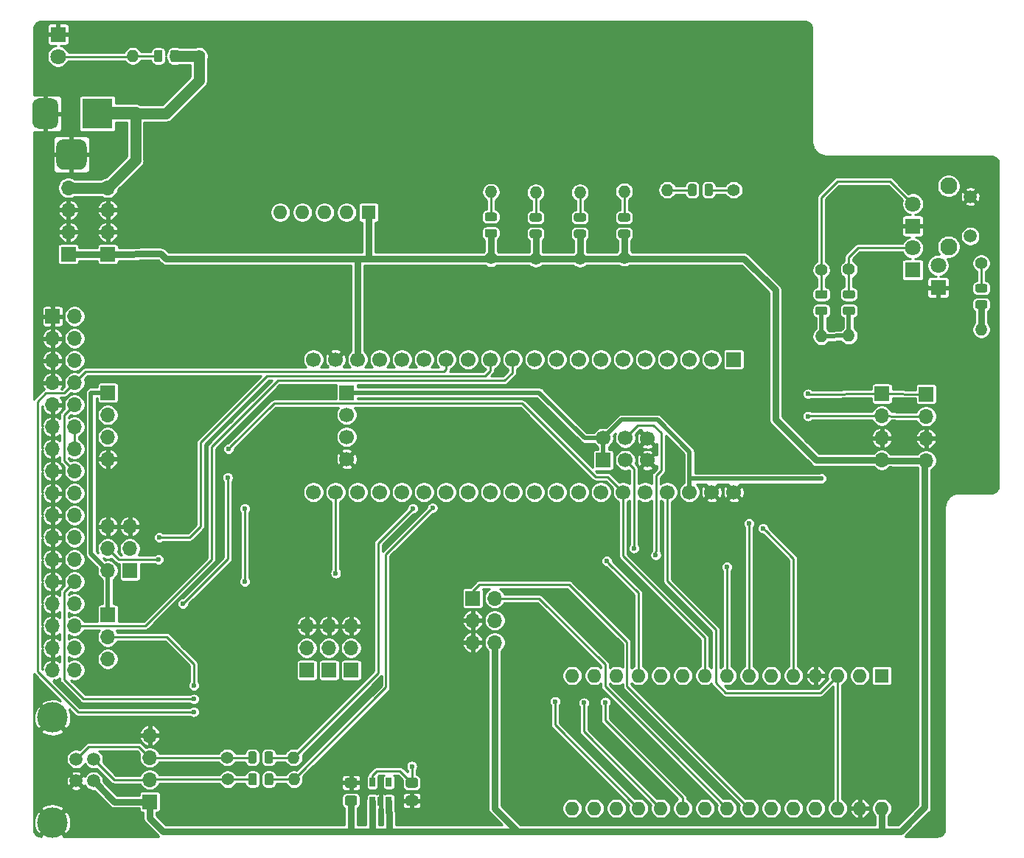
<source format=gbr>
G04 #@! TF.GenerationSoftware,KiCad,Pcbnew,(5.1.9)-1*
G04 #@! TF.CreationDate,2021-01-26T10:15:33+00:00*
G04 #@! TF.ProjectId,Greaseweazle F1 Gotek Rev 2,47726561-7365-4776-9561-7a6c65204631,2*
G04 #@! TF.SameCoordinates,PX6312cb0PY6bcb370*
G04 #@! TF.FileFunction,Copper,L1,Top*
G04 #@! TF.FilePolarity,Positive*
%FSLAX46Y46*%
G04 Gerber Fmt 4.6, Leading zero omitted, Abs format (unit mm)*
G04 Created by KiCad (PCBNEW (5.1.9)-1) date 2021-01-26 10:15:33*
%MOMM*%
%LPD*%
G01*
G04 APERTURE LIST*
G04 #@! TA.AperFunction,ComponentPad*
%ADD10O,1.600000X1.600000*%
G04 #@! TD*
G04 #@! TA.AperFunction,ComponentPad*
%ADD11R,1.600000X1.600000*%
G04 #@! TD*
G04 #@! TA.AperFunction,ComponentPad*
%ADD12C,3.500120*%
G04 #@! TD*
G04 #@! TA.AperFunction,ComponentPad*
%ADD13C,1.501140*%
G04 #@! TD*
G04 #@! TA.AperFunction,ComponentPad*
%ADD14O,1.700000X1.700000*%
G04 #@! TD*
G04 #@! TA.AperFunction,ComponentPad*
%ADD15R,1.700000X1.700000*%
G04 #@! TD*
G04 #@! TA.AperFunction,SMDPad,CuDef*
%ADD16R,0.650000X1.060000*%
G04 #@! TD*
G04 #@! TA.AperFunction,ComponentPad*
%ADD17C,1.700000*%
G04 #@! TD*
G04 #@! TA.AperFunction,ComponentPad*
%ADD18C,1.400000*%
G04 #@! TD*
G04 #@! TA.AperFunction,ComponentPad*
%ADD19O,1.400000X1.400000*%
G04 #@! TD*
G04 #@! TA.AperFunction,ComponentPad*
%ADD20C,1.800000*%
G04 #@! TD*
G04 #@! TA.AperFunction,ComponentPad*
%ADD21R,1.800000X1.800000*%
G04 #@! TD*
G04 #@! TA.AperFunction,ComponentPad*
%ADD22R,3.500000X3.500000*%
G04 #@! TD*
G04 #@! TA.AperFunction,ComponentPad*
%ADD23C,1.508000*%
G04 #@! TD*
G04 #@! TA.AperFunction,ComponentPad*
%ADD24C,1.950000*%
G04 #@! TD*
G04 #@! TA.AperFunction,ComponentPad*
%ADD25C,5.000000*%
G04 #@! TD*
G04 #@! TA.AperFunction,ViaPad*
%ADD26C,0.600000*%
G04 #@! TD*
G04 #@! TA.AperFunction,Conductor*
%ADD27C,0.500000*%
G04 #@! TD*
G04 #@! TA.AperFunction,Conductor*
%ADD28C,0.750000*%
G04 #@! TD*
G04 #@! TA.AperFunction,Conductor*
%ADD29C,0.250000*%
G04 #@! TD*
G04 #@! TA.AperFunction,Conductor*
%ADD30C,1.250000*%
G04 #@! TD*
G04 #@! TA.AperFunction,Conductor*
%ADD31C,0.254000*%
G04 #@! TD*
G04 #@! TA.AperFunction,Conductor*
%ADD32C,0.100000*%
G04 #@! TD*
G04 APERTURE END LIST*
D10*
X53594000Y-15875000D03*
X53594000Y-635000D03*
X89154000Y-15875000D03*
X56134000Y-635000D03*
X86614000Y-15875000D03*
X58674000Y-635000D03*
X84074000Y-15875000D03*
X61214000Y-635000D03*
X81534000Y-15875000D03*
X63754000Y-635000D03*
X78994000Y-15875000D03*
X66294000Y-635000D03*
X76454000Y-15875000D03*
X68834000Y-635000D03*
X73914000Y-15875000D03*
X71374000Y-635000D03*
X71374000Y-15875000D03*
X73914000Y-635000D03*
X68834000Y-15875000D03*
X76454000Y-635000D03*
X66294000Y-15875000D03*
X78994000Y-635000D03*
X63754000Y-15875000D03*
X81534000Y-635000D03*
X61214000Y-15875000D03*
X84074000Y-635000D03*
X58674000Y-15875000D03*
X86614000Y-635000D03*
X56134000Y-15875000D03*
D11*
X89154000Y-635000D03*
D12*
X-6096000Y-17489800D03*
X-6096000Y-5450200D03*
D13*
X-1371600Y-10225400D03*
X-1371600Y-12714600D03*
X-3378200Y-12714600D03*
X-3378200Y-10225400D03*
D14*
X28194000Y5080000D03*
X28194000Y2540000D03*
D15*
X28194000Y0D03*
D14*
X25654000Y5080000D03*
X25654000Y2540000D03*
D15*
X25654000Y0D03*
D14*
X23114000Y5080000D03*
X23114000Y2540000D03*
D15*
X23114000Y0D03*
D14*
X254000Y1270000D03*
X254000Y3810000D03*
D15*
X254000Y6350000D03*
D14*
X44704000Y3175000D03*
X42164000Y3175000D03*
X44704000Y5715000D03*
X42164000Y5715000D03*
X44704000Y8255000D03*
D15*
X42164000Y8255000D03*
X89154000Y31750000D03*
D14*
X89154000Y29210000D03*
X89154000Y26670000D03*
X89154000Y24130000D03*
D15*
X254000Y47777400D03*
D14*
X254000Y50317400D03*
X254000Y52857400D03*
X254000Y55397400D03*
G04 #@! TA.AperFunction,SMDPad,CuDef*
G36*
G01*
X34728999Y-14420000D02*
X35629001Y-14420000D01*
G75*
G02*
X35879000Y-14669999I0J-249999D01*
G01*
X35879000Y-15320001D01*
G75*
G02*
X35629001Y-15570000I-249999J0D01*
G01*
X34728999Y-15570000D01*
G75*
G02*
X34479000Y-15320001I0J249999D01*
G01*
X34479000Y-14669999D01*
G75*
G02*
X34728999Y-14420000I249999J0D01*
G01*
G37*
G04 #@! TD.AperFunction*
G04 #@! TA.AperFunction,SMDPad,CuDef*
G36*
G01*
X34728999Y-12370000D02*
X35629001Y-12370000D01*
G75*
G02*
X35879000Y-12619999I0J-249999D01*
G01*
X35879000Y-13270001D01*
G75*
G02*
X35629001Y-13520000I-249999J0D01*
G01*
X34728999Y-13520000D01*
G75*
G02*
X34479000Y-13270001I0J249999D01*
G01*
X34479000Y-12619999D01*
G75*
G02*
X34728999Y-12370000I249999J0D01*
G01*
G37*
G04 #@! TD.AperFunction*
G04 #@! TA.AperFunction,SMDPad,CuDef*
G36*
G01*
X28644001Y-13520000D02*
X27743999Y-13520000D01*
G75*
G02*
X27494000Y-13270001I0J249999D01*
G01*
X27494000Y-12619999D01*
G75*
G02*
X27743999Y-12370000I249999J0D01*
G01*
X28644001Y-12370000D01*
G75*
G02*
X28894000Y-12619999I0J-249999D01*
G01*
X28894000Y-13270001D01*
G75*
G02*
X28644001Y-13520000I-249999J0D01*
G01*
G37*
G04 #@! TD.AperFunction*
G04 #@! TA.AperFunction,SMDPad,CuDef*
G36*
G01*
X28644001Y-15570000D02*
X27743999Y-15570000D01*
G75*
G02*
X27494000Y-15320001I0J249999D01*
G01*
X27494000Y-14669999D01*
G75*
G02*
X27743999Y-14420000I249999J0D01*
G01*
X28644001Y-14420000D01*
G75*
G02*
X28894000Y-14669999I0J-249999D01*
G01*
X28894000Y-15320001D01*
G75*
G02*
X28644001Y-15570000I-249999J0D01*
G01*
G37*
G04 #@! TD.AperFunction*
D16*
X30642201Y-12870000D03*
X32542201Y-12870000D03*
X32542201Y-15070000D03*
X31592201Y-15070000D03*
X30642201Y-15070000D03*
D14*
X254000Y16510000D03*
X2794000Y16510000D03*
X254000Y13970000D03*
X2794000Y13970000D03*
X254000Y11430000D03*
D15*
X2794000Y11430000D03*
D14*
X254000Y24231600D03*
X254000Y26771600D03*
X254000Y29311600D03*
D15*
X254000Y31851600D03*
X27686000Y31877000D03*
D17*
X27686000Y29337000D03*
X27686000Y26797000D03*
X27686000Y24257000D03*
X72136000Y20447000D03*
D15*
X72136000Y35687000D03*
D17*
X69596000Y20447000D03*
X69596000Y35687000D03*
X67056000Y20447000D03*
X67056000Y35687000D03*
X64516000Y20447000D03*
X64516000Y35687000D03*
X61976000Y20447000D03*
X61976000Y35687000D03*
X59436000Y20447000D03*
X59436000Y35687000D03*
X56896000Y20447000D03*
X56896000Y35687000D03*
X54356000Y20447000D03*
X54356000Y35687000D03*
X51816000Y20447000D03*
X51816000Y35687000D03*
X49276000Y20447000D03*
X49276000Y35687000D03*
X46736000Y20447000D03*
X46736000Y35687000D03*
X44196000Y20447000D03*
X44196000Y35687000D03*
X41656000Y20447000D03*
X41656000Y35687000D03*
X39116000Y20447000D03*
X39116000Y35687000D03*
X36576000Y20447000D03*
X36576000Y35687000D03*
X34036000Y20447000D03*
X34036000Y35687000D03*
X31496000Y20447000D03*
X31496000Y35687000D03*
X28956000Y20447000D03*
X28956000Y35687000D03*
X26416000Y20447000D03*
X26416000Y35687000D03*
X23876000Y20447000D03*
X23876000Y35687000D03*
X59690000Y24117300D03*
X62230000Y24117300D03*
D15*
X57150000Y24117300D03*
D17*
X62230000Y26593800D03*
X59690000Y26657300D03*
X57150000Y26657300D03*
D18*
X10756900Y70548500D03*
D19*
X3136900Y70548500D03*
G04 #@! TA.AperFunction,SMDPad,CuDef*
G36*
G01*
X7447700Y70079550D02*
X7447700Y70992050D01*
G75*
G02*
X7691450Y71235800I243750J0D01*
G01*
X8178950Y71235800D01*
G75*
G02*
X8422700Y70992050I0J-243750D01*
G01*
X8422700Y70079550D01*
G75*
G02*
X8178950Y69835800I-243750J0D01*
G01*
X7691450Y69835800D01*
G75*
G02*
X7447700Y70079550I0J243750D01*
G01*
G37*
G04 #@! TD.AperFunction*
G04 #@! TA.AperFunction,SMDPad,CuDef*
G36*
G01*
X5572700Y70079550D02*
X5572700Y70992050D01*
G75*
G02*
X5816450Y71235800I243750J0D01*
G01*
X6303950Y71235800D01*
G75*
G02*
X6547700Y70992050I0J-243750D01*
G01*
X6547700Y70079550D01*
G75*
G02*
X6303950Y69835800I-243750J0D01*
G01*
X5816450Y69835800D01*
G75*
G02*
X5572700Y70079550I0J243750D01*
G01*
G37*
G04 #@! TD.AperFunction*
D20*
X-5448300Y70485000D03*
D21*
X-5448300Y73025000D03*
G04 #@! TA.AperFunction,ComponentPad*
G36*
G01*
X-5664400Y58344100D02*
X-5664400Y60094100D01*
G75*
G02*
X-4789400Y60969100I875000J0D01*
G01*
X-3039400Y60969100D01*
G75*
G02*
X-2164400Y60094100I0J-875000D01*
G01*
X-2164400Y58344100D01*
G75*
G02*
X-3039400Y57469100I-875000J0D01*
G01*
X-4789400Y57469100D01*
G75*
G02*
X-5664400Y58344100I0J875000D01*
G01*
G37*
G04 #@! TD.AperFunction*
G04 #@! TA.AperFunction,ComponentPad*
G36*
G01*
X-8414400Y62919100D02*
X-8414400Y64919100D01*
G75*
G02*
X-7664400Y65669100I750000J0D01*
G01*
X-6164400Y65669100D01*
G75*
G02*
X-5414400Y64919100I0J-750000D01*
G01*
X-5414400Y62919100D01*
G75*
G02*
X-6164400Y62169100I-750000J0D01*
G01*
X-7664400Y62169100D01*
G75*
G02*
X-8414400Y62919100I0J750000D01*
G01*
G37*
G04 #@! TD.AperFunction*
D22*
X-914400Y63919100D03*
D14*
X5080000Y-7493000D03*
X5080000Y-10033000D03*
X5080000Y-12573000D03*
D15*
X5080000Y-15113000D03*
D20*
X95631000Y46482000D03*
D21*
X95631000Y43942000D03*
D19*
X100584000Y39116000D03*
D18*
X100584000Y46736000D03*
G04 #@! TA.AperFunction,SMDPad,CuDef*
G36*
G01*
X100127750Y42476000D02*
X101040250Y42476000D01*
G75*
G02*
X101284000Y42232250I0J-243750D01*
G01*
X101284000Y41744750D01*
G75*
G02*
X101040250Y41501000I-243750J0D01*
G01*
X100127750Y41501000D01*
G75*
G02*
X99884000Y41744750I0J243750D01*
G01*
X99884000Y42232250D01*
G75*
G02*
X100127750Y42476000I243750J0D01*
G01*
G37*
G04 #@! TD.AperFunction*
G04 #@! TA.AperFunction,SMDPad,CuDef*
G36*
G01*
X100127750Y44351000D02*
X101040250Y44351000D01*
G75*
G02*
X101284000Y44107250I0J-243750D01*
G01*
X101284000Y43619750D01*
G75*
G02*
X101040250Y43376000I-243750J0D01*
G01*
X100127750Y43376000D01*
G75*
G02*
X99884000Y43619750I0J243750D01*
G01*
X99884000Y44107250D01*
G75*
G02*
X100127750Y44351000I243750J0D01*
G01*
G37*
G04 #@! TD.AperFunction*
D14*
X94234000Y24079200D03*
X94234000Y26619200D03*
X94234000Y29159200D03*
D15*
X94234000Y31699200D03*
D20*
X92710000Y48488600D03*
D21*
X92710000Y45948600D03*
D20*
X92710000Y53543200D03*
D21*
X92710000Y51003200D03*
D15*
X-4267200Y47777400D03*
D14*
X-4267200Y50317400D03*
X-4267200Y52857400D03*
X-4267200Y55397400D03*
D19*
X44259500Y54927500D03*
D18*
X44259500Y47307500D03*
X49403000Y47244000D03*
D19*
X49403000Y54864000D03*
X54483000Y54864000D03*
D18*
X54483000Y47244000D03*
X59563000Y47371000D03*
D19*
X59563000Y54991000D03*
X21615400Y-10033000D03*
D18*
X13995400Y-10033000D03*
X14020800Y-12547600D03*
D19*
X21640800Y-12547600D03*
D18*
X72148700Y55156100D03*
D19*
X64528700Y55156100D03*
X82219800Y38328600D03*
D18*
X82219800Y45948600D03*
X85369400Y46024800D03*
D19*
X85369400Y38404800D03*
D23*
X99314000Y49845800D03*
X99314000Y54395800D03*
D24*
X96814000Y48620800D03*
X96814000Y55620800D03*
D10*
X20066000Y52578000D03*
X22606000Y52578000D03*
X25146000Y52578000D03*
X27686000Y52578000D03*
D11*
X30226000Y52578000D03*
G04 #@! TA.AperFunction,SMDPad,CuDef*
G36*
G01*
X84913150Y41764800D02*
X85825650Y41764800D01*
G75*
G02*
X86069400Y41521050I0J-243750D01*
G01*
X86069400Y41033550D01*
G75*
G02*
X85825650Y40789800I-243750J0D01*
G01*
X84913150Y40789800D01*
G75*
G02*
X84669400Y41033550I0J243750D01*
G01*
X84669400Y41521050D01*
G75*
G02*
X84913150Y41764800I243750J0D01*
G01*
G37*
G04 #@! TD.AperFunction*
G04 #@! TA.AperFunction,SMDPad,CuDef*
G36*
G01*
X84913150Y43639800D02*
X85825650Y43639800D01*
G75*
G02*
X86069400Y43396050I0J-243750D01*
G01*
X86069400Y42908550D01*
G75*
G02*
X85825650Y42664800I-243750J0D01*
G01*
X84913150Y42664800D01*
G75*
G02*
X84669400Y42908550I0J243750D01*
G01*
X84669400Y43396050D01*
G75*
G02*
X84913150Y43639800I243750J0D01*
G01*
G37*
G04 #@! TD.AperFunction*
G04 #@! TA.AperFunction,SMDPad,CuDef*
G36*
G01*
X81763550Y41764800D02*
X82676050Y41764800D01*
G75*
G02*
X82919800Y41521050I0J-243750D01*
G01*
X82919800Y41033550D01*
G75*
G02*
X82676050Y40789800I-243750J0D01*
G01*
X81763550Y40789800D01*
G75*
G02*
X81519800Y41033550I0J243750D01*
G01*
X81519800Y41521050D01*
G75*
G02*
X81763550Y41764800I243750J0D01*
G01*
G37*
G04 #@! TD.AperFunction*
G04 #@! TA.AperFunction,SMDPad,CuDef*
G36*
G01*
X81763550Y43639800D02*
X82676050Y43639800D01*
G75*
G02*
X82919800Y43396050I0J-243750D01*
G01*
X82919800Y42908550D01*
G75*
G02*
X82676050Y42664800I-243750J0D01*
G01*
X81763550Y42664800D01*
G75*
G02*
X81519800Y42908550I0J243750D01*
G01*
X81519800Y43396050D01*
G75*
G02*
X81763550Y43639800I243750J0D01*
G01*
G37*
G04 #@! TD.AperFunction*
G04 #@! TA.AperFunction,SMDPad,CuDef*
G36*
G01*
X18280800Y-13003850D02*
X18280800Y-12091350D01*
G75*
G02*
X18524550Y-11847600I243750J0D01*
G01*
X19012050Y-11847600D01*
G75*
G02*
X19255800Y-12091350I0J-243750D01*
G01*
X19255800Y-13003850D01*
G75*
G02*
X19012050Y-13247600I-243750J0D01*
G01*
X18524550Y-13247600D01*
G75*
G02*
X18280800Y-13003850I0J243750D01*
G01*
G37*
G04 #@! TD.AperFunction*
G04 #@! TA.AperFunction,SMDPad,CuDef*
G36*
G01*
X16405800Y-13003850D02*
X16405800Y-12091350D01*
G75*
G02*
X16649550Y-11847600I243750J0D01*
G01*
X17137050Y-11847600D01*
G75*
G02*
X17380800Y-12091350I0J-243750D01*
G01*
X17380800Y-13003850D01*
G75*
G02*
X17137050Y-13247600I-243750J0D01*
G01*
X16649550Y-13247600D01*
G75*
G02*
X16405800Y-13003850I0J243750D01*
G01*
G37*
G04 #@! TD.AperFunction*
G04 #@! TA.AperFunction,SMDPad,CuDef*
G36*
G01*
X18255400Y-10489250D02*
X18255400Y-9576750D01*
G75*
G02*
X18499150Y-9333000I243750J0D01*
G01*
X18986650Y-9333000D01*
G75*
G02*
X19230400Y-9576750I0J-243750D01*
G01*
X19230400Y-10489250D01*
G75*
G02*
X18986650Y-10733000I-243750J0D01*
G01*
X18499150Y-10733000D01*
G75*
G02*
X18255400Y-10489250I0J243750D01*
G01*
G37*
G04 #@! TD.AperFunction*
G04 #@! TA.AperFunction,SMDPad,CuDef*
G36*
G01*
X16380400Y-10489250D02*
X16380400Y-9576750D01*
G75*
G02*
X16624150Y-9333000I243750J0D01*
G01*
X17111650Y-9333000D01*
G75*
G02*
X17355400Y-9576750I0J-243750D01*
G01*
X17355400Y-10489250D01*
G75*
G02*
X17111650Y-10733000I-243750J0D01*
G01*
X16624150Y-10733000D01*
G75*
G02*
X16380400Y-10489250I0J243750D01*
G01*
G37*
G04 #@! TD.AperFunction*
D14*
X-3556000Y0D03*
X-6096000Y0D03*
X-3556000Y2540000D03*
X-6096000Y2540000D03*
X-3556000Y5080000D03*
X-6096000Y5080000D03*
X-3556000Y7620000D03*
X-6096000Y7620000D03*
X-3556000Y10160000D03*
X-6096000Y10160000D03*
X-3556000Y12700000D03*
X-6096000Y12700000D03*
X-3556000Y15240000D03*
X-6096000Y15240000D03*
X-3556000Y17780000D03*
X-6096000Y17780000D03*
X-3556000Y20320000D03*
X-6096000Y20320000D03*
X-3556000Y22860000D03*
X-6096000Y22860000D03*
X-3556000Y25400000D03*
X-6096000Y25400000D03*
X-3556000Y27940000D03*
X-6096000Y27940000D03*
X-3556000Y30480000D03*
X-6096000Y30480000D03*
X-3556000Y33020000D03*
X-6096000Y33020000D03*
X-3556000Y35560000D03*
X-6096000Y35560000D03*
X-3556000Y38100000D03*
X-6096000Y38100000D03*
X-3556000Y40640000D03*
D15*
X-6096000Y40640000D03*
G04 #@! TA.AperFunction,SMDPad,CuDef*
G36*
G01*
X60019250Y51504000D02*
X59106750Y51504000D01*
G75*
G02*
X58863000Y51747750I0J243750D01*
G01*
X58863000Y52235250D01*
G75*
G02*
X59106750Y52479000I243750J0D01*
G01*
X60019250Y52479000D01*
G75*
G02*
X60263000Y52235250I0J-243750D01*
G01*
X60263000Y51747750D01*
G75*
G02*
X60019250Y51504000I-243750J0D01*
G01*
G37*
G04 #@! TD.AperFunction*
G04 #@! TA.AperFunction,SMDPad,CuDef*
G36*
G01*
X60019250Y49629000D02*
X59106750Y49629000D01*
G75*
G02*
X58863000Y49872750I0J243750D01*
G01*
X58863000Y50360250D01*
G75*
G02*
X59106750Y50604000I243750J0D01*
G01*
X60019250Y50604000D01*
G75*
G02*
X60263000Y50360250I0J-243750D01*
G01*
X60263000Y49872750D01*
G75*
G02*
X60019250Y49629000I-243750J0D01*
G01*
G37*
G04 #@! TD.AperFunction*
G04 #@! TA.AperFunction,SMDPad,CuDef*
G36*
G01*
X44715750Y51567500D02*
X43803250Y51567500D01*
G75*
G02*
X43559500Y51811250I0J243750D01*
G01*
X43559500Y52298750D01*
G75*
G02*
X43803250Y52542500I243750J0D01*
G01*
X44715750Y52542500D01*
G75*
G02*
X44959500Y52298750I0J-243750D01*
G01*
X44959500Y51811250D01*
G75*
G02*
X44715750Y51567500I-243750J0D01*
G01*
G37*
G04 #@! TD.AperFunction*
G04 #@! TA.AperFunction,SMDPad,CuDef*
G36*
G01*
X44715750Y49692500D02*
X43803250Y49692500D01*
G75*
G02*
X43559500Y49936250I0J243750D01*
G01*
X43559500Y50423750D01*
G75*
G02*
X43803250Y50667500I243750J0D01*
G01*
X44715750Y50667500D01*
G75*
G02*
X44959500Y50423750I0J-243750D01*
G01*
X44959500Y49936250D01*
G75*
G02*
X44715750Y49692500I-243750J0D01*
G01*
G37*
G04 #@! TD.AperFunction*
G04 #@! TA.AperFunction,SMDPad,CuDef*
G36*
G01*
X49859250Y51504000D02*
X48946750Y51504000D01*
G75*
G02*
X48703000Y51747750I0J243750D01*
G01*
X48703000Y52235250D01*
G75*
G02*
X48946750Y52479000I243750J0D01*
G01*
X49859250Y52479000D01*
G75*
G02*
X50103000Y52235250I0J-243750D01*
G01*
X50103000Y51747750D01*
G75*
G02*
X49859250Y51504000I-243750J0D01*
G01*
G37*
G04 #@! TD.AperFunction*
G04 #@! TA.AperFunction,SMDPad,CuDef*
G36*
G01*
X49859250Y49629000D02*
X48946750Y49629000D01*
G75*
G02*
X48703000Y49872750I0J243750D01*
G01*
X48703000Y50360250D01*
G75*
G02*
X48946750Y50604000I243750J0D01*
G01*
X49859250Y50604000D01*
G75*
G02*
X50103000Y50360250I0J-243750D01*
G01*
X50103000Y49872750D01*
G75*
G02*
X49859250Y49629000I-243750J0D01*
G01*
G37*
G04 #@! TD.AperFunction*
G04 #@! TA.AperFunction,SMDPad,CuDef*
G36*
G01*
X54939250Y51504000D02*
X54026750Y51504000D01*
G75*
G02*
X53783000Y51747750I0J243750D01*
G01*
X53783000Y52235250D01*
G75*
G02*
X54026750Y52479000I243750J0D01*
G01*
X54939250Y52479000D01*
G75*
G02*
X55183000Y52235250I0J-243750D01*
G01*
X55183000Y51747750D01*
G75*
G02*
X54939250Y51504000I-243750J0D01*
G01*
G37*
G04 #@! TD.AperFunction*
G04 #@! TA.AperFunction,SMDPad,CuDef*
G36*
G01*
X54939250Y49629000D02*
X54026750Y49629000D01*
G75*
G02*
X53783000Y49872750I0J243750D01*
G01*
X53783000Y50360250D01*
G75*
G02*
X54026750Y50604000I243750J0D01*
G01*
X54939250Y50604000D01*
G75*
G02*
X55183000Y50360250I0J-243750D01*
G01*
X55183000Y49872750D01*
G75*
G02*
X54939250Y49629000I-243750J0D01*
G01*
G37*
G04 #@! TD.AperFunction*
G04 #@! TA.AperFunction,SMDPad,CuDef*
G36*
G01*
X67888700Y55612350D02*
X67888700Y54699850D01*
G75*
G02*
X67644950Y54456100I-243750J0D01*
G01*
X67157450Y54456100D01*
G75*
G02*
X66913700Y54699850I0J243750D01*
G01*
X66913700Y55612350D01*
G75*
G02*
X67157450Y55856100I243750J0D01*
G01*
X67644950Y55856100D01*
G75*
G02*
X67888700Y55612350I0J-243750D01*
G01*
G37*
G04 #@! TD.AperFunction*
G04 #@! TA.AperFunction,SMDPad,CuDef*
G36*
G01*
X69763700Y55612350D02*
X69763700Y54699850D01*
G75*
G02*
X69519950Y54456100I-243750J0D01*
G01*
X69032450Y54456100D01*
G75*
G02*
X68788700Y54699850I0J243750D01*
G01*
X68788700Y55612350D01*
G75*
G02*
X69032450Y55856100I243750J0D01*
G01*
X69519950Y55856100D01*
G75*
G02*
X69763700Y55612350I0J-243750D01*
G01*
G37*
G04 #@! TD.AperFunction*
D25*
X35687000Y52387500D03*
X14605000Y52387500D03*
X14605000Y2667000D03*
X35687000Y2667000D03*
X85471000Y52387500D03*
D26*
X95631000Y19050000D03*
X35814000Y44450000D03*
X71374000Y26670000D03*
X95504000Y-16510000D03*
X75184000Y38100000D03*
X65659000Y17780000D03*
X65659000Y13970000D03*
X86512400Y21513800D03*
X95504000Y-7620000D03*
X95504000Y2540000D03*
X95504000Y11430000D03*
X12954000Y73660000D03*
X80264000Y73660000D03*
X62484000Y73660000D03*
X80264000Y59690000D03*
X80264000Y67310000D03*
X101854000Y58420000D03*
X71374000Y73660000D03*
X1524000Y73660000D03*
X89154000Y58420000D03*
X101854000Y35560000D03*
X101854000Y21590000D03*
X101854000Y48006000D03*
X63500000Y10439400D03*
X43992800Y27914600D03*
X54406800Y25781000D03*
X58788300Y2260600D03*
X56108600Y3771900D03*
X2794000Y36830000D03*
X15494000Y36830000D03*
X7874000Y44450000D03*
X18034000Y44450000D03*
X7874000Y52070000D03*
X12954000Y62230000D03*
X23114000Y62230000D03*
X33274000Y62230000D03*
X71374000Y64770000D03*
X73914000Y52070000D03*
X91694000Y39370000D03*
X68834000Y8890000D03*
X86614000Y-11430000D03*
X86614000Y-3810000D03*
X73914000Y-6350000D03*
X51054000Y-8890000D03*
X40894000Y-11430000D03*
X40894000Y-3810000D03*
X20574000Y-16510000D03*
X12954000Y-16510000D03*
X-7366000Y-11430000D03*
X20574000Y8890000D03*
X5334000Y21590000D03*
X68834000Y52070000D03*
X89154000Y44450000D03*
X63754000Y6350000D03*
X58674000Y8890000D03*
X38354000Y29210000D03*
X30734000Y29210000D03*
X89154000Y11430000D03*
X76454000Y3810000D03*
X33274000Y-3810000D03*
X82219800Y38328600D03*
X82194400Y21996400D03*
X71348600Y11843028D03*
X14020800Y22123398D03*
X8890000Y7620000D03*
X16002000Y10160000D03*
X16002000Y18567400D03*
X10159998Y-3327400D03*
X57556400Y12518030D03*
X6172200Y15240000D03*
X75514202Y16281400D03*
X73914002Y16840200D03*
X10134600Y-4800600D03*
X14122402Y25400000D03*
X80670400Y31724600D03*
X80689551Y29165451D03*
X35305990Y18567400D03*
X37553890Y18643600D03*
X26441400Y11125200D03*
X60680600Y13995400D03*
X6096000Y12700004D03*
X63195200Y13208000D03*
X10160000Y-1778000D03*
X35179000Y-11049000D03*
X54940200Y-3759140D03*
X57404000Y-3683000D03*
X51638200Y-3606760D03*
D27*
X82219800Y38341300D02*
X82219800Y41277300D01*
X85369400Y38404800D02*
X85369400Y41277300D01*
X85394800Y38379400D02*
X85369400Y38404800D01*
X82296000Y38404800D02*
X82219800Y38328600D01*
X85369400Y38404800D02*
X82219800Y38328600D01*
X57150000Y24117300D02*
X57150000Y26657300D01*
X-1676400Y13360400D02*
X254000Y11430000D01*
X254000Y31851600D02*
X-1676400Y31851599D01*
X-1676400Y31851599D02*
X-1676400Y13360400D01*
X254000Y11430000D02*
X254000Y6350000D01*
X55029100Y26657300D02*
X57150000Y26657300D01*
X27686000Y31877000D02*
X49809400Y31877000D01*
X49809400Y31877000D02*
X55029100Y26657300D01*
X57999999Y27507299D02*
X57150000Y26657300D01*
X59270900Y28778200D02*
X57999999Y27507299D01*
X63373000Y28778200D02*
X59270900Y28778200D01*
X67056000Y20447000D02*
X67056000Y25095200D01*
X67056000Y25095200D02*
X63373000Y28778200D01*
X81770136Y21996400D02*
X82194400Y21996400D01*
X67056000Y20447000D02*
X67056000Y21996400D01*
X67056000Y21996400D02*
X81770136Y21996400D01*
D28*
X28956000Y35687000D02*
X28956000Y47244000D01*
X44259500Y47307500D02*
X44259500Y50180000D01*
X49403000Y47244000D02*
X49403000Y50116500D01*
X54483000Y47244000D02*
X54483000Y50116500D01*
X59563000Y50116500D02*
X59563000Y47371000D01*
X30226000Y47498000D02*
X29972000Y47244000D01*
X30226000Y52578000D02*
X30226000Y47498000D01*
X100584000Y39116000D02*
X100584000Y41988500D01*
X1026800Y-15113000D02*
X-1371600Y-12714600D01*
X5080000Y-15113000D02*
X1026800Y-15113000D01*
X21336000Y-18542000D02*
X23850600Y-18542000D01*
X81534000Y-18542000D02*
X51028600Y-18542000D01*
X88900000Y-18542000D02*
X81534000Y-18542000D01*
X29565600Y-18542000D02*
X28752800Y-18542000D01*
X27025600Y-18542000D02*
X28752800Y-18542000D01*
X28194000Y-14995000D02*
X28194000Y-18415000D01*
X30642201Y-15070000D02*
X30642201Y-18348601D01*
X32562800Y-16370599D02*
X32562800Y-18542000D01*
X32542201Y-16350000D02*
X32562800Y-16370599D01*
X32542201Y-15070000D02*
X32542201Y-16350000D01*
X94081600Y-15773400D02*
X91313000Y-18542000D01*
X94234000Y24079200D02*
X94081600Y23926800D01*
X94081600Y23926800D02*
X94081600Y-15773400D01*
X91313000Y-18542000D02*
X88900000Y-18542000D01*
X89154000Y-18288000D02*
X88900000Y-18542000D01*
X89154000Y-15875000D02*
X89154000Y-18288000D01*
X-4267200Y47777400D02*
X254000Y47777400D01*
X6926480Y47244000D02*
X29972000Y47244000D01*
X254000Y47777400D02*
X6358155Y47812325D01*
X6358155Y47812325D02*
X6926480Y47244000D01*
X90449400Y24079200D02*
X94234000Y24079200D01*
X89154000Y24130000D02*
X90449400Y24079200D01*
X89129905Y24105905D02*
X89154000Y24130000D01*
X81627147Y24105905D02*
X89129905Y24105905D01*
X76936600Y28796452D02*
X81627147Y24105905D01*
X76936600Y43654786D02*
X76936600Y28796452D01*
X29972000Y47244000D02*
X73347386Y47244000D01*
X73347386Y47244000D02*
X76936600Y43654786D01*
X51028600Y-18542000D02*
X49657000Y-18542000D01*
X20040600Y-18542000D02*
X49657000Y-18542000D01*
X6629400Y-18542000D02*
X20040600Y-18542000D01*
X5080000Y-15113000D02*
X5080000Y-16992600D01*
X5080000Y-16992600D02*
X6629400Y-18542000D01*
X47345600Y-18542000D02*
X49657000Y-18542000D01*
X44704000Y3175000D02*
X44704000Y-15900400D01*
X44704000Y-15900400D02*
X47345600Y-18542000D01*
D29*
X82219800Y45961300D02*
X82219800Y43152300D01*
X82219800Y46938549D02*
X82219800Y45948600D01*
X90119200Y56134000D02*
X84042125Y56134000D01*
X92710000Y53543200D02*
X90119200Y56134000D01*
X84042125Y56134000D02*
X82194400Y54286275D01*
X82194400Y54286275D02*
X82194400Y53873400D01*
X82219800Y47548800D02*
X82219800Y45948600D01*
X82194400Y53873400D02*
X82219800Y53848000D01*
X82219800Y53848000D02*
X82219800Y47548800D01*
X71374000Y11817628D02*
X71348600Y11843028D01*
X71374000Y-635000D02*
X71374000Y11817628D01*
X59563000Y54991000D02*
X59563000Y51991500D01*
X2286000Y5080000D02*
X-3556000Y5080000D01*
X4572000Y5080000D02*
X2286000Y5080000D01*
X12192000Y25654000D02*
X12192000Y12700000D01*
X12192000Y12700000D02*
X4572000Y5080000D01*
X14605000Y28067000D02*
X14414500Y27876500D01*
X14414500Y27876500D02*
X12192000Y25654000D01*
X17189999Y30651999D02*
X16865600Y30327600D01*
X16865600Y30327600D02*
X14414500Y27876500D01*
X19799300Y33261300D02*
X16865600Y30327600D01*
X45834300Y33261300D02*
X19799300Y33261300D01*
X46736000Y35687000D02*
X46736000Y34163000D01*
X46736000Y34163000D02*
X45834300Y33261300D01*
X44259500Y54927500D02*
X44259500Y52055000D01*
X14020800Y22123398D02*
X14020800Y12750800D01*
X14020800Y12750800D02*
X9189999Y7919999D01*
X9189999Y7919999D02*
X8890000Y7620000D01*
X49403000Y54864000D02*
X49403000Y51991500D01*
X16002000Y10160000D02*
X16002000Y18567400D01*
X-2540000Y-3327400D02*
X9735734Y-3327400D01*
X-4781001Y-1086399D02*
X-2540000Y-3327400D01*
X-3556000Y10160000D02*
X-4781001Y8934999D01*
X-4781001Y8934999D02*
X-4781001Y-1086399D01*
X9735734Y-3327400D02*
X10159998Y-3327400D01*
X57856399Y12218031D02*
X57556400Y12518030D01*
X61214000Y8860430D02*
X57856399Y12218031D01*
X61214000Y-635000D02*
X61214000Y8860430D01*
X9652000Y15240000D02*
X6172200Y15240000D01*
X15240000Y30480000D02*
X10922000Y26162000D01*
X10922000Y16510000D02*
X9652000Y15240000D01*
X10922000Y26162000D02*
X10922000Y16510000D01*
X15316200Y30556200D02*
X15240000Y30480000D01*
X18542000Y33782000D02*
X15240000Y30480000D01*
X43561000Y33782000D02*
X18542000Y33782000D01*
X44196000Y35687000D02*
X44196000Y34417000D01*
X44196000Y34417000D02*
X43561000Y33782000D01*
X78994000Y-635000D02*
X78994000Y12801602D01*
X78994000Y12801602D02*
X75814201Y15981401D01*
X75814201Y15981401D02*
X75514202Y16281400D01*
X73914000Y-635000D02*
X73914000Y16840198D01*
X73914000Y16840198D02*
X73914002Y16840200D01*
X54483000Y54864000D02*
X54483000Y51991500D01*
X-2260600Y34315400D02*
X-3556000Y33020000D01*
X38887400Y34315400D02*
X-2260600Y34315400D01*
X39116000Y35687000D02*
X39116000Y34544000D01*
X39116000Y34544000D02*
X38887400Y34315400D01*
X-3556000Y33020000D02*
X-4781001Y31794999D01*
X-4781001Y31794999D02*
X-6863801Y31794999D01*
X9710336Y-4800600D02*
X10134600Y-4800600D01*
X-7810500Y-165100D02*
X-3175000Y-4800600D01*
X-3175000Y-4800600D02*
X9710336Y-4800600D01*
X-7810500Y30848300D02*
X-7810500Y-165100D01*
X-6863801Y31794999D02*
X-7810500Y30848300D01*
X64528700Y55156100D02*
X67401200Y55156100D01*
X19367502Y30645100D02*
X14422401Y25699999D01*
X14422401Y25699999D02*
X14122402Y25400000D01*
X47836822Y30645100D02*
X19367502Y30645100D01*
X56282322Y22199600D02*
X47836822Y30645100D01*
X57683400Y22199600D02*
X56282322Y22199600D01*
X59436000Y20447000D02*
X57683400Y22199600D01*
X-3556000Y27940000D02*
X-3556000Y25400000D01*
X68834000Y496370D02*
X68834000Y-635000D01*
X68834000Y3708400D02*
X68834000Y496370D01*
X59436000Y20447000D02*
X59436000Y13106400D01*
X59436000Y13106400D02*
X68834000Y3708400D01*
X80695800Y31699200D02*
X80670400Y31724600D01*
X94234000Y31699200D02*
X89154000Y31750000D01*
X89154000Y31750000D02*
X80695800Y31699200D01*
X94234000Y29159200D02*
X91156506Y29159200D01*
X91156506Y29159200D02*
X89154000Y29210000D01*
X89154000Y29210000D02*
X80734100Y29210000D01*
X80734100Y29210000D02*
X80689551Y29165451D01*
X-4405999Y23709999D02*
X-3556000Y22860000D01*
X-4781001Y24085001D02*
X-4405999Y23709999D01*
X-4781001Y29254999D02*
X-4781001Y24085001D01*
X-3556000Y30480000D02*
X-4781001Y29254999D01*
X71158751Y55156100D02*
X69276200Y55156100D01*
X72148700Y55156100D02*
X71158751Y55156100D01*
X20625451Y-10033000D02*
X18742900Y-10033000D01*
X21615400Y-10033000D02*
X20625451Y-10033000D01*
X21615400Y-10033000D02*
X31318200Y-330200D01*
X31318200Y-330200D02*
X31318200Y14579610D01*
X31318200Y14579610D02*
X35005991Y18267401D01*
X35005991Y18267401D02*
X35305990Y18567400D01*
X20650851Y-12547600D02*
X18768300Y-12547600D01*
X21640800Y-12547600D02*
X20650851Y-12547600D01*
X32207200Y-1981200D02*
X32207200Y13296910D01*
X32207200Y13296910D02*
X37253891Y18343601D01*
X21640800Y-12547600D02*
X32207200Y-1981200D01*
X37253891Y18343601D02*
X37553890Y18643600D01*
X85369400Y43152300D02*
X85369400Y46024800D01*
X85369400Y47447200D02*
X85369400Y46024800D01*
X92710000Y48488600D02*
X86410800Y48488600D01*
X86410800Y48488600D02*
X85369400Y47447200D01*
X26416000Y20447000D02*
X26416000Y11150600D01*
X26416000Y11150600D02*
X26441400Y11125200D01*
X84048600Y-15849600D02*
X84074000Y-15875000D01*
X84074000Y-635000D02*
X84048600Y-660400D01*
X84048600Y-660400D02*
X84048600Y-15849600D01*
X82092800Y-2616200D02*
X84074000Y-635000D01*
X64516000Y19244919D02*
X64490600Y19219519D01*
X71221600Y-2616200D02*
X82092800Y-2616200D01*
X64516000Y20447000D02*
X64516000Y19244919D01*
X64490600Y19219519D02*
X64490600Y10236200D01*
X64490600Y10236200D02*
X70078600Y4648200D01*
X70078600Y4648200D02*
X70078600Y-1473200D01*
X70078600Y-1473200D02*
X71221600Y-2616200D01*
X100584000Y43863500D02*
X100584000Y46736000D01*
X59690000Y24117300D02*
X60680600Y23126700D01*
X60680600Y23126700D02*
X60680600Y14419664D01*
X60680600Y14419664D02*
X60680600Y13995400D01*
X1523996Y12700004D02*
X5671736Y12700004D01*
X254000Y13970000D02*
X1523996Y12700004D01*
X5671736Y12700004D02*
X6096000Y12700004D01*
X63195200Y13632264D02*
X63195200Y13208000D01*
X63201001Y13638065D02*
X63195200Y13632264D01*
X61150500Y28117800D02*
X62915800Y28117800D01*
X59690000Y26657300D02*
X61150500Y28117800D01*
X63804800Y27228800D02*
X63804800Y22936200D01*
X62915800Y28117800D02*
X63804800Y27228800D01*
X63804800Y22936200D02*
X63201001Y22332401D01*
X63201001Y22332401D02*
X63201001Y13638065D01*
X976000Y-12573000D02*
X-1371600Y-10225400D01*
X5080000Y-12573000D02*
X976000Y-12573000D01*
X16305800Y-12547600D02*
X14020800Y-12547600D01*
X16893300Y-12547600D02*
X16305800Y-12547600D01*
X5105400Y-12547600D02*
X5080000Y-12573000D01*
X14020800Y-12547600D02*
X5105400Y-12547600D01*
X-2627631Y-9474831D02*
X-3378200Y-10225400D01*
X-1941200Y-8788400D02*
X-2627631Y-9474831D01*
X5080000Y-10033000D02*
X3835400Y-8788400D01*
X3835400Y-8788400D02*
X-1941200Y-8788400D01*
X16867900Y-10033000D02*
X13995400Y-10033000D01*
X13005451Y-10033000D02*
X5080000Y-10033000D01*
X13995400Y-10033000D02*
X13005451Y-10033000D01*
D30*
X-914400Y64109600D02*
X-911600Y64847200D01*
X-914400Y64109600D02*
X-914400Y63919100D01*
X-4267200Y55397400D02*
X-558800Y55372000D01*
X-558800Y55372000D02*
X254000Y55397400D01*
X3429000Y64109600D02*
X-914400Y64109600D01*
X254000Y55397400D02*
X3429000Y58572400D01*
X3429000Y58572400D02*
X3429000Y64109600D01*
X10744200Y67741800D02*
X10756900Y70548500D01*
X6959600Y63957200D02*
X10744200Y67741800D01*
X-914400Y63919100D02*
X3073400Y63957200D01*
X3073400Y63957200D02*
X6959600Y63957200D01*
X10756900Y70548500D02*
X7935200Y70535800D01*
D29*
X-1181100Y70485000D02*
X-5448300Y70485000D01*
X3136900Y70548500D02*
X3073400Y70485000D01*
X3073400Y70485000D02*
X-1181100Y70485000D01*
X6047500Y70548500D02*
X6060200Y70535800D01*
X3136900Y70548500D02*
X6047500Y70548500D01*
X42164000Y9067800D02*
X42164000Y8255000D01*
X42951400Y9855200D02*
X42164000Y9067800D01*
X53238400Y9855200D02*
X42951400Y9855200D01*
X59893200Y3200400D02*
X53238400Y9855200D01*
X73914000Y-15875000D02*
X59893200Y-1854200D01*
X59893200Y-1854200D02*
X59893200Y3200400D01*
X71374000Y-15875000D02*
X65087500Y-9588500D01*
X65087500Y-9588500D02*
X64998600Y-9499600D01*
X49784000Y8255000D02*
X44704000Y8255000D01*
X57378600Y660400D02*
X49784000Y8255000D01*
X65087500Y-9588500D02*
X57378600Y-1879600D01*
X57378600Y-1879600D02*
X57378600Y660400D01*
X10160000Y685800D02*
X10160000Y-1778000D01*
X254000Y3810000D02*
X7035800Y3810000D01*
X7035800Y3810000D02*
X10160000Y685800D01*
X35179000Y-11049000D02*
X35179000Y-12945000D01*
X34555628Y-12321628D02*
X35179000Y-12945000D01*
X33791000Y-11557000D02*
X34555628Y-12321628D01*
X31175201Y-11557000D02*
X33791000Y-11557000D01*
X30642201Y-12870000D02*
X30642201Y-12090000D01*
X30642201Y-12090000D02*
X31175201Y-11557000D01*
X54940200Y-7061200D02*
X54940200Y-4183404D01*
X63754000Y-15875000D02*
X54940200Y-7061200D01*
X54940200Y-4183404D02*
X54940200Y-3759140D01*
X57404000Y-5791200D02*
X57404000Y-3683000D01*
X66294000Y-15875000D02*
X66294000Y-14681200D01*
X66294000Y-14681200D02*
X57404000Y-5791200D01*
X61214000Y-15875000D02*
X51638200Y-6299200D01*
X51638200Y-6299200D02*
X51638200Y-4031024D01*
X51638200Y-4031024D02*
X51638200Y-3606760D01*
D31*
X80431442Y74505661D02*
X80592512Y74457031D01*
X80741064Y74378045D01*
X80871449Y74271706D01*
X80978697Y74142065D01*
X81058717Y73994071D01*
X81108470Y73833344D01*
X81128000Y73647530D01*
X81128001Y60686059D01*
X81129757Y60668230D01*
X81129702Y60660338D01*
X81130255Y60654696D01*
X81156163Y60408193D01*
X81163564Y60372140D01*
X81170458Y60336000D01*
X81172096Y60330573D01*
X81245391Y60093797D01*
X81259651Y60059874D01*
X81273435Y60025758D01*
X81276096Y60020752D01*
X81393984Y59802722D01*
X81414584Y59772181D01*
X81434711Y59741424D01*
X81438294Y59737030D01*
X81596287Y59546050D01*
X81622438Y59520080D01*
X81648143Y59493832D01*
X81652505Y59490223D01*
X81652511Y59490217D01*
X81652518Y59490213D01*
X81844589Y59333563D01*
X81875265Y59313182D01*
X81905602Y59292410D01*
X81910583Y59289716D01*
X81910587Y59289713D01*
X81910591Y59289711D01*
X82129436Y59173350D01*
X82163473Y59159321D01*
X82197278Y59144832D01*
X82202687Y59143158D01*
X82202694Y59143155D01*
X82202701Y59143154D01*
X82439974Y59071516D01*
X82476090Y59064365D01*
X82512065Y59056718D01*
X82517701Y59056125D01*
X82517703Y59056125D01*
X82764381Y59031938D01*
X82764382Y59031938D01*
X82784059Y59030000D01*
X101674146Y59030000D01*
X101861441Y59011636D01*
X102022501Y58963008D01*
X102171054Y58884021D01*
X102301430Y58777690D01*
X102408674Y58648054D01*
X102488695Y58500058D01*
X102538446Y58339339D01*
X102558000Y58153293D01*
X102558001Y21228864D01*
X102539636Y21041559D01*
X102491008Y20880497D01*
X102412023Y20731949D01*
X102305689Y20601570D01*
X102176054Y20494326D01*
X102028058Y20414305D01*
X101867339Y20364554D01*
X101681293Y20345000D01*
X98024059Y20345000D01*
X98006220Y20343243D01*
X97998339Y20343298D01*
X97992697Y20342745D01*
X97746193Y20316837D01*
X97710140Y20309436D01*
X97674000Y20302542D01*
X97668573Y20300904D01*
X97431797Y20227609D01*
X97397874Y20213349D01*
X97363758Y20199565D01*
X97358752Y20196904D01*
X97140722Y20079016D01*
X97110181Y20058416D01*
X97079424Y20038289D01*
X97075030Y20034706D01*
X96884050Y19876713D01*
X96858116Y19850597D01*
X96831831Y19824857D01*
X96828217Y19820489D01*
X96671563Y19628411D01*
X96651199Y19597762D01*
X96630409Y19567398D01*
X96627719Y19562422D01*
X96627713Y19562413D01*
X96627709Y19562404D01*
X96511350Y19343564D01*
X96497326Y19309539D01*
X96482832Y19275722D01*
X96481156Y19270307D01*
X96409516Y19033026D01*
X96402365Y18996910D01*
X96394718Y18960935D01*
X96394125Y18955297D01*
X96369938Y18708619D01*
X96368000Y18688940D01*
X96368001Y-18217336D01*
X96349636Y-18404641D01*
X96301008Y-18565703D01*
X96222023Y-18714251D01*
X96115689Y-18844630D01*
X95986054Y-18951874D01*
X95838058Y-19031895D01*
X95677339Y-19081646D01*
X95491293Y-19101200D01*
X91823302Y-19101200D01*
X91850159Y-19079159D01*
X91873838Y-19050306D01*
X94589917Y-16334229D01*
X94618759Y-16310559D01*
X94713232Y-16195443D01*
X94783432Y-16064108D01*
X94826660Y-15921602D01*
X94832503Y-15862281D01*
X94841257Y-15773400D01*
X94837600Y-15736271D01*
X94837600Y23002002D01*
X95018717Y23123020D01*
X95190180Y23294483D01*
X95324898Y23496103D01*
X95417693Y23720131D01*
X95465000Y23957957D01*
X95465000Y24200443D01*
X95417693Y24438269D01*
X95324898Y24662297D01*
X95190180Y24863917D01*
X95018717Y25035380D01*
X94817097Y25170098D01*
X94593069Y25262893D01*
X94355243Y25310200D01*
X94112757Y25310200D01*
X93874931Y25262893D01*
X93650903Y25170098D01*
X93449283Y25035380D01*
X93277820Y24863917D01*
X93258632Y24835200D01*
X90464207Y24835200D01*
X90155215Y24847317D01*
X90110180Y24914717D01*
X89938717Y25086180D01*
X89737097Y25220898D01*
X89513069Y25313693D01*
X89275243Y25361000D01*
X89032757Y25361000D01*
X88794931Y25313693D01*
X88570903Y25220898D01*
X88369283Y25086180D01*
X88197820Y24914717D01*
X88162532Y24861905D01*
X81940292Y24861905D01*
X80449177Y26353020D01*
X87964511Y26353020D01*
X87988866Y26272712D01*
X88088761Y26053039D01*
X88229592Y25857076D01*
X88405948Y25692353D01*
X88611051Y25565201D01*
X88837019Y25480505D01*
X89027000Y25540813D01*
X89027000Y26543000D01*
X89281000Y26543000D01*
X89281000Y25540813D01*
X89470981Y25480505D01*
X89696949Y25565201D01*
X89902052Y25692353D01*
X90078408Y25857076D01*
X90219239Y26053039D01*
X90319134Y26272712D01*
X90328082Y26302220D01*
X93044511Y26302220D01*
X93068866Y26221912D01*
X93168761Y26002239D01*
X93309592Y25806276D01*
X93485948Y25641553D01*
X93691051Y25514401D01*
X93917019Y25429705D01*
X94107000Y25490013D01*
X94107000Y26492200D01*
X94361000Y26492200D01*
X94361000Y25490013D01*
X94550981Y25429705D01*
X94776949Y25514401D01*
X94982052Y25641553D01*
X95158408Y25806276D01*
X95299239Y26002239D01*
X95399134Y26221912D01*
X95423489Y26302220D01*
X95362627Y26492200D01*
X94361000Y26492200D01*
X94107000Y26492200D01*
X93105373Y26492200D01*
X93044511Y26302220D01*
X90328082Y26302220D01*
X90343489Y26353020D01*
X90282627Y26543000D01*
X89281000Y26543000D01*
X89027000Y26543000D01*
X88025373Y26543000D01*
X87964511Y26353020D01*
X80449177Y26353020D01*
X79815217Y26986980D01*
X87964511Y26986980D01*
X88025373Y26797000D01*
X89027000Y26797000D01*
X89027000Y27799187D01*
X89281000Y27799187D01*
X89281000Y26797000D01*
X90282627Y26797000D01*
X90327214Y26936180D01*
X93044511Y26936180D01*
X93105373Y26746200D01*
X94107000Y26746200D01*
X94107000Y27748387D01*
X94361000Y27748387D01*
X94361000Y26746200D01*
X95362627Y26746200D01*
X95423489Y26936180D01*
X95399134Y27016488D01*
X95299239Y27236161D01*
X95158408Y27432124D01*
X94982052Y27596847D01*
X94776949Y27723999D01*
X94550981Y27808695D01*
X94361000Y27748387D01*
X94107000Y27748387D01*
X93917019Y27808695D01*
X93691051Y27723999D01*
X93485948Y27596847D01*
X93309592Y27432124D01*
X93168761Y27236161D01*
X93068866Y27016488D01*
X93044511Y26936180D01*
X90327214Y26936180D01*
X90343489Y26986980D01*
X90319134Y27067288D01*
X90219239Y27286961D01*
X90078408Y27482924D01*
X89902052Y27647647D01*
X89696949Y27774799D01*
X89470981Y27859495D01*
X89281000Y27799187D01*
X89027000Y27799187D01*
X88837019Y27859495D01*
X88611051Y27774799D01*
X88405948Y27647647D01*
X88229592Y27482924D01*
X88088761Y27286961D01*
X87988866Y27067288D01*
X87964511Y26986980D01*
X79815217Y26986980D01*
X77692600Y29109596D01*
X77692600Y29232524D01*
X80008551Y29232524D01*
X80008551Y29098378D01*
X80034722Y28966811D01*
X80086057Y28842877D01*
X80160584Y28731339D01*
X80255439Y28636484D01*
X80366977Y28561957D01*
X80490911Y28510622D01*
X80622478Y28484451D01*
X80756624Y28484451D01*
X80888191Y28510622D01*
X81012125Y28561957D01*
X81123663Y28636484D01*
X81191179Y28704000D01*
X88031168Y28704000D01*
X88063102Y28626903D01*
X88197820Y28425283D01*
X88369283Y28253820D01*
X88570903Y28119102D01*
X88794931Y28026307D01*
X89032757Y27979000D01*
X89275243Y27979000D01*
X89513069Y28026307D01*
X89737097Y28119102D01*
X89938717Y28253820D01*
X90110180Y28425283D01*
X90244898Y28626903D01*
X90265090Y28675652D01*
X91125249Y28653831D01*
X91131652Y28653200D01*
X91150110Y28653200D01*
X91168519Y28652733D01*
X91174922Y28653200D01*
X93111168Y28653200D01*
X93143102Y28576103D01*
X93277820Y28374483D01*
X93449283Y28203020D01*
X93650903Y28068302D01*
X93874931Y27975507D01*
X94112757Y27928200D01*
X94355243Y27928200D01*
X94593069Y27975507D01*
X94817097Y28068302D01*
X95018717Y28203020D01*
X95190180Y28374483D01*
X95324898Y28576103D01*
X95417693Y28800131D01*
X95465000Y29037957D01*
X95465000Y29280443D01*
X95417693Y29518269D01*
X95324898Y29742297D01*
X95190180Y29943917D01*
X95018717Y30115380D01*
X94817097Y30250098D01*
X94593069Y30342893D01*
X94355243Y30390200D01*
X94112757Y30390200D01*
X93874931Y30342893D01*
X93650903Y30250098D01*
X93449283Y30115380D01*
X93277820Y29943917D01*
X93143102Y29742297D01*
X93111168Y29665200D01*
X91162884Y29665200D01*
X90288688Y29687377D01*
X90244898Y29793097D01*
X90110180Y29994717D01*
X89938717Y30166180D01*
X89737097Y30300898D01*
X89513069Y30393693D01*
X89275243Y30441000D01*
X89032757Y30441000D01*
X88794931Y30393693D01*
X88570903Y30300898D01*
X88369283Y30166180D01*
X88197820Y29994717D01*
X88063102Y29793097D01*
X88031168Y29716000D01*
X81091363Y29716000D01*
X81012125Y29768945D01*
X80888191Y29820280D01*
X80756624Y29846451D01*
X80622478Y29846451D01*
X80490911Y29820280D01*
X80366977Y29768945D01*
X80255439Y29694418D01*
X80160584Y29599563D01*
X80086057Y29488025D01*
X80034722Y29364091D01*
X80008551Y29232524D01*
X77692600Y29232524D01*
X77692600Y31791673D01*
X79989400Y31791673D01*
X79989400Y31657527D01*
X80015571Y31525960D01*
X80066906Y31402026D01*
X80141433Y31290488D01*
X80236288Y31195633D01*
X80347826Y31121106D01*
X80471760Y31069771D01*
X80603327Y31043600D01*
X80737473Y31043600D01*
X80869040Y31069771D01*
X80992974Y31121106D01*
X81104512Y31195633D01*
X81104525Y31195646D01*
X87921157Y31236587D01*
X87921157Y30900000D01*
X87928513Y30825311D01*
X87950299Y30753492D01*
X87985678Y30687304D01*
X88033289Y30629289D01*
X88091304Y30581678D01*
X88157492Y30546299D01*
X88229311Y30524513D01*
X88304000Y30517157D01*
X90004000Y30517157D01*
X90078689Y30524513D01*
X90150508Y30546299D01*
X90216696Y30581678D01*
X90274711Y30629289D01*
X90322322Y30687304D01*
X90357701Y30753492D01*
X90379487Y30825311D01*
X90386843Y30900000D01*
X90386843Y31231646D01*
X93001157Y31205503D01*
X93001157Y30849200D01*
X93008513Y30774511D01*
X93030299Y30702692D01*
X93065678Y30636504D01*
X93113289Y30578489D01*
X93171304Y30530878D01*
X93237492Y30495499D01*
X93309311Y30473713D01*
X93384000Y30466357D01*
X95084000Y30466357D01*
X95158689Y30473713D01*
X95230508Y30495499D01*
X95296696Y30530878D01*
X95354711Y30578489D01*
X95402322Y30636504D01*
X95437701Y30702692D01*
X95459487Y30774511D01*
X95466843Y30849200D01*
X95466843Y32549200D01*
X95459487Y32623889D01*
X95437701Y32695708D01*
X95402322Y32761896D01*
X95354711Y32819911D01*
X95296696Y32867522D01*
X95230508Y32902901D01*
X95158689Y32924687D01*
X95084000Y32932043D01*
X93384000Y32932043D01*
X93309311Y32924687D01*
X93237492Y32902901D01*
X93171304Y32867522D01*
X93113289Y32819911D01*
X93065678Y32761896D01*
X93030299Y32695708D01*
X93008513Y32623889D01*
X93001157Y32549200D01*
X93001157Y32217554D01*
X90386843Y32243697D01*
X90386843Y32600000D01*
X90379487Y32674689D01*
X90357701Y32746508D01*
X90322322Y32812696D01*
X90274711Y32870711D01*
X90216696Y32918322D01*
X90150508Y32953701D01*
X90078689Y32975487D01*
X90004000Y32982843D01*
X88304000Y32982843D01*
X88229311Y32975487D01*
X88157492Y32953701D01*
X88091304Y32918322D01*
X88033289Y32870711D01*
X87985678Y32812696D01*
X87950299Y32746508D01*
X87928513Y32674689D01*
X87921157Y32600000D01*
X87921157Y32248604D01*
X81150142Y32207937D01*
X81104512Y32253567D01*
X80992974Y32328094D01*
X80869040Y32379429D01*
X80737473Y32405600D01*
X80603327Y32405600D01*
X80471760Y32379429D01*
X80347826Y32328094D01*
X80236288Y32253567D01*
X80141433Y32158712D01*
X80066906Y32047174D01*
X80015571Y31923240D01*
X79989400Y31791673D01*
X77692600Y31791673D01*
X77692600Y41521050D01*
X81136957Y41521050D01*
X81136957Y41033550D01*
X81148997Y40911308D01*
X81184654Y40793763D01*
X81242557Y40685434D01*
X81320482Y40590482D01*
X81415434Y40512557D01*
X81523763Y40454654D01*
X81588801Y40434925D01*
X81588800Y39207086D01*
X81530703Y39168267D01*
X81380133Y39017697D01*
X81261831Y38840645D01*
X81180343Y38643916D01*
X81138800Y38435069D01*
X81138800Y38222131D01*
X81180343Y38013284D01*
X81261831Y37816555D01*
X81380133Y37639503D01*
X81530703Y37488933D01*
X81707755Y37370631D01*
X81904484Y37289143D01*
X82113331Y37247600D01*
X82326269Y37247600D01*
X82535116Y37289143D01*
X82731845Y37370631D01*
X82908897Y37488933D01*
X83059467Y37639503D01*
X83112595Y37719016D01*
X84505010Y37752703D01*
X84529733Y37715703D01*
X84680303Y37565133D01*
X84857355Y37446831D01*
X85054084Y37365343D01*
X85262931Y37323800D01*
X85475869Y37323800D01*
X85684716Y37365343D01*
X85881445Y37446831D01*
X86058497Y37565133D01*
X86209067Y37715703D01*
X86327369Y37892755D01*
X86408857Y38089484D01*
X86450400Y38298331D01*
X86450400Y38511269D01*
X86408857Y38720116D01*
X86327369Y38916845D01*
X86209067Y39093897D01*
X86058497Y39244467D01*
X86000400Y39283286D01*
X86000400Y40434925D01*
X86065437Y40454654D01*
X86173766Y40512557D01*
X86268718Y40590482D01*
X86346643Y40685434D01*
X86404546Y40793763D01*
X86440203Y40911308D01*
X86452243Y41033550D01*
X86452243Y41521050D01*
X86440203Y41643292D01*
X86404546Y41760837D01*
X86346643Y41869166D01*
X86268718Y41964118D01*
X86173766Y42042043D01*
X86065437Y42099946D01*
X85947892Y42135603D01*
X85825650Y42147643D01*
X84913150Y42147643D01*
X84790908Y42135603D01*
X84673363Y42099946D01*
X84565034Y42042043D01*
X84470082Y41964118D01*
X84392157Y41869166D01*
X84334254Y41760837D01*
X84298597Y41643292D01*
X84286557Y41521050D01*
X84286557Y41033550D01*
X84298597Y40911308D01*
X84334254Y40793763D01*
X84392157Y40685434D01*
X84470082Y40590482D01*
X84565034Y40512557D01*
X84673363Y40454654D01*
X84738401Y40434925D01*
X84738400Y39283286D01*
X84680303Y39244467D01*
X84529733Y39093897D01*
X84476605Y39014384D01*
X83084190Y38980697D01*
X83059467Y39017697D01*
X82908897Y39168267D01*
X82850800Y39207086D01*
X82850800Y40434925D01*
X82915837Y40454654D01*
X83024166Y40512557D01*
X83119118Y40590482D01*
X83197043Y40685434D01*
X83254946Y40793763D01*
X83290603Y40911308D01*
X83302643Y41033550D01*
X83302643Y41521050D01*
X83290603Y41643292D01*
X83254946Y41760837D01*
X83197043Y41869166D01*
X83119118Y41964118D01*
X83024166Y42042043D01*
X82915837Y42099946D01*
X82798292Y42135603D01*
X82676050Y42147643D01*
X81763550Y42147643D01*
X81641308Y42135603D01*
X81523763Y42099946D01*
X81415434Y42042043D01*
X81320482Y41964118D01*
X81242557Y41869166D01*
X81184654Y41760837D01*
X81148997Y41643292D01*
X81136957Y41521050D01*
X77692600Y41521050D01*
X77692600Y42232250D01*
X99501157Y42232250D01*
X99501157Y41744750D01*
X99513197Y41622508D01*
X99548854Y41504963D01*
X99606757Y41396634D01*
X99684682Y41301682D01*
X99779634Y41223757D01*
X99828001Y41197904D01*
X99828000Y39888764D01*
X99744333Y39805097D01*
X99626031Y39628045D01*
X99544543Y39431316D01*
X99503000Y39222469D01*
X99503000Y39009531D01*
X99544543Y38800684D01*
X99626031Y38603955D01*
X99744333Y38426903D01*
X99894903Y38276333D01*
X100071955Y38158031D01*
X100268684Y38076543D01*
X100477531Y38035000D01*
X100690469Y38035000D01*
X100899316Y38076543D01*
X101096045Y38158031D01*
X101273097Y38276333D01*
X101423667Y38426903D01*
X101541969Y38603955D01*
X101623457Y38800684D01*
X101665000Y39009531D01*
X101665000Y39222469D01*
X101623457Y39431316D01*
X101541969Y39628045D01*
X101423667Y39805097D01*
X101340000Y39888764D01*
X101340000Y41197905D01*
X101388366Y41223757D01*
X101483318Y41301682D01*
X101561243Y41396634D01*
X101619146Y41504963D01*
X101654803Y41622508D01*
X101666843Y41744750D01*
X101666843Y42232250D01*
X101654803Y42354492D01*
X101619146Y42472037D01*
X101561243Y42580366D01*
X101483318Y42675318D01*
X101388366Y42753243D01*
X101280037Y42811146D01*
X101162492Y42846803D01*
X101040250Y42858843D01*
X100127750Y42858843D01*
X100005508Y42846803D01*
X99887963Y42811146D01*
X99779634Y42753243D01*
X99684682Y42675318D01*
X99606757Y42580366D01*
X99548854Y42472037D01*
X99513197Y42354492D01*
X99501157Y42232250D01*
X77692600Y42232250D01*
X77692600Y43396050D01*
X81136957Y43396050D01*
X81136957Y42908550D01*
X81148997Y42786308D01*
X81184654Y42668763D01*
X81242557Y42560434D01*
X81320482Y42465482D01*
X81415434Y42387557D01*
X81523763Y42329654D01*
X81641308Y42293997D01*
X81763550Y42281957D01*
X82676050Y42281957D01*
X82798292Y42293997D01*
X82915837Y42329654D01*
X83024166Y42387557D01*
X83119118Y42465482D01*
X83197043Y42560434D01*
X83254946Y42668763D01*
X83290603Y42786308D01*
X83302643Y42908550D01*
X83302643Y43396050D01*
X84286557Y43396050D01*
X84286557Y42908550D01*
X84298597Y42786308D01*
X84334254Y42668763D01*
X84392157Y42560434D01*
X84470082Y42465482D01*
X84565034Y42387557D01*
X84673363Y42329654D01*
X84790908Y42293997D01*
X84913150Y42281957D01*
X85825650Y42281957D01*
X85947892Y42293997D01*
X86065437Y42329654D01*
X86173766Y42387557D01*
X86268718Y42465482D01*
X86346643Y42560434D01*
X86404546Y42668763D01*
X86440203Y42786308D01*
X86452243Y42908550D01*
X86452243Y43042000D01*
X94348157Y43042000D01*
X94355513Y42967311D01*
X94377299Y42895492D01*
X94412678Y42829304D01*
X94460289Y42771289D01*
X94518304Y42723678D01*
X94584492Y42688299D01*
X94656311Y42666513D01*
X94731000Y42659157D01*
X95408750Y42661000D01*
X95504000Y42756250D01*
X95504000Y43815000D01*
X95758000Y43815000D01*
X95758000Y42756250D01*
X95853250Y42661000D01*
X96531000Y42659157D01*
X96605689Y42666513D01*
X96677508Y42688299D01*
X96743696Y42723678D01*
X96801711Y42771289D01*
X96849322Y42829304D01*
X96884701Y42895492D01*
X96906487Y42967311D01*
X96913843Y43042000D01*
X96912000Y43719750D01*
X96816750Y43815000D01*
X95758000Y43815000D01*
X95504000Y43815000D01*
X94445250Y43815000D01*
X94350000Y43719750D01*
X94348157Y43042000D01*
X86452243Y43042000D01*
X86452243Y43396050D01*
X86440203Y43518292D01*
X86404546Y43635837D01*
X86346643Y43744166D01*
X86268718Y43839118D01*
X86173766Y43917043D01*
X86065437Y43974946D01*
X85947892Y44010603D01*
X85875400Y44017743D01*
X85875400Y45064327D01*
X85881445Y45066831D01*
X86058497Y45185133D01*
X86209067Y45335703D01*
X86327369Y45512755D01*
X86408857Y45709484D01*
X86450400Y45918331D01*
X86450400Y46131269D01*
X86408857Y46340116D01*
X86327369Y46536845D01*
X86209067Y46713897D01*
X86058497Y46864467D01*
X85881445Y46982769D01*
X85875400Y46985273D01*
X85875400Y47237609D01*
X86620392Y47982600D01*
X91533048Y47982600D01*
X91574793Y47881819D01*
X91714982Y47672010D01*
X91893410Y47493582D01*
X92103219Y47353393D01*
X92336346Y47256828D01*
X92463966Y47231443D01*
X91810000Y47231443D01*
X91735311Y47224087D01*
X91663492Y47202301D01*
X91597304Y47166922D01*
X91539289Y47119311D01*
X91491678Y47061296D01*
X91456299Y46995108D01*
X91434513Y46923289D01*
X91427157Y46848600D01*
X91427157Y45048600D01*
X91434513Y44973911D01*
X91456299Y44902092D01*
X91491678Y44835904D01*
X91539289Y44777889D01*
X91597304Y44730278D01*
X91663492Y44694899D01*
X91735311Y44673113D01*
X91810000Y44665757D01*
X93610000Y44665757D01*
X93684689Y44673113D01*
X93756508Y44694899D01*
X93822696Y44730278D01*
X93880711Y44777889D01*
X93928322Y44835904D01*
X93931580Y44842000D01*
X94348157Y44842000D01*
X94350000Y44164250D01*
X94445250Y44069000D01*
X95504000Y44069000D01*
X95504000Y44089000D01*
X95758000Y44089000D01*
X95758000Y44069000D01*
X96816750Y44069000D01*
X96855000Y44107250D01*
X99501157Y44107250D01*
X99501157Y43619750D01*
X99513197Y43497508D01*
X99548854Y43379963D01*
X99606757Y43271634D01*
X99684682Y43176682D01*
X99779634Y43098757D01*
X99887963Y43040854D01*
X100005508Y43005197D01*
X100127750Y42993157D01*
X101040250Y42993157D01*
X101162492Y43005197D01*
X101280037Y43040854D01*
X101388366Y43098757D01*
X101483318Y43176682D01*
X101561243Y43271634D01*
X101619146Y43379963D01*
X101654803Y43497508D01*
X101666843Y43619750D01*
X101666843Y44107250D01*
X101654803Y44229492D01*
X101619146Y44347037D01*
X101561243Y44455366D01*
X101483318Y44550318D01*
X101388366Y44628243D01*
X101280037Y44686146D01*
X101162492Y44721803D01*
X101090000Y44728943D01*
X101090000Y45775527D01*
X101096045Y45778031D01*
X101273097Y45896333D01*
X101423667Y46046903D01*
X101541969Y46223955D01*
X101623457Y46420684D01*
X101665000Y46629531D01*
X101665000Y46842469D01*
X101623457Y47051316D01*
X101541969Y47248045D01*
X101423667Y47425097D01*
X101273097Y47575667D01*
X101096045Y47693969D01*
X100899316Y47775457D01*
X100690469Y47817000D01*
X100477531Y47817000D01*
X100268684Y47775457D01*
X100071955Y47693969D01*
X99894903Y47575667D01*
X99744333Y47425097D01*
X99626031Y47248045D01*
X99544543Y47051316D01*
X99503000Y46842469D01*
X99503000Y46629531D01*
X99544543Y46420684D01*
X99626031Y46223955D01*
X99744333Y46046903D01*
X99894903Y45896333D01*
X100071955Y45778031D01*
X100078001Y45775527D01*
X100078000Y44728943D01*
X100005508Y44721803D01*
X99887963Y44686146D01*
X99779634Y44628243D01*
X99684682Y44550318D01*
X99606757Y44455366D01*
X99548854Y44347037D01*
X99513197Y44229492D01*
X99501157Y44107250D01*
X96855000Y44107250D01*
X96912000Y44164250D01*
X96913843Y44842000D01*
X96906487Y44916689D01*
X96884701Y44988508D01*
X96849322Y45054696D01*
X96801711Y45112711D01*
X96743696Y45160322D01*
X96677508Y45195701D01*
X96605689Y45217487D01*
X96531000Y45224843D01*
X95867970Y45223040D01*
X96004654Y45250228D01*
X96237781Y45346793D01*
X96447590Y45486982D01*
X96626018Y45665410D01*
X96766207Y45875219D01*
X96862772Y46108346D01*
X96912000Y46355833D01*
X96912000Y46608167D01*
X96862772Y46855654D01*
X96766207Y47088781D01*
X96643714Y47272106D01*
X96680446Y47264800D01*
X96947554Y47264800D01*
X97209531Y47316910D01*
X97456307Y47419128D01*
X97678400Y47567526D01*
X97867274Y47756400D01*
X98015672Y47978493D01*
X98117890Y48225269D01*
X98170000Y48487246D01*
X98170000Y48754354D01*
X98117890Y49016331D01*
X98015672Y49263107D01*
X97867274Y49485200D01*
X97678400Y49674074D01*
X97456307Y49822472D01*
X97209531Y49924690D01*
X97044141Y49957588D01*
X98179000Y49957588D01*
X98179000Y49734012D01*
X98222617Y49514733D01*
X98308176Y49308176D01*
X98432388Y49122280D01*
X98590480Y48964188D01*
X98776376Y48839976D01*
X98982933Y48754417D01*
X99202212Y48710800D01*
X99425788Y48710800D01*
X99645067Y48754417D01*
X99851624Y48839976D01*
X100037520Y48964188D01*
X100195612Y49122280D01*
X100319824Y49308176D01*
X100405383Y49514733D01*
X100449000Y49734012D01*
X100449000Y49957588D01*
X100405383Y50176867D01*
X100319824Y50383424D01*
X100195612Y50569320D01*
X100037520Y50727412D01*
X99851624Y50851624D01*
X99645067Y50937183D01*
X99425788Y50980800D01*
X99202212Y50980800D01*
X98982933Y50937183D01*
X98776376Y50851624D01*
X98590480Y50727412D01*
X98432388Y50569320D01*
X98308176Y50383424D01*
X98222617Y50176867D01*
X98179000Y49957588D01*
X97044141Y49957588D01*
X96947554Y49976800D01*
X96680446Y49976800D01*
X96418469Y49924690D01*
X96171693Y49822472D01*
X95949600Y49674074D01*
X95760726Y49485200D01*
X95612328Y49263107D01*
X95510110Y49016331D01*
X95458000Y48754354D01*
X95458000Y48487246D01*
X95510110Y48225269D01*
X95612328Y47978493D01*
X95756316Y47763000D01*
X95504833Y47763000D01*
X95257346Y47713772D01*
X95024219Y47617207D01*
X94814410Y47477018D01*
X94635982Y47298590D01*
X94495793Y47088781D01*
X94399228Y46855654D01*
X94350000Y46608167D01*
X94350000Y46355833D01*
X94399228Y46108346D01*
X94495793Y45875219D01*
X94635982Y45665410D01*
X94814410Y45486982D01*
X95024219Y45346793D01*
X95257346Y45250228D01*
X95394030Y45223040D01*
X94731000Y45224843D01*
X94656311Y45217487D01*
X94584492Y45195701D01*
X94518304Y45160322D01*
X94460289Y45112711D01*
X94412678Y45054696D01*
X94377299Y44988508D01*
X94355513Y44916689D01*
X94348157Y44842000D01*
X93931580Y44842000D01*
X93963701Y44902092D01*
X93985487Y44973911D01*
X93992843Y45048600D01*
X93992843Y46848600D01*
X93985487Y46923289D01*
X93963701Y46995108D01*
X93928322Y47061296D01*
X93880711Y47119311D01*
X93822696Y47166922D01*
X93756508Y47202301D01*
X93684689Y47224087D01*
X93610000Y47231443D01*
X92956034Y47231443D01*
X93083654Y47256828D01*
X93316781Y47353393D01*
X93526590Y47493582D01*
X93705018Y47672010D01*
X93845207Y47881819D01*
X93941772Y48114946D01*
X93991000Y48362433D01*
X93991000Y48614767D01*
X93941772Y48862254D01*
X93845207Y49095381D01*
X93705018Y49305190D01*
X93526590Y49483618D01*
X93316781Y49623807D01*
X93083654Y49720372D01*
X93076435Y49721808D01*
X93610000Y49720357D01*
X93684689Y49727713D01*
X93756508Y49749499D01*
X93822696Y49784878D01*
X93880711Y49832489D01*
X93928322Y49890504D01*
X93963701Y49956692D01*
X93985487Y50028511D01*
X93992843Y50103200D01*
X93991000Y50780950D01*
X93895750Y50876200D01*
X92837000Y50876200D01*
X92837000Y50856200D01*
X92583000Y50856200D01*
X92583000Y50876200D01*
X91524250Y50876200D01*
X91429000Y50780950D01*
X91427157Y50103200D01*
X91434513Y50028511D01*
X91456299Y49956692D01*
X91491678Y49890504D01*
X91539289Y49832489D01*
X91597304Y49784878D01*
X91663492Y49749499D01*
X91735311Y49727713D01*
X91810000Y49720357D01*
X92343565Y49721808D01*
X92336346Y49720372D01*
X92103219Y49623807D01*
X91893410Y49483618D01*
X91714982Y49305190D01*
X91574793Y49095381D01*
X91533048Y48994600D01*
X86435645Y48994600D01*
X86410799Y48997047D01*
X86385953Y48994600D01*
X86385946Y48994600D01*
X86311607Y48987278D01*
X86216225Y48958345D01*
X86128321Y48911359D01*
X86051273Y48848127D01*
X86035428Y48828820D01*
X85029185Y47822576D01*
X85009873Y47806727D01*
X84946641Y47729679D01*
X84899655Y47641774D01*
X84870722Y47546392D01*
X84863400Y47472053D01*
X84863400Y47472046D01*
X84860953Y47447200D01*
X84863400Y47422353D01*
X84863400Y46985273D01*
X84857355Y46982769D01*
X84680303Y46864467D01*
X84529733Y46713897D01*
X84411431Y46536845D01*
X84329943Y46340116D01*
X84288400Y46131269D01*
X84288400Y45918331D01*
X84329943Y45709484D01*
X84411431Y45512755D01*
X84529733Y45335703D01*
X84680303Y45185133D01*
X84857355Y45066831D01*
X84863401Y45064327D01*
X84863400Y44017743D01*
X84790908Y44010603D01*
X84673363Y43974946D01*
X84565034Y43917043D01*
X84470082Y43839118D01*
X84392157Y43744166D01*
X84334254Y43635837D01*
X84298597Y43518292D01*
X84286557Y43396050D01*
X83302643Y43396050D01*
X83290603Y43518292D01*
X83254946Y43635837D01*
X83197043Y43744166D01*
X83119118Y43839118D01*
X83024166Y43917043D01*
X82915837Y43974946D01*
X82798292Y44010603D01*
X82725800Y44017743D01*
X82725800Y44988127D01*
X82731845Y44990631D01*
X82908897Y45108933D01*
X83059467Y45259503D01*
X83177769Y45436555D01*
X83259257Y45633284D01*
X83300800Y45842131D01*
X83300800Y46055069D01*
X83259257Y46263916D01*
X83177769Y46460645D01*
X83059467Y46637697D01*
X82908897Y46788267D01*
X82731845Y46906569D01*
X82725800Y46909073D01*
X82725800Y53823155D01*
X82728247Y53848001D01*
X82725800Y53872847D01*
X82725800Y53872854D01*
X82718478Y53947193D01*
X82700400Y54006790D01*
X82700400Y54076684D01*
X84251717Y55628000D01*
X89909609Y55628000D01*
X91519973Y54017635D01*
X91478228Y53916854D01*
X91429000Y53669367D01*
X91429000Y53417033D01*
X91478228Y53169546D01*
X91574793Y52936419D01*
X91714982Y52726610D01*
X91893410Y52548182D01*
X92103219Y52407993D01*
X92336346Y52311428D01*
X92473030Y52284240D01*
X91810000Y52286043D01*
X91735311Y52278687D01*
X91663492Y52256901D01*
X91597304Y52221522D01*
X91539289Y52173911D01*
X91491678Y52115896D01*
X91456299Y52049708D01*
X91434513Y51977889D01*
X91427157Y51903200D01*
X91429000Y51225450D01*
X91524250Y51130200D01*
X92583000Y51130200D01*
X92583000Y51150200D01*
X92837000Y51150200D01*
X92837000Y51130200D01*
X93895750Y51130200D01*
X93991000Y51225450D01*
X93992843Y51903200D01*
X93985487Y51977889D01*
X93963701Y52049708D01*
X93928322Y52115896D01*
X93880711Y52173911D01*
X93822696Y52221522D01*
X93756508Y52256901D01*
X93684689Y52278687D01*
X93610000Y52286043D01*
X92946970Y52284240D01*
X93083654Y52311428D01*
X93316781Y52407993D01*
X93526590Y52548182D01*
X93705018Y52726610D01*
X93845207Y52936419D01*
X93941772Y53169546D01*
X93991000Y53417033D01*
X93991000Y53572376D01*
X98670181Y53572376D01*
X98750550Y53404212D01*
X98954826Y53313342D01*
X99172905Y53264069D01*
X99396406Y53258289D01*
X99616740Y53296223D01*
X99825440Y53376413D01*
X99877450Y53404212D01*
X99957819Y53572376D01*
X99314000Y54216195D01*
X98670181Y53572376D01*
X93991000Y53572376D01*
X93991000Y53669367D01*
X93941772Y53916854D01*
X93845207Y54149981D01*
X93705018Y54359790D01*
X93526590Y54538218D01*
X93316781Y54678407D01*
X93083654Y54774972D01*
X92836167Y54824200D01*
X92583833Y54824200D01*
X92336346Y54774972D01*
X92235565Y54733227D01*
X91214438Y55754354D01*
X95458000Y55754354D01*
X95458000Y55487246D01*
X95510110Y55225269D01*
X95612328Y54978493D01*
X95760726Y54756400D01*
X95949600Y54567526D01*
X96171693Y54419128D01*
X96418469Y54316910D01*
X96680446Y54264800D01*
X96947554Y54264800D01*
X97191854Y54313394D01*
X98176489Y54313394D01*
X98214423Y54093060D01*
X98294613Y53884360D01*
X98322412Y53832350D01*
X98490576Y53751981D01*
X99134395Y54395800D01*
X99493605Y54395800D01*
X100137424Y53751981D01*
X100305588Y53832350D01*
X100396458Y54036626D01*
X100445731Y54254705D01*
X100451511Y54478206D01*
X100413577Y54698540D01*
X100333387Y54907240D01*
X100305588Y54959250D01*
X100137424Y55039619D01*
X99493605Y54395800D01*
X99134395Y54395800D01*
X98490576Y55039619D01*
X98322412Y54959250D01*
X98231542Y54754974D01*
X98182269Y54536895D01*
X98176489Y54313394D01*
X97191854Y54313394D01*
X97209531Y54316910D01*
X97456307Y54419128D01*
X97678400Y54567526D01*
X97867274Y54756400D01*
X98015672Y54978493D01*
X98115386Y55219224D01*
X98670181Y55219224D01*
X99314000Y54575405D01*
X99957819Y55219224D01*
X99877450Y55387388D01*
X99673174Y55478258D01*
X99455095Y55527531D01*
X99231594Y55533311D01*
X99011260Y55495377D01*
X98802560Y55415187D01*
X98750550Y55387388D01*
X98670181Y55219224D01*
X98115386Y55219224D01*
X98117890Y55225269D01*
X98170000Y55487246D01*
X98170000Y55754354D01*
X98117890Y56016331D01*
X98015672Y56263107D01*
X97867274Y56485200D01*
X97678400Y56674074D01*
X97456307Y56822472D01*
X97209531Y56924690D01*
X96947554Y56976800D01*
X96680446Y56976800D01*
X96418469Y56924690D01*
X96171693Y56822472D01*
X95949600Y56674074D01*
X95760726Y56485200D01*
X95612328Y56263107D01*
X95510110Y56016331D01*
X95458000Y55754354D01*
X91214438Y55754354D01*
X90494576Y56474215D01*
X90478727Y56493527D01*
X90401679Y56556759D01*
X90313775Y56603745D01*
X90218393Y56632678D01*
X90144054Y56640000D01*
X90144046Y56640000D01*
X90119200Y56642447D01*
X90094354Y56640000D01*
X84066979Y56640000D01*
X84042125Y56642448D01*
X84017271Y56640000D01*
X83942932Y56632678D01*
X83847550Y56603745D01*
X83759646Y56556759D01*
X83682598Y56493527D01*
X83666753Y56474220D01*
X81854185Y54661651D01*
X81834873Y54645802D01*
X81771641Y54568754D01*
X81724655Y54480849D01*
X81695722Y54385467D01*
X81688400Y54311128D01*
X81688400Y54311121D01*
X81685953Y54286275D01*
X81688400Y54261429D01*
X81688400Y53898246D01*
X81685953Y53873400D01*
X81688400Y53848554D01*
X81688400Y53848546D01*
X81691554Y53816530D01*
X81695722Y53774208D01*
X81713800Y53714611D01*
X81713801Y47573663D01*
X81713800Y47573653D01*
X81713800Y46909073D01*
X81707755Y46906569D01*
X81530703Y46788267D01*
X81380133Y46637697D01*
X81261831Y46460645D01*
X81180343Y46263916D01*
X81138800Y46055069D01*
X81138800Y45842131D01*
X81180343Y45633284D01*
X81261831Y45436555D01*
X81380133Y45259503D01*
X81530703Y45108933D01*
X81707755Y44990631D01*
X81713800Y44988127D01*
X81713801Y44017743D01*
X81641308Y44010603D01*
X81523763Y43974946D01*
X81415434Y43917043D01*
X81320482Y43839118D01*
X81242557Y43744166D01*
X81184654Y43635837D01*
X81148997Y43518292D01*
X81136957Y43396050D01*
X77692600Y43396050D01*
X77692600Y43617658D01*
X77696257Y43654787D01*
X77681660Y43802988D01*
X77638432Y43945493D01*
X77638432Y43945494D01*
X77568232Y44076829D01*
X77473759Y44191945D01*
X77444913Y44215618D01*
X73908224Y47752306D01*
X73884545Y47781159D01*
X73769429Y47875632D01*
X73638094Y47945832D01*
X73495588Y47989060D01*
X73384515Y48000000D01*
X73347386Y48003657D01*
X73310257Y48000000D01*
X60442822Y48000000D01*
X60402667Y48060097D01*
X60319000Y48143764D01*
X60319000Y49325905D01*
X60367366Y49351757D01*
X60462318Y49429682D01*
X60540243Y49524634D01*
X60598146Y49632963D01*
X60633803Y49750508D01*
X60645843Y49872750D01*
X60645843Y50360250D01*
X60633803Y50482492D01*
X60598146Y50600037D01*
X60540243Y50708366D01*
X60462318Y50803318D01*
X60367366Y50881243D01*
X60259037Y50939146D01*
X60141492Y50974803D01*
X60019250Y50986843D01*
X59106750Y50986843D01*
X58984508Y50974803D01*
X58866963Y50939146D01*
X58758634Y50881243D01*
X58663682Y50803318D01*
X58585757Y50708366D01*
X58527854Y50600037D01*
X58492197Y50482492D01*
X58480157Y50360250D01*
X58480157Y49872750D01*
X58492197Y49750508D01*
X58527854Y49632963D01*
X58585757Y49524634D01*
X58663682Y49429682D01*
X58758634Y49351757D01*
X58807000Y49325905D01*
X58807001Y48143765D01*
X58723333Y48060097D01*
X58683178Y48000000D01*
X55255764Y48000000D01*
X55239000Y48016764D01*
X55239000Y49325905D01*
X55287366Y49351757D01*
X55382318Y49429682D01*
X55460243Y49524634D01*
X55518146Y49632963D01*
X55553803Y49750508D01*
X55565843Y49872750D01*
X55565843Y50360250D01*
X55553803Y50482492D01*
X55518146Y50600037D01*
X55460243Y50708366D01*
X55382318Y50803318D01*
X55287366Y50881243D01*
X55179037Y50939146D01*
X55061492Y50974803D01*
X54939250Y50986843D01*
X54026750Y50986843D01*
X53904508Y50974803D01*
X53786963Y50939146D01*
X53678634Y50881243D01*
X53583682Y50803318D01*
X53505757Y50708366D01*
X53447854Y50600037D01*
X53412197Y50482492D01*
X53400157Y50360250D01*
X53400157Y49872750D01*
X53412197Y49750508D01*
X53447854Y49632963D01*
X53505757Y49524634D01*
X53583682Y49429682D01*
X53678634Y49351757D01*
X53727001Y49325904D01*
X53727000Y48016764D01*
X53710236Y48000000D01*
X50175764Y48000000D01*
X50159000Y48016764D01*
X50159000Y49325905D01*
X50207366Y49351757D01*
X50302318Y49429682D01*
X50380243Y49524634D01*
X50438146Y49632963D01*
X50473803Y49750508D01*
X50485843Y49872750D01*
X50485843Y50360250D01*
X50473803Y50482492D01*
X50438146Y50600037D01*
X50380243Y50708366D01*
X50302318Y50803318D01*
X50207366Y50881243D01*
X50099037Y50939146D01*
X49981492Y50974803D01*
X49859250Y50986843D01*
X48946750Y50986843D01*
X48824508Y50974803D01*
X48706963Y50939146D01*
X48598634Y50881243D01*
X48503682Y50803318D01*
X48425757Y50708366D01*
X48367854Y50600037D01*
X48332197Y50482492D01*
X48320157Y50360250D01*
X48320157Y49872750D01*
X48332197Y49750508D01*
X48367854Y49632963D01*
X48425757Y49524634D01*
X48503682Y49429682D01*
X48598634Y49351757D01*
X48647001Y49325904D01*
X48647000Y48016764D01*
X48630236Y48000000D01*
X45095764Y48000000D01*
X45015500Y48080264D01*
X45015500Y49389405D01*
X45063866Y49415257D01*
X45158818Y49493182D01*
X45236743Y49588134D01*
X45294646Y49696463D01*
X45330303Y49814008D01*
X45342343Y49936250D01*
X45342343Y50423750D01*
X45330303Y50545992D01*
X45294646Y50663537D01*
X45236743Y50771866D01*
X45158818Y50866818D01*
X45063866Y50944743D01*
X44955537Y51002646D01*
X44837992Y51038303D01*
X44715750Y51050343D01*
X43803250Y51050343D01*
X43681008Y51038303D01*
X43563463Y51002646D01*
X43455134Y50944743D01*
X43360182Y50866818D01*
X43282257Y50771866D01*
X43224354Y50663537D01*
X43188697Y50545992D01*
X43176657Y50423750D01*
X43176657Y49936250D01*
X43188697Y49814008D01*
X43224354Y49696463D01*
X43282257Y49588134D01*
X43360182Y49493182D01*
X43455134Y49415257D01*
X43503501Y49389404D01*
X43503500Y48080264D01*
X43423236Y48000000D01*
X30982000Y48000000D01*
X30982000Y51395157D01*
X31026000Y51395157D01*
X31100689Y51402513D01*
X31172508Y51424299D01*
X31238696Y51459678D01*
X31296711Y51507289D01*
X31344322Y51565304D01*
X31379701Y51631492D01*
X31401487Y51703311D01*
X31408843Y51778000D01*
X31408843Y52298750D01*
X43176657Y52298750D01*
X43176657Y51811250D01*
X43188697Y51689008D01*
X43224354Y51571463D01*
X43282257Y51463134D01*
X43360182Y51368182D01*
X43455134Y51290257D01*
X43563463Y51232354D01*
X43681008Y51196697D01*
X43803250Y51184657D01*
X44715750Y51184657D01*
X44837992Y51196697D01*
X44955537Y51232354D01*
X45063866Y51290257D01*
X45158818Y51368182D01*
X45236743Y51463134D01*
X45294646Y51571463D01*
X45330303Y51689008D01*
X45342343Y51811250D01*
X45342343Y52235250D01*
X48320157Y52235250D01*
X48320157Y51747750D01*
X48332197Y51625508D01*
X48367854Y51507963D01*
X48425757Y51399634D01*
X48503682Y51304682D01*
X48598634Y51226757D01*
X48706963Y51168854D01*
X48824508Y51133197D01*
X48946750Y51121157D01*
X49859250Y51121157D01*
X49981492Y51133197D01*
X50099037Y51168854D01*
X50207366Y51226757D01*
X50302318Y51304682D01*
X50380243Y51399634D01*
X50438146Y51507963D01*
X50473803Y51625508D01*
X50485843Y51747750D01*
X50485843Y52235250D01*
X53400157Y52235250D01*
X53400157Y51747750D01*
X53412197Y51625508D01*
X53447854Y51507963D01*
X53505757Y51399634D01*
X53583682Y51304682D01*
X53678634Y51226757D01*
X53786963Y51168854D01*
X53904508Y51133197D01*
X54026750Y51121157D01*
X54939250Y51121157D01*
X55061492Y51133197D01*
X55179037Y51168854D01*
X55287366Y51226757D01*
X55382318Y51304682D01*
X55460243Y51399634D01*
X55518146Y51507963D01*
X55553803Y51625508D01*
X55565843Y51747750D01*
X55565843Y52235250D01*
X58480157Y52235250D01*
X58480157Y51747750D01*
X58492197Y51625508D01*
X58527854Y51507963D01*
X58585757Y51399634D01*
X58663682Y51304682D01*
X58758634Y51226757D01*
X58866963Y51168854D01*
X58984508Y51133197D01*
X59106750Y51121157D01*
X60019250Y51121157D01*
X60141492Y51133197D01*
X60259037Y51168854D01*
X60367366Y51226757D01*
X60462318Y51304682D01*
X60540243Y51399634D01*
X60598146Y51507963D01*
X60633803Y51625508D01*
X60645843Y51747750D01*
X60645843Y52235250D01*
X60633803Y52357492D01*
X60598146Y52475037D01*
X60540243Y52583366D01*
X60462318Y52678318D01*
X60367366Y52756243D01*
X60259037Y52814146D01*
X60141492Y52849803D01*
X60069000Y52856943D01*
X60069000Y54030527D01*
X60075045Y54033031D01*
X60252097Y54151333D01*
X60402667Y54301903D01*
X60520969Y54478955D01*
X60602457Y54675684D01*
X60644000Y54884531D01*
X60644000Y55097469D01*
X60611159Y55262569D01*
X63447700Y55262569D01*
X63447700Y55049631D01*
X63489243Y54840784D01*
X63570731Y54644055D01*
X63689033Y54467003D01*
X63839603Y54316433D01*
X64016655Y54198131D01*
X64213384Y54116643D01*
X64422231Y54075100D01*
X64635169Y54075100D01*
X64844016Y54116643D01*
X65040745Y54198131D01*
X65217797Y54316433D01*
X65368367Y54467003D01*
X65486669Y54644055D01*
X65489173Y54650100D01*
X66535757Y54650100D01*
X66542897Y54577608D01*
X66578554Y54460063D01*
X66636457Y54351734D01*
X66714382Y54256782D01*
X66809334Y54178857D01*
X66917663Y54120954D01*
X67035208Y54085297D01*
X67157450Y54073257D01*
X67644950Y54073257D01*
X67767192Y54085297D01*
X67884737Y54120954D01*
X67993066Y54178857D01*
X68088018Y54256782D01*
X68165943Y54351734D01*
X68223846Y54460063D01*
X68259503Y54577608D01*
X68271543Y54699850D01*
X68271543Y55612350D01*
X68405857Y55612350D01*
X68405857Y54699850D01*
X68417897Y54577608D01*
X68453554Y54460063D01*
X68511457Y54351734D01*
X68589382Y54256782D01*
X68684334Y54178857D01*
X68792663Y54120954D01*
X68910208Y54085297D01*
X69032450Y54073257D01*
X69519950Y54073257D01*
X69642192Y54085297D01*
X69759737Y54120954D01*
X69868066Y54178857D01*
X69963018Y54256782D01*
X70040943Y54351734D01*
X70098846Y54460063D01*
X70134503Y54577608D01*
X70141643Y54650100D01*
X71188227Y54650100D01*
X71190731Y54644055D01*
X71309033Y54467003D01*
X71459603Y54316433D01*
X71636655Y54198131D01*
X71833384Y54116643D01*
X72042231Y54075100D01*
X72255169Y54075100D01*
X72464016Y54116643D01*
X72660745Y54198131D01*
X72837797Y54316433D01*
X72988367Y54467003D01*
X73106669Y54644055D01*
X73188157Y54840784D01*
X73229700Y55049631D01*
X73229700Y55262569D01*
X73188157Y55471416D01*
X73106669Y55668145D01*
X72988367Y55845197D01*
X72837797Y55995767D01*
X72660745Y56114069D01*
X72464016Y56195557D01*
X72255169Y56237100D01*
X72042231Y56237100D01*
X71833384Y56195557D01*
X71636655Y56114069D01*
X71459603Y55995767D01*
X71309033Y55845197D01*
X71190731Y55668145D01*
X71188227Y55662100D01*
X70141643Y55662100D01*
X70134503Y55734592D01*
X70098846Y55852137D01*
X70040943Y55960466D01*
X69963018Y56055418D01*
X69868066Y56133343D01*
X69759737Y56191246D01*
X69642192Y56226903D01*
X69519950Y56238943D01*
X69032450Y56238943D01*
X68910208Y56226903D01*
X68792663Y56191246D01*
X68684334Y56133343D01*
X68589382Y56055418D01*
X68511457Y55960466D01*
X68453554Y55852137D01*
X68417897Y55734592D01*
X68405857Y55612350D01*
X68271543Y55612350D01*
X68259503Y55734592D01*
X68223846Y55852137D01*
X68165943Y55960466D01*
X68088018Y56055418D01*
X67993066Y56133343D01*
X67884737Y56191246D01*
X67767192Y56226903D01*
X67644950Y56238943D01*
X67157450Y56238943D01*
X67035208Y56226903D01*
X66917663Y56191246D01*
X66809334Y56133343D01*
X66714382Y56055418D01*
X66636457Y55960466D01*
X66578554Y55852137D01*
X66542897Y55734592D01*
X66535757Y55662100D01*
X65489173Y55662100D01*
X65486669Y55668145D01*
X65368367Y55845197D01*
X65217797Y55995767D01*
X65040745Y56114069D01*
X64844016Y56195557D01*
X64635169Y56237100D01*
X64422231Y56237100D01*
X64213384Y56195557D01*
X64016655Y56114069D01*
X63839603Y55995767D01*
X63689033Y55845197D01*
X63570731Y55668145D01*
X63489243Y55471416D01*
X63447700Y55262569D01*
X60611159Y55262569D01*
X60602457Y55306316D01*
X60520969Y55503045D01*
X60402667Y55680097D01*
X60252097Y55830667D01*
X60075045Y55948969D01*
X59878316Y56030457D01*
X59669469Y56072000D01*
X59456531Y56072000D01*
X59247684Y56030457D01*
X59050955Y55948969D01*
X58873903Y55830667D01*
X58723333Y55680097D01*
X58605031Y55503045D01*
X58523543Y55306316D01*
X58482000Y55097469D01*
X58482000Y54884531D01*
X58523543Y54675684D01*
X58605031Y54478955D01*
X58723333Y54301903D01*
X58873903Y54151333D01*
X59050955Y54033031D01*
X59057000Y54030527D01*
X59057001Y52856943D01*
X58984508Y52849803D01*
X58866963Y52814146D01*
X58758634Y52756243D01*
X58663682Y52678318D01*
X58585757Y52583366D01*
X58527854Y52475037D01*
X58492197Y52357492D01*
X58480157Y52235250D01*
X55565843Y52235250D01*
X55553803Y52357492D01*
X55518146Y52475037D01*
X55460243Y52583366D01*
X55382318Y52678318D01*
X55287366Y52756243D01*
X55179037Y52814146D01*
X55061492Y52849803D01*
X54989000Y52856943D01*
X54989000Y53903527D01*
X54995045Y53906031D01*
X55172097Y54024333D01*
X55322667Y54174903D01*
X55440969Y54351955D01*
X55522457Y54548684D01*
X55564000Y54757531D01*
X55564000Y54970469D01*
X55522457Y55179316D01*
X55440969Y55376045D01*
X55322667Y55553097D01*
X55172097Y55703667D01*
X54995045Y55821969D01*
X54798316Y55903457D01*
X54589469Y55945000D01*
X54376531Y55945000D01*
X54167684Y55903457D01*
X53970955Y55821969D01*
X53793903Y55703667D01*
X53643333Y55553097D01*
X53525031Y55376045D01*
X53443543Y55179316D01*
X53402000Y54970469D01*
X53402000Y54757531D01*
X53443543Y54548684D01*
X53525031Y54351955D01*
X53643333Y54174903D01*
X53793903Y54024333D01*
X53970955Y53906031D01*
X53977000Y53903527D01*
X53977001Y52856943D01*
X53904508Y52849803D01*
X53786963Y52814146D01*
X53678634Y52756243D01*
X53583682Y52678318D01*
X53505757Y52583366D01*
X53447854Y52475037D01*
X53412197Y52357492D01*
X53400157Y52235250D01*
X50485843Y52235250D01*
X50473803Y52357492D01*
X50438146Y52475037D01*
X50380243Y52583366D01*
X50302318Y52678318D01*
X50207366Y52756243D01*
X50099037Y52814146D01*
X49981492Y52849803D01*
X49909000Y52856943D01*
X49909000Y53903527D01*
X49915045Y53906031D01*
X50092097Y54024333D01*
X50242667Y54174903D01*
X50360969Y54351955D01*
X50442457Y54548684D01*
X50484000Y54757531D01*
X50484000Y54970469D01*
X50442457Y55179316D01*
X50360969Y55376045D01*
X50242667Y55553097D01*
X50092097Y55703667D01*
X49915045Y55821969D01*
X49718316Y55903457D01*
X49509469Y55945000D01*
X49296531Y55945000D01*
X49087684Y55903457D01*
X48890955Y55821969D01*
X48713903Y55703667D01*
X48563333Y55553097D01*
X48445031Y55376045D01*
X48363543Y55179316D01*
X48322000Y54970469D01*
X48322000Y54757531D01*
X48363543Y54548684D01*
X48445031Y54351955D01*
X48563333Y54174903D01*
X48713903Y54024333D01*
X48890955Y53906031D01*
X48897000Y53903527D01*
X48897001Y52856943D01*
X48824508Y52849803D01*
X48706963Y52814146D01*
X48598634Y52756243D01*
X48503682Y52678318D01*
X48425757Y52583366D01*
X48367854Y52475037D01*
X48332197Y52357492D01*
X48320157Y52235250D01*
X45342343Y52235250D01*
X45342343Y52298750D01*
X45330303Y52420992D01*
X45294646Y52538537D01*
X45236743Y52646866D01*
X45158818Y52741818D01*
X45063866Y52819743D01*
X44955537Y52877646D01*
X44837992Y52913303D01*
X44765500Y52920443D01*
X44765500Y53967027D01*
X44771545Y53969531D01*
X44948597Y54087833D01*
X45099167Y54238403D01*
X45217469Y54415455D01*
X45298957Y54612184D01*
X45340500Y54821031D01*
X45340500Y55033969D01*
X45298957Y55242816D01*
X45217469Y55439545D01*
X45099167Y55616597D01*
X44948597Y55767167D01*
X44771545Y55885469D01*
X44574816Y55966957D01*
X44365969Y56008500D01*
X44153031Y56008500D01*
X43944184Y55966957D01*
X43747455Y55885469D01*
X43570403Y55767167D01*
X43419833Y55616597D01*
X43301531Y55439545D01*
X43220043Y55242816D01*
X43178500Y55033969D01*
X43178500Y54821031D01*
X43220043Y54612184D01*
X43301531Y54415455D01*
X43419833Y54238403D01*
X43570403Y54087833D01*
X43747455Y53969531D01*
X43753500Y53967027D01*
X43753501Y52920443D01*
X43681008Y52913303D01*
X43563463Y52877646D01*
X43455134Y52819743D01*
X43360182Y52741818D01*
X43282257Y52646866D01*
X43224354Y52538537D01*
X43188697Y52420992D01*
X43176657Y52298750D01*
X31408843Y52298750D01*
X31408843Y53378000D01*
X31401487Y53452689D01*
X31379701Y53524508D01*
X31344322Y53590696D01*
X31296711Y53648711D01*
X31238696Y53696322D01*
X31172508Y53731701D01*
X31100689Y53753487D01*
X31026000Y53760843D01*
X29426000Y53760843D01*
X29351311Y53753487D01*
X29279492Y53731701D01*
X29213304Y53696322D01*
X29155289Y53648711D01*
X29107678Y53590696D01*
X29072299Y53524508D01*
X29050513Y53452689D01*
X29043157Y53378000D01*
X29043157Y51778000D01*
X29050513Y51703311D01*
X29072299Y51631492D01*
X29107678Y51565304D01*
X29155289Y51507289D01*
X29213304Y51459678D01*
X29279492Y51424299D01*
X29351311Y51402513D01*
X29426000Y51395157D01*
X29470000Y51395157D01*
X29470001Y48000000D01*
X28993129Y48000000D01*
X28956000Y48003657D01*
X28918871Y48000000D01*
X7239625Y48000000D01*
X6917453Y48322171D01*
X6892231Y48352548D01*
X6835967Y48398187D01*
X6780197Y48443956D01*
X6778276Y48444983D01*
X6776577Y48446361D01*
X6712564Y48480107D01*
X6648863Y48514156D01*
X6646773Y48514790D01*
X6644842Y48515808D01*
X6575592Y48536383D01*
X6506356Y48557385D01*
X6504180Y48557599D01*
X6502091Y48558220D01*
X6430155Y48564890D01*
X6358155Y48571982D01*
X6318869Y48568113D01*
X1486843Y48540466D01*
X1486843Y48627400D01*
X1479487Y48702089D01*
X1457701Y48773908D01*
X1422322Y48840096D01*
X1374711Y48898111D01*
X1316696Y48945722D01*
X1250508Y48981101D01*
X1178689Y49002887D01*
X1104000Y49010243D01*
X-596000Y49010243D01*
X-670689Y49002887D01*
X-742508Y48981101D01*
X-808696Y48945722D01*
X-866711Y48898111D01*
X-914322Y48840096D01*
X-949701Y48773908D01*
X-971487Y48702089D01*
X-978843Y48627400D01*
X-978843Y48533400D01*
X-3034357Y48533400D01*
X-3034357Y48627400D01*
X-3041713Y48702089D01*
X-3063499Y48773908D01*
X-3098878Y48840096D01*
X-3146489Y48898111D01*
X-3204504Y48945722D01*
X-3270692Y48981101D01*
X-3342511Y49002887D01*
X-3417200Y49010243D01*
X-5117200Y49010243D01*
X-5191889Y49002887D01*
X-5263708Y48981101D01*
X-5329896Y48945722D01*
X-5387911Y48898111D01*
X-5435522Y48840096D01*
X-5470901Y48773908D01*
X-5492687Y48702089D01*
X-5500043Y48627400D01*
X-5500043Y46927400D01*
X-5492687Y46852711D01*
X-5470901Y46780892D01*
X-5435522Y46714704D01*
X-5387911Y46656689D01*
X-5329896Y46609078D01*
X-5263708Y46573699D01*
X-5191889Y46551913D01*
X-5117200Y46544557D01*
X-3417200Y46544557D01*
X-3342511Y46551913D01*
X-3270692Y46573699D01*
X-3204504Y46609078D01*
X-3146489Y46656689D01*
X-3098878Y46714704D01*
X-3063499Y46780892D01*
X-3041713Y46852711D01*
X-3034357Y46927400D01*
X-3034357Y47021400D01*
X-978843Y47021400D01*
X-978843Y46927400D01*
X-971487Y46852711D01*
X-949701Y46780892D01*
X-914322Y46714704D01*
X-866711Y46656689D01*
X-808696Y46609078D01*
X-742508Y46573699D01*
X-670689Y46551913D01*
X-596000Y46544557D01*
X1104000Y46544557D01*
X1178689Y46551913D01*
X1250508Y46573699D01*
X1316696Y46609078D01*
X1374711Y46656689D01*
X1422322Y46714704D01*
X1457701Y46780892D01*
X1479487Y46852711D01*
X1486843Y46927400D01*
X1486843Y47028441D01*
X6046804Y47054531D01*
X6365646Y46735689D01*
X6389321Y46706841D01*
X6504437Y46612368D01*
X6635772Y46542168D01*
X6778278Y46498940D01*
X6926480Y46484343D01*
X6963609Y46488000D01*
X28200001Y46488000D01*
X28200000Y36662368D01*
X28171283Y36643180D01*
X27999820Y36471717D01*
X27865102Y36270097D01*
X27772307Y36046069D01*
X27725000Y35808243D01*
X27725000Y35565757D01*
X27772307Y35327931D01*
X27865102Y35103903D01*
X27999820Y34902283D01*
X28080703Y34821400D01*
X27298852Y34821400D01*
X27380030Y34902578D01*
X27308102Y34974506D01*
X27486078Y35066523D01*
X27586566Y35287207D01*
X27642069Y35523255D01*
X27650456Y35765596D01*
X27611402Y36004917D01*
X27526411Y36232020D01*
X27486078Y36307477D01*
X27308100Y36399495D01*
X26595605Y35687000D01*
X26609748Y35672857D01*
X26430143Y35493252D01*
X26416000Y35507395D01*
X26401858Y35493252D01*
X26222253Y35672857D01*
X26236395Y35687000D01*
X25523900Y36399495D01*
X25345922Y36307477D01*
X25245434Y36086793D01*
X25189931Y35850745D01*
X25181544Y35608404D01*
X25220598Y35369083D01*
X25305589Y35141980D01*
X25345922Y35066523D01*
X25523898Y34974506D01*
X25451970Y34902578D01*
X25533148Y34821400D01*
X24751297Y34821400D01*
X24832180Y34902283D01*
X24966898Y35103903D01*
X25059693Y35327931D01*
X25107000Y35565757D01*
X25107000Y35808243D01*
X25059693Y36046069D01*
X24966898Y36270097D01*
X24832180Y36471717D01*
X24724797Y36579100D01*
X25703505Y36579100D01*
X26416000Y35866605D01*
X27128495Y36579100D01*
X27036477Y36757078D01*
X26815793Y36857566D01*
X26579745Y36913069D01*
X26337404Y36921456D01*
X26098083Y36882402D01*
X25870980Y36797411D01*
X25795523Y36757078D01*
X25703505Y36579100D01*
X24724797Y36579100D01*
X24660717Y36643180D01*
X24459097Y36777898D01*
X24235069Y36870693D01*
X23997243Y36918000D01*
X23754757Y36918000D01*
X23516931Y36870693D01*
X23292903Y36777898D01*
X23091283Y36643180D01*
X22919820Y36471717D01*
X22785102Y36270097D01*
X22692307Y36046069D01*
X22645000Y35808243D01*
X22645000Y35565757D01*
X22692307Y35327931D01*
X22785102Y35103903D01*
X22919820Y34902283D01*
X23000703Y34821400D01*
X-2235755Y34821400D01*
X-2260601Y34823847D01*
X-2285447Y34821400D01*
X-2285454Y34821400D01*
X-2349906Y34815052D01*
X-2359794Y34814078D01*
X-2431357Y34792370D01*
X-2455175Y34785145D01*
X-2543079Y34738159D01*
X-2620127Y34674927D01*
X-2635971Y34655621D01*
X-3119833Y34171758D01*
X-3196931Y34203693D01*
X-3434757Y34251000D01*
X-3677243Y34251000D01*
X-3915069Y34203693D01*
X-4139097Y34110898D01*
X-4340717Y33976180D01*
X-4512180Y33804717D01*
X-4646898Y33603097D01*
X-4739693Y33379069D01*
X-4787000Y33141243D01*
X-4787000Y32898757D01*
X-4739693Y32660931D01*
X-4707758Y32583833D01*
X-4990592Y32300999D01*
X-5104093Y32300999D01*
X-5030761Y32403039D01*
X-4930866Y32622712D01*
X-4906511Y32703020D01*
X-4967373Y32893000D01*
X-5969000Y32893000D01*
X-5969000Y32873000D01*
X-6223000Y32873000D01*
X-6223000Y32893000D01*
X-7224627Y32893000D01*
X-7285489Y32703020D01*
X-7261134Y32622712D01*
X-7161239Y32403039D01*
X-7060887Y32263402D01*
X-7146280Y32217758D01*
X-7223328Y32154526D01*
X-7239172Y32135220D01*
X-8150715Y31223676D01*
X-8170027Y31207827D01*
X-8233259Y31130779D01*
X-8241760Y31114875D01*
X-8241147Y33336980D01*
X-7285489Y33336980D01*
X-7224627Y33147000D01*
X-6223000Y33147000D01*
X-6223000Y34149187D01*
X-5969000Y34149187D01*
X-5969000Y33147000D01*
X-4967373Y33147000D01*
X-4906511Y33336980D01*
X-4930866Y33417288D01*
X-5030761Y33636961D01*
X-5171592Y33832924D01*
X-5347948Y33997647D01*
X-5553051Y34124799D01*
X-5779019Y34209495D01*
X-5969000Y34149187D01*
X-6223000Y34149187D01*
X-6412981Y34209495D01*
X-6638949Y34124799D01*
X-6844052Y33997647D01*
X-7020408Y33832924D01*
X-7161239Y33636961D01*
X-7261134Y33417288D01*
X-7285489Y33336980D01*
X-8241147Y33336980D01*
X-8240621Y35243020D01*
X-7285489Y35243020D01*
X-7261134Y35162712D01*
X-7161239Y34943039D01*
X-7020408Y34747076D01*
X-6844052Y34582353D01*
X-6638949Y34455201D01*
X-6412981Y34370505D01*
X-6223000Y34430813D01*
X-6223000Y35433000D01*
X-5969000Y35433000D01*
X-5969000Y34430813D01*
X-5779019Y34370505D01*
X-5553051Y34455201D01*
X-5347948Y34582353D01*
X-5171592Y34747076D01*
X-5030761Y34943039D01*
X-4930866Y35162712D01*
X-4906511Y35243020D01*
X-4967373Y35433000D01*
X-5969000Y35433000D01*
X-6223000Y35433000D01*
X-7224627Y35433000D01*
X-7285489Y35243020D01*
X-8240621Y35243020D01*
X-8240501Y35681243D01*
X-4787000Y35681243D01*
X-4787000Y35438757D01*
X-4739693Y35200931D01*
X-4646898Y34976903D01*
X-4512180Y34775283D01*
X-4340717Y34603820D01*
X-4139097Y34469102D01*
X-3915069Y34376307D01*
X-3677243Y34329000D01*
X-3434757Y34329000D01*
X-3196931Y34376307D01*
X-2972903Y34469102D01*
X-2771283Y34603820D01*
X-2599820Y34775283D01*
X-2465102Y34976903D01*
X-2372307Y35200931D01*
X-2325000Y35438757D01*
X-2325000Y35681243D01*
X-2372307Y35919069D01*
X-2465102Y36143097D01*
X-2599820Y36344717D01*
X-2771283Y36516180D01*
X-2972903Y36650898D01*
X-3196931Y36743693D01*
X-3434757Y36791000D01*
X-3677243Y36791000D01*
X-3915069Y36743693D01*
X-4139097Y36650898D01*
X-4340717Y36516180D01*
X-4512180Y36344717D01*
X-4646898Y36143097D01*
X-4739693Y35919069D01*
X-4787000Y35681243D01*
X-8240501Y35681243D01*
X-8240446Y35876980D01*
X-7285489Y35876980D01*
X-7224627Y35687000D01*
X-6223000Y35687000D01*
X-6223000Y36689187D01*
X-5969000Y36689187D01*
X-5969000Y35687000D01*
X-4967373Y35687000D01*
X-4906511Y35876980D01*
X-4930866Y35957288D01*
X-5030761Y36176961D01*
X-5171592Y36372924D01*
X-5347948Y36537647D01*
X-5553051Y36664799D01*
X-5779019Y36749495D01*
X-5969000Y36689187D01*
X-6223000Y36689187D01*
X-6412981Y36749495D01*
X-6638949Y36664799D01*
X-6844052Y36537647D01*
X-7020408Y36372924D01*
X-7161239Y36176961D01*
X-7261134Y35957288D01*
X-7285489Y35876980D01*
X-8240446Y35876980D01*
X-8239919Y37783020D01*
X-7285489Y37783020D01*
X-7261134Y37702712D01*
X-7161239Y37483039D01*
X-7020408Y37287076D01*
X-6844052Y37122353D01*
X-6638949Y36995201D01*
X-6412981Y36910505D01*
X-6223000Y36970813D01*
X-6223000Y37973000D01*
X-5969000Y37973000D01*
X-5969000Y36970813D01*
X-5779019Y36910505D01*
X-5553051Y36995201D01*
X-5347948Y37122353D01*
X-5171592Y37287076D01*
X-5030761Y37483039D01*
X-4930866Y37702712D01*
X-4906511Y37783020D01*
X-4967373Y37973000D01*
X-5969000Y37973000D01*
X-6223000Y37973000D01*
X-7224627Y37973000D01*
X-7285489Y37783020D01*
X-8239919Y37783020D01*
X-8239799Y38221243D01*
X-4787000Y38221243D01*
X-4787000Y37978757D01*
X-4739693Y37740931D01*
X-4646898Y37516903D01*
X-4512180Y37315283D01*
X-4340717Y37143820D01*
X-4139097Y37009102D01*
X-3915069Y36916307D01*
X-3677243Y36869000D01*
X-3434757Y36869000D01*
X-3196931Y36916307D01*
X-2972903Y37009102D01*
X-2771283Y37143820D01*
X-2599820Y37315283D01*
X-2465102Y37516903D01*
X-2372307Y37740931D01*
X-2325000Y37978757D01*
X-2325000Y38221243D01*
X-2372307Y38459069D01*
X-2465102Y38683097D01*
X-2599820Y38884717D01*
X-2771283Y39056180D01*
X-2972903Y39190898D01*
X-3196931Y39283693D01*
X-3434757Y39331000D01*
X-3677243Y39331000D01*
X-3915069Y39283693D01*
X-4139097Y39190898D01*
X-4340717Y39056180D01*
X-4512180Y38884717D01*
X-4646898Y38683097D01*
X-4739693Y38459069D01*
X-4787000Y38221243D01*
X-8239799Y38221243D01*
X-8239744Y38416980D01*
X-7285489Y38416980D01*
X-7224627Y38227000D01*
X-6223000Y38227000D01*
X-6223000Y39229187D01*
X-5969000Y39229187D01*
X-5969000Y38227000D01*
X-4967373Y38227000D01*
X-4906511Y38416980D01*
X-4930866Y38497288D01*
X-5030761Y38716961D01*
X-5171592Y38912924D01*
X-5347948Y39077647D01*
X-5553051Y39204799D01*
X-5779019Y39289495D01*
X-5969000Y39229187D01*
X-6223000Y39229187D01*
X-6412981Y39289495D01*
X-6638949Y39204799D01*
X-6844052Y39077647D01*
X-7020408Y38912924D01*
X-7161239Y38716961D01*
X-7261134Y38497288D01*
X-7285489Y38416980D01*
X-8239744Y38416980D01*
X-8239363Y39790000D01*
X-7328843Y39790000D01*
X-7321487Y39715311D01*
X-7299701Y39643492D01*
X-7264322Y39577304D01*
X-7216711Y39519289D01*
X-7158696Y39471678D01*
X-7092508Y39436299D01*
X-7020689Y39414513D01*
X-6946000Y39407157D01*
X-6318250Y39409000D01*
X-6223000Y39504250D01*
X-6223000Y40513000D01*
X-5969000Y40513000D01*
X-5969000Y39504250D01*
X-5873750Y39409000D01*
X-5246000Y39407157D01*
X-5171311Y39414513D01*
X-5099492Y39436299D01*
X-5033304Y39471678D01*
X-4975289Y39519289D01*
X-4927678Y39577304D01*
X-4892299Y39643492D01*
X-4870513Y39715311D01*
X-4863157Y39790000D01*
X-4865000Y40417750D01*
X-4960250Y40513000D01*
X-5969000Y40513000D01*
X-6223000Y40513000D01*
X-7231750Y40513000D01*
X-7327000Y40417750D01*
X-7328843Y39790000D01*
X-8239363Y39790000D01*
X-8239096Y40761243D01*
X-4787000Y40761243D01*
X-4787000Y40518757D01*
X-4739693Y40280931D01*
X-4646898Y40056903D01*
X-4512180Y39855283D01*
X-4340717Y39683820D01*
X-4139097Y39549102D01*
X-3915069Y39456307D01*
X-3677243Y39409000D01*
X-3434757Y39409000D01*
X-3196931Y39456307D01*
X-2972903Y39549102D01*
X-2771283Y39683820D01*
X-2599820Y39855283D01*
X-2465102Y40056903D01*
X-2372307Y40280931D01*
X-2325000Y40518757D01*
X-2325000Y40761243D01*
X-2372307Y40999069D01*
X-2465102Y41223097D01*
X-2599820Y41424717D01*
X-2771283Y41596180D01*
X-2972903Y41730898D01*
X-3196931Y41823693D01*
X-3434757Y41871000D01*
X-3677243Y41871000D01*
X-3915069Y41823693D01*
X-4139097Y41730898D01*
X-4340717Y41596180D01*
X-4512180Y41424717D01*
X-4646898Y41223097D01*
X-4739693Y40999069D01*
X-4787000Y40761243D01*
X-8239096Y40761243D01*
X-8238894Y41490000D01*
X-7328843Y41490000D01*
X-7327000Y40862250D01*
X-7231750Y40767000D01*
X-6223000Y40767000D01*
X-6223000Y41775750D01*
X-5969000Y41775750D01*
X-5969000Y40767000D01*
X-4960250Y40767000D01*
X-4865000Y40862250D01*
X-4863157Y41490000D01*
X-4870513Y41564689D01*
X-4892299Y41636508D01*
X-4927678Y41702696D01*
X-4975289Y41760711D01*
X-5033304Y41808322D01*
X-5099492Y41843701D01*
X-5171311Y41865487D01*
X-5246000Y41872843D01*
X-5873750Y41871000D01*
X-5969000Y41775750D01*
X-6223000Y41775750D01*
X-6318250Y41871000D01*
X-6946000Y41872843D01*
X-7020689Y41865487D01*
X-7092508Y41843701D01*
X-7158696Y41808322D01*
X-7216711Y41760711D01*
X-7264322Y41702696D01*
X-7299701Y41636508D01*
X-7321487Y41564689D01*
X-7328843Y41490000D01*
X-8238894Y41490000D01*
X-8236541Y50000420D01*
X-5456689Y50000420D01*
X-5432334Y49920112D01*
X-5332439Y49700439D01*
X-5191608Y49504476D01*
X-5015252Y49339753D01*
X-4810149Y49212601D01*
X-4584181Y49127905D01*
X-4394200Y49188213D01*
X-4394200Y50190400D01*
X-4140200Y50190400D01*
X-4140200Y49188213D01*
X-3950219Y49127905D01*
X-3724251Y49212601D01*
X-3519148Y49339753D01*
X-3342792Y49504476D01*
X-3201961Y49700439D01*
X-3102066Y49920112D01*
X-3077711Y50000420D01*
X-935489Y50000420D01*
X-911134Y49920112D01*
X-811239Y49700439D01*
X-670408Y49504476D01*
X-494052Y49339753D01*
X-288949Y49212601D01*
X-62981Y49127905D01*
X127000Y49188213D01*
X127000Y50190400D01*
X381000Y50190400D01*
X381000Y49188213D01*
X570981Y49127905D01*
X796949Y49212601D01*
X1002052Y49339753D01*
X1178408Y49504476D01*
X1319239Y49700439D01*
X1419134Y49920112D01*
X1443489Y50000420D01*
X1382627Y50190400D01*
X381000Y50190400D01*
X127000Y50190400D01*
X-874627Y50190400D01*
X-935489Y50000420D01*
X-3077711Y50000420D01*
X-3138573Y50190400D01*
X-4140200Y50190400D01*
X-4394200Y50190400D01*
X-5395827Y50190400D01*
X-5456689Y50000420D01*
X-8236541Y50000420D01*
X-8236366Y50634380D01*
X-5456689Y50634380D01*
X-5395827Y50444400D01*
X-4394200Y50444400D01*
X-4394200Y51446587D01*
X-4140200Y51446587D01*
X-4140200Y50444400D01*
X-3138573Y50444400D01*
X-3077711Y50634380D01*
X-935489Y50634380D01*
X-874627Y50444400D01*
X127000Y50444400D01*
X127000Y51446587D01*
X381000Y51446587D01*
X381000Y50444400D01*
X1382627Y50444400D01*
X1443489Y50634380D01*
X1419134Y50714688D01*
X1319239Y50934361D01*
X1178408Y51130324D01*
X1002052Y51295047D01*
X796949Y51422199D01*
X570981Y51506895D01*
X381000Y51446587D01*
X127000Y51446587D01*
X-62981Y51506895D01*
X-288949Y51422199D01*
X-494052Y51295047D01*
X-670408Y51130324D01*
X-811239Y50934361D01*
X-911134Y50714688D01*
X-935489Y50634380D01*
X-3077711Y50634380D01*
X-3102066Y50714688D01*
X-3201961Y50934361D01*
X-3342792Y51130324D01*
X-3519148Y51295047D01*
X-3724251Y51422199D01*
X-3950219Y51506895D01*
X-4140200Y51446587D01*
X-4394200Y51446587D01*
X-4584181Y51506895D01*
X-4810149Y51422199D01*
X-5015252Y51295047D01*
X-5191608Y51130324D01*
X-5332439Y50934361D01*
X-5432334Y50714688D01*
X-5456689Y50634380D01*
X-8236366Y50634380D01*
X-8235839Y52540420D01*
X-5456689Y52540420D01*
X-5432334Y52460112D01*
X-5332439Y52240439D01*
X-5191608Y52044476D01*
X-5015252Y51879753D01*
X-4810149Y51752601D01*
X-4584181Y51667905D01*
X-4394200Y51728213D01*
X-4394200Y52730400D01*
X-4140200Y52730400D01*
X-4140200Y51728213D01*
X-3950219Y51667905D01*
X-3724251Y51752601D01*
X-3519148Y51879753D01*
X-3342792Y52044476D01*
X-3201961Y52240439D01*
X-3102066Y52460112D01*
X-3077711Y52540420D01*
X-935489Y52540420D01*
X-911134Y52460112D01*
X-811239Y52240439D01*
X-670408Y52044476D01*
X-494052Y51879753D01*
X-288949Y51752601D01*
X-62981Y51667905D01*
X127000Y51728213D01*
X127000Y52730400D01*
X381000Y52730400D01*
X381000Y51728213D01*
X570981Y51667905D01*
X796949Y51752601D01*
X1002052Y51879753D01*
X1178408Y52044476D01*
X1319239Y52240439D01*
X1419134Y52460112D01*
X1443489Y52540420D01*
X1394187Y52694318D01*
X18885000Y52694318D01*
X18885000Y52461682D01*
X18930386Y52233515D01*
X19019412Y52018587D01*
X19148658Y51825157D01*
X19313157Y51660658D01*
X19506587Y51531412D01*
X19721515Y51442386D01*
X19949682Y51397000D01*
X20182318Y51397000D01*
X20410485Y51442386D01*
X20625413Y51531412D01*
X20818843Y51660658D01*
X20983342Y51825157D01*
X21112588Y52018587D01*
X21201614Y52233515D01*
X21247000Y52461682D01*
X21247000Y52694318D01*
X21425000Y52694318D01*
X21425000Y52461682D01*
X21470386Y52233515D01*
X21559412Y52018587D01*
X21688658Y51825157D01*
X21853157Y51660658D01*
X22046587Y51531412D01*
X22261515Y51442386D01*
X22489682Y51397000D01*
X22722318Y51397000D01*
X22950485Y51442386D01*
X23165413Y51531412D01*
X23358843Y51660658D01*
X23523342Y51825157D01*
X23652588Y52018587D01*
X23741614Y52233515D01*
X23787000Y52461682D01*
X23787000Y52694318D01*
X23965000Y52694318D01*
X23965000Y52461682D01*
X24010386Y52233515D01*
X24099412Y52018587D01*
X24228658Y51825157D01*
X24393157Y51660658D01*
X24586587Y51531412D01*
X24801515Y51442386D01*
X25029682Y51397000D01*
X25262318Y51397000D01*
X25490485Y51442386D01*
X25705413Y51531412D01*
X25898843Y51660658D01*
X26063342Y51825157D01*
X26192588Y52018587D01*
X26281614Y52233515D01*
X26327000Y52461682D01*
X26327000Y52694318D01*
X26505000Y52694318D01*
X26505000Y52461682D01*
X26550386Y52233515D01*
X26639412Y52018587D01*
X26768658Y51825157D01*
X26933157Y51660658D01*
X27126587Y51531412D01*
X27341515Y51442386D01*
X27569682Y51397000D01*
X27802318Y51397000D01*
X28030485Y51442386D01*
X28245413Y51531412D01*
X28438843Y51660658D01*
X28603342Y51825157D01*
X28732588Y52018587D01*
X28821614Y52233515D01*
X28867000Y52461682D01*
X28867000Y52694318D01*
X28821614Y52922485D01*
X28732588Y53137413D01*
X28603342Y53330843D01*
X28438843Y53495342D01*
X28245413Y53624588D01*
X28030485Y53713614D01*
X27802318Y53759000D01*
X27569682Y53759000D01*
X27341515Y53713614D01*
X27126587Y53624588D01*
X26933157Y53495342D01*
X26768658Y53330843D01*
X26639412Y53137413D01*
X26550386Y52922485D01*
X26505000Y52694318D01*
X26327000Y52694318D01*
X26281614Y52922485D01*
X26192588Y53137413D01*
X26063342Y53330843D01*
X25898843Y53495342D01*
X25705413Y53624588D01*
X25490485Y53713614D01*
X25262318Y53759000D01*
X25029682Y53759000D01*
X24801515Y53713614D01*
X24586587Y53624588D01*
X24393157Y53495342D01*
X24228658Y53330843D01*
X24099412Y53137413D01*
X24010386Y52922485D01*
X23965000Y52694318D01*
X23787000Y52694318D01*
X23741614Y52922485D01*
X23652588Y53137413D01*
X23523342Y53330843D01*
X23358843Y53495342D01*
X23165413Y53624588D01*
X22950485Y53713614D01*
X22722318Y53759000D01*
X22489682Y53759000D01*
X22261515Y53713614D01*
X22046587Y53624588D01*
X21853157Y53495342D01*
X21688658Y53330843D01*
X21559412Y53137413D01*
X21470386Y52922485D01*
X21425000Y52694318D01*
X21247000Y52694318D01*
X21201614Y52922485D01*
X21112588Y53137413D01*
X20983342Y53330843D01*
X20818843Y53495342D01*
X20625413Y53624588D01*
X20410485Y53713614D01*
X20182318Y53759000D01*
X19949682Y53759000D01*
X19721515Y53713614D01*
X19506587Y53624588D01*
X19313157Y53495342D01*
X19148658Y53330843D01*
X19019412Y53137413D01*
X18930386Y52922485D01*
X18885000Y52694318D01*
X1394187Y52694318D01*
X1382627Y52730400D01*
X381000Y52730400D01*
X127000Y52730400D01*
X-874627Y52730400D01*
X-935489Y52540420D01*
X-3077711Y52540420D01*
X-3138573Y52730400D01*
X-4140200Y52730400D01*
X-4394200Y52730400D01*
X-5395827Y52730400D01*
X-5456689Y52540420D01*
X-8235839Y52540420D01*
X-8235664Y53174380D01*
X-5456689Y53174380D01*
X-5395827Y52984400D01*
X-4394200Y52984400D01*
X-4394200Y53986587D01*
X-4140200Y53986587D01*
X-4140200Y52984400D01*
X-3138573Y52984400D01*
X-3077711Y53174380D01*
X-935489Y53174380D01*
X-874627Y52984400D01*
X127000Y52984400D01*
X127000Y53986587D01*
X381000Y53986587D01*
X381000Y52984400D01*
X1382627Y52984400D01*
X1443489Y53174380D01*
X1419134Y53254688D01*
X1319239Y53474361D01*
X1178408Y53670324D01*
X1002052Y53835047D01*
X796949Y53962199D01*
X570981Y54046895D01*
X381000Y53986587D01*
X127000Y53986587D01*
X-62981Y54046895D01*
X-288949Y53962199D01*
X-494052Y53835047D01*
X-670408Y53670324D01*
X-811239Y53474361D01*
X-911134Y53254688D01*
X-935489Y53174380D01*
X-3077711Y53174380D01*
X-3102066Y53254688D01*
X-3201961Y53474361D01*
X-3342792Y53670324D01*
X-3519148Y53835047D01*
X-3724251Y53962199D01*
X-3950219Y54046895D01*
X-4140200Y53986587D01*
X-4394200Y53986587D01*
X-4584181Y54046895D01*
X-4810149Y53962199D01*
X-5015252Y53835047D01*
X-5191608Y53670324D01*
X-5332439Y53474361D01*
X-5432334Y53254688D01*
X-5456689Y53174380D01*
X-8235664Y53174380D01*
X-8234476Y57469100D01*
X-6047243Y57469100D01*
X-6039887Y57394411D01*
X-6018101Y57322592D01*
X-5982722Y57256404D01*
X-5935111Y57198389D01*
X-5877096Y57150778D01*
X-5810908Y57115399D01*
X-5739089Y57093613D01*
X-5664400Y57086257D01*
X-4136650Y57088100D01*
X-4041400Y57183350D01*
X-4041400Y59092100D01*
X-3787400Y59092100D01*
X-3787400Y57183350D01*
X-3692150Y57088100D01*
X-2164400Y57086257D01*
X-2089711Y57093613D01*
X-2017892Y57115399D01*
X-1951704Y57150778D01*
X-1893689Y57198389D01*
X-1846078Y57256404D01*
X-1810699Y57322592D01*
X-1788913Y57394411D01*
X-1781557Y57469100D01*
X-1783400Y58996850D01*
X-1878650Y59092100D01*
X-3787400Y59092100D01*
X-4041400Y59092100D01*
X-5950150Y59092100D01*
X-6045400Y58996850D01*
X-6047243Y57469100D01*
X-8234476Y57469100D01*
X-8233509Y60969100D01*
X-6047243Y60969100D01*
X-6045400Y59441350D01*
X-5950150Y59346100D01*
X-4041400Y59346100D01*
X-4041400Y61254850D01*
X-3787400Y61254850D01*
X-3787400Y59346100D01*
X-1878650Y59346100D01*
X-1783400Y59441350D01*
X-1781557Y60969100D01*
X-1788913Y61043789D01*
X-1810699Y61115608D01*
X-1846078Y61181796D01*
X-1893689Y61239811D01*
X-1951704Y61287422D01*
X-2017892Y61322801D01*
X-2089711Y61344587D01*
X-2164400Y61351943D01*
X-3692150Y61350100D01*
X-3787400Y61254850D01*
X-4041400Y61254850D01*
X-4136650Y61350100D01*
X-5664400Y61351943D01*
X-5739089Y61344587D01*
X-5810908Y61322801D01*
X-5877096Y61287422D01*
X-5935111Y61239811D01*
X-5982722Y61181796D01*
X-6018101Y61115608D01*
X-6039887Y61043789D01*
X-6047243Y60969100D01*
X-8233509Y60969100D01*
X-8233282Y61786518D01*
X-7136650Y61788100D01*
X-7041400Y61883350D01*
X-7041400Y63792100D01*
X-6787400Y63792100D01*
X-6787400Y61883350D01*
X-6692150Y61788100D01*
X-5414400Y61786257D01*
X-5339711Y61793613D01*
X-5267892Y61815399D01*
X-5201704Y61850778D01*
X-5143689Y61898389D01*
X-5096078Y61956404D01*
X-5060699Y62022592D01*
X-5038913Y62094411D01*
X-5031557Y62169100D01*
X-5033400Y63696850D01*
X-5128650Y63792100D01*
X-6787400Y63792100D01*
X-7041400Y63792100D01*
X-7061400Y63792100D01*
X-7061400Y64046100D01*
X-7041400Y64046100D01*
X-7041400Y65954850D01*
X-6787400Y65954850D01*
X-6787400Y64046100D01*
X-5128650Y64046100D01*
X-5033400Y64141350D01*
X-5031557Y65669100D01*
X-5038913Y65743789D01*
X-5060699Y65815608D01*
X-5096078Y65881796D01*
X-5143689Y65939811D01*
X-5201704Y65987422D01*
X-5267892Y66022801D01*
X-5339711Y66044587D01*
X-5414400Y66051943D01*
X-6692150Y66050100D01*
X-6787400Y65954850D01*
X-7041400Y65954850D01*
X-7136650Y66050100D01*
X-8232103Y66051680D01*
X-8230425Y72125000D01*
X-6731143Y72125000D01*
X-6723787Y72050311D01*
X-6702001Y71978492D01*
X-6666622Y71912304D01*
X-6619011Y71854289D01*
X-6560996Y71806678D01*
X-6494808Y71771299D01*
X-6422989Y71749513D01*
X-6348300Y71742157D01*
X-5685270Y71743960D01*
X-5821954Y71716772D01*
X-6055081Y71620207D01*
X-6264890Y71480018D01*
X-6443318Y71301590D01*
X-6583507Y71091781D01*
X-6680072Y70858654D01*
X-6729300Y70611167D01*
X-6729300Y70358833D01*
X-6680072Y70111346D01*
X-6583507Y69878219D01*
X-6443318Y69668410D01*
X-6264890Y69489982D01*
X-6055081Y69349793D01*
X-5821954Y69253228D01*
X-5574467Y69204000D01*
X-5322133Y69204000D01*
X-5074646Y69253228D01*
X-4841519Y69349793D01*
X-4631710Y69489982D01*
X-4453282Y69668410D01*
X-4313093Y69878219D01*
X-4271348Y69979000D01*
X2217321Y69979000D01*
X2297233Y69859403D01*
X2447803Y69708833D01*
X2624855Y69590531D01*
X2821584Y69509043D01*
X3030431Y69467500D01*
X3243369Y69467500D01*
X3452216Y69509043D01*
X3648945Y69590531D01*
X3825997Y69708833D01*
X3976567Y69859403D01*
X4094869Y70036455D01*
X4097373Y70042500D01*
X5193506Y70042500D01*
X5201897Y69957308D01*
X5237554Y69839763D01*
X5295457Y69731434D01*
X5373382Y69636482D01*
X5468334Y69558557D01*
X5576663Y69500654D01*
X5694208Y69464997D01*
X5816450Y69452957D01*
X6303950Y69452957D01*
X6426192Y69464997D01*
X6543737Y69500654D01*
X6652066Y69558557D01*
X6747018Y69636482D01*
X6824943Y69731434D01*
X6882846Y69839763D01*
X6918503Y69957308D01*
X6930543Y70079550D01*
X6930543Y70471089D01*
X6944655Y70334130D01*
X7003032Y70144759D01*
X7070785Y70019363D01*
X7076897Y69957308D01*
X7112554Y69839763D01*
X7170457Y69731434D01*
X7248382Y69636482D01*
X7343334Y69558557D01*
X7451663Y69500654D01*
X7569208Y69464997D01*
X7691450Y69452957D01*
X8178950Y69452957D01*
X8301192Y69464997D01*
X8418737Y69500654D01*
X8477816Y69532232D01*
X9746317Y69537942D01*
X9740084Y68160383D01*
X6542902Y64963200D01*
X3966109Y64963200D01*
X3815842Y65043519D01*
X3626210Y65101043D01*
X3478414Y65115600D01*
X3429000Y65120467D01*
X3379586Y65115600D01*
X1218443Y65115600D01*
X1218443Y65669100D01*
X1211087Y65743789D01*
X1189301Y65815608D01*
X1153922Y65881796D01*
X1106311Y65939811D01*
X1048296Y65987422D01*
X982108Y66022801D01*
X910289Y66044587D01*
X835600Y66051943D01*
X-2664400Y66051943D01*
X-2739089Y66044587D01*
X-2810908Y66022801D01*
X-2877096Y65987422D01*
X-2935111Y65939811D01*
X-2982722Y65881796D01*
X-3018101Y65815608D01*
X-3039887Y65743789D01*
X-3047243Y65669100D01*
X-3047243Y62169100D01*
X-3039887Y62094411D01*
X-3018101Y62022592D01*
X-2982722Y61956404D01*
X-2935111Y61898389D01*
X-2877096Y61850778D01*
X-2810908Y61815399D01*
X-2739089Y61793613D01*
X-2664400Y61786257D01*
X835600Y61786257D01*
X910289Y61793613D01*
X982108Y61815399D01*
X1048296Y61850778D01*
X1106311Y61898389D01*
X1153922Y61956404D01*
X1189301Y62022592D01*
X1211087Y62094411D01*
X1218443Y62169100D01*
X1218443Y62933432D01*
X2423001Y62944940D01*
X2423000Y58989099D01*
X44807Y56610906D01*
X-105069Y56581093D01*
X-329097Y56488298D01*
X-490229Y56380633D01*
X-571077Y56378107D01*
X-3549723Y56398509D01*
X-3684103Y56488298D01*
X-3908131Y56581093D01*
X-4145957Y56628400D01*
X-4388443Y56628400D01*
X-4626269Y56581093D01*
X-4850297Y56488298D01*
X-5051917Y56353580D01*
X-5223380Y56182117D01*
X-5358098Y55980497D01*
X-5450893Y55756469D01*
X-5498200Y55518643D01*
X-5498200Y55276157D01*
X-5450893Y55038331D01*
X-5358098Y54814303D01*
X-5223380Y54612683D01*
X-5051917Y54441220D01*
X-4850297Y54306502D01*
X-4626269Y54213707D01*
X-4388443Y54166400D01*
X-4145957Y54166400D01*
X-3908131Y54213707D01*
X-3684103Y54306502D01*
X-3564283Y54386563D01*
X-595913Y54366231D01*
X-576767Y54364948D01*
X-546522Y54365893D01*
X-516278Y54365686D01*
X-497178Y54367435D01*
X-423725Y54369731D01*
X-329097Y54306502D01*
X-105069Y54213707D01*
X132757Y54166400D01*
X375243Y54166400D01*
X613069Y54213707D01*
X837097Y54306502D01*
X1038717Y54441220D01*
X1210180Y54612683D01*
X1344898Y54814303D01*
X1437693Y55038331D01*
X1467506Y55188207D01*
X4105407Y57826108D01*
X4143791Y57857609D01*
X4269505Y58010792D01*
X4362919Y58185558D01*
X4381129Y58245589D01*
X4420443Y58375189D01*
X4439867Y58572399D01*
X4435000Y58621813D01*
X4435000Y62951200D01*
X6910186Y62951200D01*
X6959600Y62946333D01*
X7009014Y62951200D01*
X7156810Y62965757D01*
X7346442Y63023281D01*
X7521208Y63116695D01*
X7674391Y63242409D01*
X7705896Y63280798D01*
X11419000Y66993901D01*
X11455749Y67023783D01*
X11488872Y67063773D01*
X11490490Y67065391D01*
X11520442Y67101887D01*
X11582155Y67176395D01*
X11583248Y67178418D01*
X11584704Y67180192D01*
X11630336Y67265562D01*
X11676359Y67350737D01*
X11677035Y67352930D01*
X11678119Y67354958D01*
X11706247Y67447683D01*
X11734740Y67540106D01*
X11734975Y67542389D01*
X11735643Y67544590D01*
X11745138Y67640990D01*
X11749966Y67687835D01*
X11749976Y67690115D01*
X11755067Y67741800D01*
X11750424Y67788945D01*
X11761098Y70148062D01*
X11796357Y70233184D01*
X11837900Y70442031D01*
X11837900Y70654969D01*
X11796357Y70863816D01*
X11714869Y71060545D01*
X11596567Y71237597D01*
X11445997Y71388167D01*
X11268945Y71506469D01*
X11072216Y71587957D01*
X10863369Y71629500D01*
X10650431Y71629500D01*
X10441584Y71587957D01*
X10356485Y71552708D01*
X8468754Y71544211D01*
X8418737Y71570946D01*
X8301192Y71606603D01*
X8178950Y71618643D01*
X7691450Y71618643D01*
X7569208Y71606603D01*
X7451663Y71570946D01*
X7343334Y71513043D01*
X7248382Y71435118D01*
X7170457Y71340166D01*
X7112554Y71231837D01*
X7076897Y71114292D01*
X7070897Y71053374D01*
X6999550Y70918434D01*
X6942880Y70728545D01*
X6930543Y70597232D01*
X6930543Y70992050D01*
X6918503Y71114292D01*
X6882846Y71231837D01*
X6824943Y71340166D01*
X6747018Y71435118D01*
X6652066Y71513043D01*
X6543737Y71570946D01*
X6426192Y71606603D01*
X6303950Y71618643D01*
X5816450Y71618643D01*
X5694208Y71606603D01*
X5576663Y71570946D01*
X5468334Y71513043D01*
X5373382Y71435118D01*
X5295457Y71340166D01*
X5237554Y71231837D01*
X5201897Y71114292D01*
X5196008Y71054500D01*
X4097373Y71054500D01*
X4094869Y71060545D01*
X3976567Y71237597D01*
X3825997Y71388167D01*
X3648945Y71506469D01*
X3452216Y71587957D01*
X3243369Y71629500D01*
X3030431Y71629500D01*
X2821584Y71587957D01*
X2624855Y71506469D01*
X2447803Y71388167D01*
X2297233Y71237597D01*
X2178931Y71060545D01*
X2150124Y70991000D01*
X-4271348Y70991000D01*
X-4313093Y71091781D01*
X-4453282Y71301590D01*
X-4631710Y71480018D01*
X-4841519Y71620207D01*
X-5074646Y71716772D01*
X-5211330Y71743960D01*
X-4548300Y71742157D01*
X-4473611Y71749513D01*
X-4401792Y71771299D01*
X-4335604Y71806678D01*
X-4277589Y71854289D01*
X-4229978Y71912304D01*
X-4194599Y71978492D01*
X-4172813Y72050311D01*
X-4165457Y72125000D01*
X-4167300Y72802750D01*
X-4262550Y72898000D01*
X-5321300Y72898000D01*
X-5321300Y72878000D01*
X-5575300Y72878000D01*
X-5575300Y72898000D01*
X-6634050Y72898000D01*
X-6729300Y72802750D01*
X-6731143Y72125000D01*
X-8230425Y72125000D01*
X-8230006Y73640085D01*
X-8211636Y73827441D01*
X-8182181Y73925000D01*
X-6731143Y73925000D01*
X-6729300Y73247250D01*
X-6634050Y73152000D01*
X-5575300Y73152000D01*
X-5575300Y74210750D01*
X-5321300Y74210750D01*
X-5321300Y73152000D01*
X-4262550Y73152000D01*
X-4167300Y73247250D01*
X-4165457Y73925000D01*
X-4172813Y73999689D01*
X-4194599Y74071508D01*
X-4229978Y74137696D01*
X-4277589Y74195711D01*
X-4335604Y74243322D01*
X-4401792Y74278701D01*
X-4473611Y74300487D01*
X-4548300Y74307843D01*
X-5226050Y74306000D01*
X-5321300Y74210750D01*
X-5575300Y74210750D01*
X-5670550Y74306000D01*
X-6348300Y74307843D01*
X-6422989Y74300487D01*
X-6494808Y74278701D01*
X-6560996Y74243322D01*
X-6619011Y74195711D01*
X-6666622Y74137696D01*
X-6702001Y74071508D01*
X-6723787Y73999689D01*
X-6731143Y73925000D01*
X-8182181Y73925000D01*
X-8163008Y73988501D01*
X-8084021Y74137054D01*
X-7977690Y74267430D01*
X-7848054Y74374674D01*
X-7700058Y74454695D01*
X-7539339Y74504446D01*
X-7353293Y74524000D01*
X80244137Y74524026D01*
X80431442Y74505661D01*
G04 #@! TA.AperFunction,Conductor*
D32*
G36*
X80431442Y74505661D02*
G01*
X80592512Y74457031D01*
X80741064Y74378045D01*
X80871449Y74271706D01*
X80978697Y74142065D01*
X81058717Y73994071D01*
X81108470Y73833344D01*
X81128000Y73647530D01*
X81128001Y60686059D01*
X81129757Y60668230D01*
X81129702Y60660338D01*
X81130255Y60654696D01*
X81156163Y60408193D01*
X81163564Y60372140D01*
X81170458Y60336000D01*
X81172096Y60330573D01*
X81245391Y60093797D01*
X81259651Y60059874D01*
X81273435Y60025758D01*
X81276096Y60020752D01*
X81393984Y59802722D01*
X81414584Y59772181D01*
X81434711Y59741424D01*
X81438294Y59737030D01*
X81596287Y59546050D01*
X81622438Y59520080D01*
X81648143Y59493832D01*
X81652505Y59490223D01*
X81652511Y59490217D01*
X81652518Y59490213D01*
X81844589Y59333563D01*
X81875265Y59313182D01*
X81905602Y59292410D01*
X81910583Y59289716D01*
X81910587Y59289713D01*
X81910591Y59289711D01*
X82129436Y59173350D01*
X82163473Y59159321D01*
X82197278Y59144832D01*
X82202687Y59143158D01*
X82202694Y59143155D01*
X82202701Y59143154D01*
X82439974Y59071516D01*
X82476090Y59064365D01*
X82512065Y59056718D01*
X82517701Y59056125D01*
X82517703Y59056125D01*
X82764381Y59031938D01*
X82764382Y59031938D01*
X82784059Y59030000D01*
X101674146Y59030000D01*
X101861441Y59011636D01*
X102022501Y58963008D01*
X102171054Y58884021D01*
X102301430Y58777690D01*
X102408674Y58648054D01*
X102488695Y58500058D01*
X102538446Y58339339D01*
X102558000Y58153293D01*
X102558001Y21228864D01*
X102539636Y21041559D01*
X102491008Y20880497D01*
X102412023Y20731949D01*
X102305689Y20601570D01*
X102176054Y20494326D01*
X102028058Y20414305D01*
X101867339Y20364554D01*
X101681293Y20345000D01*
X98024059Y20345000D01*
X98006220Y20343243D01*
X97998339Y20343298D01*
X97992697Y20342745D01*
X97746193Y20316837D01*
X97710140Y20309436D01*
X97674000Y20302542D01*
X97668573Y20300904D01*
X97431797Y20227609D01*
X97397874Y20213349D01*
X97363758Y20199565D01*
X97358752Y20196904D01*
X97140722Y20079016D01*
X97110181Y20058416D01*
X97079424Y20038289D01*
X97075030Y20034706D01*
X96884050Y19876713D01*
X96858116Y19850597D01*
X96831831Y19824857D01*
X96828217Y19820489D01*
X96671563Y19628411D01*
X96651199Y19597762D01*
X96630409Y19567398D01*
X96627719Y19562422D01*
X96627713Y19562413D01*
X96627709Y19562404D01*
X96511350Y19343564D01*
X96497326Y19309539D01*
X96482832Y19275722D01*
X96481156Y19270307D01*
X96409516Y19033026D01*
X96402365Y18996910D01*
X96394718Y18960935D01*
X96394125Y18955297D01*
X96369938Y18708619D01*
X96368000Y18688940D01*
X96368001Y-18217336D01*
X96349636Y-18404641D01*
X96301008Y-18565703D01*
X96222023Y-18714251D01*
X96115689Y-18844630D01*
X95986054Y-18951874D01*
X95838058Y-19031895D01*
X95677339Y-19081646D01*
X95491293Y-19101200D01*
X91823302Y-19101200D01*
X91850159Y-19079159D01*
X91873838Y-19050306D01*
X94589917Y-16334229D01*
X94618759Y-16310559D01*
X94713232Y-16195443D01*
X94783432Y-16064108D01*
X94826660Y-15921602D01*
X94832503Y-15862281D01*
X94841257Y-15773400D01*
X94837600Y-15736271D01*
X94837600Y23002002D01*
X95018717Y23123020D01*
X95190180Y23294483D01*
X95324898Y23496103D01*
X95417693Y23720131D01*
X95465000Y23957957D01*
X95465000Y24200443D01*
X95417693Y24438269D01*
X95324898Y24662297D01*
X95190180Y24863917D01*
X95018717Y25035380D01*
X94817097Y25170098D01*
X94593069Y25262893D01*
X94355243Y25310200D01*
X94112757Y25310200D01*
X93874931Y25262893D01*
X93650903Y25170098D01*
X93449283Y25035380D01*
X93277820Y24863917D01*
X93258632Y24835200D01*
X90464207Y24835200D01*
X90155215Y24847317D01*
X90110180Y24914717D01*
X89938717Y25086180D01*
X89737097Y25220898D01*
X89513069Y25313693D01*
X89275243Y25361000D01*
X89032757Y25361000D01*
X88794931Y25313693D01*
X88570903Y25220898D01*
X88369283Y25086180D01*
X88197820Y24914717D01*
X88162532Y24861905D01*
X81940292Y24861905D01*
X80449177Y26353020D01*
X87964511Y26353020D01*
X87988866Y26272712D01*
X88088761Y26053039D01*
X88229592Y25857076D01*
X88405948Y25692353D01*
X88611051Y25565201D01*
X88837019Y25480505D01*
X89027000Y25540813D01*
X89027000Y26543000D01*
X89281000Y26543000D01*
X89281000Y25540813D01*
X89470981Y25480505D01*
X89696949Y25565201D01*
X89902052Y25692353D01*
X90078408Y25857076D01*
X90219239Y26053039D01*
X90319134Y26272712D01*
X90328082Y26302220D01*
X93044511Y26302220D01*
X93068866Y26221912D01*
X93168761Y26002239D01*
X93309592Y25806276D01*
X93485948Y25641553D01*
X93691051Y25514401D01*
X93917019Y25429705D01*
X94107000Y25490013D01*
X94107000Y26492200D01*
X94361000Y26492200D01*
X94361000Y25490013D01*
X94550981Y25429705D01*
X94776949Y25514401D01*
X94982052Y25641553D01*
X95158408Y25806276D01*
X95299239Y26002239D01*
X95399134Y26221912D01*
X95423489Y26302220D01*
X95362627Y26492200D01*
X94361000Y26492200D01*
X94107000Y26492200D01*
X93105373Y26492200D01*
X93044511Y26302220D01*
X90328082Y26302220D01*
X90343489Y26353020D01*
X90282627Y26543000D01*
X89281000Y26543000D01*
X89027000Y26543000D01*
X88025373Y26543000D01*
X87964511Y26353020D01*
X80449177Y26353020D01*
X79815217Y26986980D01*
X87964511Y26986980D01*
X88025373Y26797000D01*
X89027000Y26797000D01*
X89027000Y27799187D01*
X89281000Y27799187D01*
X89281000Y26797000D01*
X90282627Y26797000D01*
X90327214Y26936180D01*
X93044511Y26936180D01*
X93105373Y26746200D01*
X94107000Y26746200D01*
X94107000Y27748387D01*
X94361000Y27748387D01*
X94361000Y26746200D01*
X95362627Y26746200D01*
X95423489Y26936180D01*
X95399134Y27016488D01*
X95299239Y27236161D01*
X95158408Y27432124D01*
X94982052Y27596847D01*
X94776949Y27723999D01*
X94550981Y27808695D01*
X94361000Y27748387D01*
X94107000Y27748387D01*
X93917019Y27808695D01*
X93691051Y27723999D01*
X93485948Y27596847D01*
X93309592Y27432124D01*
X93168761Y27236161D01*
X93068866Y27016488D01*
X93044511Y26936180D01*
X90327214Y26936180D01*
X90343489Y26986980D01*
X90319134Y27067288D01*
X90219239Y27286961D01*
X90078408Y27482924D01*
X89902052Y27647647D01*
X89696949Y27774799D01*
X89470981Y27859495D01*
X89281000Y27799187D01*
X89027000Y27799187D01*
X88837019Y27859495D01*
X88611051Y27774799D01*
X88405948Y27647647D01*
X88229592Y27482924D01*
X88088761Y27286961D01*
X87988866Y27067288D01*
X87964511Y26986980D01*
X79815217Y26986980D01*
X77692600Y29109596D01*
X77692600Y29232524D01*
X80008551Y29232524D01*
X80008551Y29098378D01*
X80034722Y28966811D01*
X80086057Y28842877D01*
X80160584Y28731339D01*
X80255439Y28636484D01*
X80366977Y28561957D01*
X80490911Y28510622D01*
X80622478Y28484451D01*
X80756624Y28484451D01*
X80888191Y28510622D01*
X81012125Y28561957D01*
X81123663Y28636484D01*
X81191179Y28704000D01*
X88031168Y28704000D01*
X88063102Y28626903D01*
X88197820Y28425283D01*
X88369283Y28253820D01*
X88570903Y28119102D01*
X88794931Y28026307D01*
X89032757Y27979000D01*
X89275243Y27979000D01*
X89513069Y28026307D01*
X89737097Y28119102D01*
X89938717Y28253820D01*
X90110180Y28425283D01*
X90244898Y28626903D01*
X90265090Y28675652D01*
X91125249Y28653831D01*
X91131652Y28653200D01*
X91150110Y28653200D01*
X91168519Y28652733D01*
X91174922Y28653200D01*
X93111168Y28653200D01*
X93143102Y28576103D01*
X93277820Y28374483D01*
X93449283Y28203020D01*
X93650903Y28068302D01*
X93874931Y27975507D01*
X94112757Y27928200D01*
X94355243Y27928200D01*
X94593069Y27975507D01*
X94817097Y28068302D01*
X95018717Y28203020D01*
X95190180Y28374483D01*
X95324898Y28576103D01*
X95417693Y28800131D01*
X95465000Y29037957D01*
X95465000Y29280443D01*
X95417693Y29518269D01*
X95324898Y29742297D01*
X95190180Y29943917D01*
X95018717Y30115380D01*
X94817097Y30250098D01*
X94593069Y30342893D01*
X94355243Y30390200D01*
X94112757Y30390200D01*
X93874931Y30342893D01*
X93650903Y30250098D01*
X93449283Y30115380D01*
X93277820Y29943917D01*
X93143102Y29742297D01*
X93111168Y29665200D01*
X91162884Y29665200D01*
X90288688Y29687377D01*
X90244898Y29793097D01*
X90110180Y29994717D01*
X89938717Y30166180D01*
X89737097Y30300898D01*
X89513069Y30393693D01*
X89275243Y30441000D01*
X89032757Y30441000D01*
X88794931Y30393693D01*
X88570903Y30300898D01*
X88369283Y30166180D01*
X88197820Y29994717D01*
X88063102Y29793097D01*
X88031168Y29716000D01*
X81091363Y29716000D01*
X81012125Y29768945D01*
X80888191Y29820280D01*
X80756624Y29846451D01*
X80622478Y29846451D01*
X80490911Y29820280D01*
X80366977Y29768945D01*
X80255439Y29694418D01*
X80160584Y29599563D01*
X80086057Y29488025D01*
X80034722Y29364091D01*
X80008551Y29232524D01*
X77692600Y29232524D01*
X77692600Y31791673D01*
X79989400Y31791673D01*
X79989400Y31657527D01*
X80015571Y31525960D01*
X80066906Y31402026D01*
X80141433Y31290488D01*
X80236288Y31195633D01*
X80347826Y31121106D01*
X80471760Y31069771D01*
X80603327Y31043600D01*
X80737473Y31043600D01*
X80869040Y31069771D01*
X80992974Y31121106D01*
X81104512Y31195633D01*
X81104525Y31195646D01*
X87921157Y31236587D01*
X87921157Y30900000D01*
X87928513Y30825311D01*
X87950299Y30753492D01*
X87985678Y30687304D01*
X88033289Y30629289D01*
X88091304Y30581678D01*
X88157492Y30546299D01*
X88229311Y30524513D01*
X88304000Y30517157D01*
X90004000Y30517157D01*
X90078689Y30524513D01*
X90150508Y30546299D01*
X90216696Y30581678D01*
X90274711Y30629289D01*
X90322322Y30687304D01*
X90357701Y30753492D01*
X90379487Y30825311D01*
X90386843Y30900000D01*
X90386843Y31231646D01*
X93001157Y31205503D01*
X93001157Y30849200D01*
X93008513Y30774511D01*
X93030299Y30702692D01*
X93065678Y30636504D01*
X93113289Y30578489D01*
X93171304Y30530878D01*
X93237492Y30495499D01*
X93309311Y30473713D01*
X93384000Y30466357D01*
X95084000Y30466357D01*
X95158689Y30473713D01*
X95230508Y30495499D01*
X95296696Y30530878D01*
X95354711Y30578489D01*
X95402322Y30636504D01*
X95437701Y30702692D01*
X95459487Y30774511D01*
X95466843Y30849200D01*
X95466843Y32549200D01*
X95459487Y32623889D01*
X95437701Y32695708D01*
X95402322Y32761896D01*
X95354711Y32819911D01*
X95296696Y32867522D01*
X95230508Y32902901D01*
X95158689Y32924687D01*
X95084000Y32932043D01*
X93384000Y32932043D01*
X93309311Y32924687D01*
X93237492Y32902901D01*
X93171304Y32867522D01*
X93113289Y32819911D01*
X93065678Y32761896D01*
X93030299Y32695708D01*
X93008513Y32623889D01*
X93001157Y32549200D01*
X93001157Y32217554D01*
X90386843Y32243697D01*
X90386843Y32600000D01*
X90379487Y32674689D01*
X90357701Y32746508D01*
X90322322Y32812696D01*
X90274711Y32870711D01*
X90216696Y32918322D01*
X90150508Y32953701D01*
X90078689Y32975487D01*
X90004000Y32982843D01*
X88304000Y32982843D01*
X88229311Y32975487D01*
X88157492Y32953701D01*
X88091304Y32918322D01*
X88033289Y32870711D01*
X87985678Y32812696D01*
X87950299Y32746508D01*
X87928513Y32674689D01*
X87921157Y32600000D01*
X87921157Y32248604D01*
X81150142Y32207937D01*
X81104512Y32253567D01*
X80992974Y32328094D01*
X80869040Y32379429D01*
X80737473Y32405600D01*
X80603327Y32405600D01*
X80471760Y32379429D01*
X80347826Y32328094D01*
X80236288Y32253567D01*
X80141433Y32158712D01*
X80066906Y32047174D01*
X80015571Y31923240D01*
X79989400Y31791673D01*
X77692600Y31791673D01*
X77692600Y41521050D01*
X81136957Y41521050D01*
X81136957Y41033550D01*
X81148997Y40911308D01*
X81184654Y40793763D01*
X81242557Y40685434D01*
X81320482Y40590482D01*
X81415434Y40512557D01*
X81523763Y40454654D01*
X81588801Y40434925D01*
X81588800Y39207086D01*
X81530703Y39168267D01*
X81380133Y39017697D01*
X81261831Y38840645D01*
X81180343Y38643916D01*
X81138800Y38435069D01*
X81138800Y38222131D01*
X81180343Y38013284D01*
X81261831Y37816555D01*
X81380133Y37639503D01*
X81530703Y37488933D01*
X81707755Y37370631D01*
X81904484Y37289143D01*
X82113331Y37247600D01*
X82326269Y37247600D01*
X82535116Y37289143D01*
X82731845Y37370631D01*
X82908897Y37488933D01*
X83059467Y37639503D01*
X83112595Y37719016D01*
X84505010Y37752703D01*
X84529733Y37715703D01*
X84680303Y37565133D01*
X84857355Y37446831D01*
X85054084Y37365343D01*
X85262931Y37323800D01*
X85475869Y37323800D01*
X85684716Y37365343D01*
X85881445Y37446831D01*
X86058497Y37565133D01*
X86209067Y37715703D01*
X86327369Y37892755D01*
X86408857Y38089484D01*
X86450400Y38298331D01*
X86450400Y38511269D01*
X86408857Y38720116D01*
X86327369Y38916845D01*
X86209067Y39093897D01*
X86058497Y39244467D01*
X86000400Y39283286D01*
X86000400Y40434925D01*
X86065437Y40454654D01*
X86173766Y40512557D01*
X86268718Y40590482D01*
X86346643Y40685434D01*
X86404546Y40793763D01*
X86440203Y40911308D01*
X86452243Y41033550D01*
X86452243Y41521050D01*
X86440203Y41643292D01*
X86404546Y41760837D01*
X86346643Y41869166D01*
X86268718Y41964118D01*
X86173766Y42042043D01*
X86065437Y42099946D01*
X85947892Y42135603D01*
X85825650Y42147643D01*
X84913150Y42147643D01*
X84790908Y42135603D01*
X84673363Y42099946D01*
X84565034Y42042043D01*
X84470082Y41964118D01*
X84392157Y41869166D01*
X84334254Y41760837D01*
X84298597Y41643292D01*
X84286557Y41521050D01*
X84286557Y41033550D01*
X84298597Y40911308D01*
X84334254Y40793763D01*
X84392157Y40685434D01*
X84470082Y40590482D01*
X84565034Y40512557D01*
X84673363Y40454654D01*
X84738401Y40434925D01*
X84738400Y39283286D01*
X84680303Y39244467D01*
X84529733Y39093897D01*
X84476605Y39014384D01*
X83084190Y38980697D01*
X83059467Y39017697D01*
X82908897Y39168267D01*
X82850800Y39207086D01*
X82850800Y40434925D01*
X82915837Y40454654D01*
X83024166Y40512557D01*
X83119118Y40590482D01*
X83197043Y40685434D01*
X83254946Y40793763D01*
X83290603Y40911308D01*
X83302643Y41033550D01*
X83302643Y41521050D01*
X83290603Y41643292D01*
X83254946Y41760837D01*
X83197043Y41869166D01*
X83119118Y41964118D01*
X83024166Y42042043D01*
X82915837Y42099946D01*
X82798292Y42135603D01*
X82676050Y42147643D01*
X81763550Y42147643D01*
X81641308Y42135603D01*
X81523763Y42099946D01*
X81415434Y42042043D01*
X81320482Y41964118D01*
X81242557Y41869166D01*
X81184654Y41760837D01*
X81148997Y41643292D01*
X81136957Y41521050D01*
X77692600Y41521050D01*
X77692600Y42232250D01*
X99501157Y42232250D01*
X99501157Y41744750D01*
X99513197Y41622508D01*
X99548854Y41504963D01*
X99606757Y41396634D01*
X99684682Y41301682D01*
X99779634Y41223757D01*
X99828001Y41197904D01*
X99828000Y39888764D01*
X99744333Y39805097D01*
X99626031Y39628045D01*
X99544543Y39431316D01*
X99503000Y39222469D01*
X99503000Y39009531D01*
X99544543Y38800684D01*
X99626031Y38603955D01*
X99744333Y38426903D01*
X99894903Y38276333D01*
X100071955Y38158031D01*
X100268684Y38076543D01*
X100477531Y38035000D01*
X100690469Y38035000D01*
X100899316Y38076543D01*
X101096045Y38158031D01*
X101273097Y38276333D01*
X101423667Y38426903D01*
X101541969Y38603955D01*
X101623457Y38800684D01*
X101665000Y39009531D01*
X101665000Y39222469D01*
X101623457Y39431316D01*
X101541969Y39628045D01*
X101423667Y39805097D01*
X101340000Y39888764D01*
X101340000Y41197905D01*
X101388366Y41223757D01*
X101483318Y41301682D01*
X101561243Y41396634D01*
X101619146Y41504963D01*
X101654803Y41622508D01*
X101666843Y41744750D01*
X101666843Y42232250D01*
X101654803Y42354492D01*
X101619146Y42472037D01*
X101561243Y42580366D01*
X101483318Y42675318D01*
X101388366Y42753243D01*
X101280037Y42811146D01*
X101162492Y42846803D01*
X101040250Y42858843D01*
X100127750Y42858843D01*
X100005508Y42846803D01*
X99887963Y42811146D01*
X99779634Y42753243D01*
X99684682Y42675318D01*
X99606757Y42580366D01*
X99548854Y42472037D01*
X99513197Y42354492D01*
X99501157Y42232250D01*
X77692600Y42232250D01*
X77692600Y43396050D01*
X81136957Y43396050D01*
X81136957Y42908550D01*
X81148997Y42786308D01*
X81184654Y42668763D01*
X81242557Y42560434D01*
X81320482Y42465482D01*
X81415434Y42387557D01*
X81523763Y42329654D01*
X81641308Y42293997D01*
X81763550Y42281957D01*
X82676050Y42281957D01*
X82798292Y42293997D01*
X82915837Y42329654D01*
X83024166Y42387557D01*
X83119118Y42465482D01*
X83197043Y42560434D01*
X83254946Y42668763D01*
X83290603Y42786308D01*
X83302643Y42908550D01*
X83302643Y43396050D01*
X84286557Y43396050D01*
X84286557Y42908550D01*
X84298597Y42786308D01*
X84334254Y42668763D01*
X84392157Y42560434D01*
X84470082Y42465482D01*
X84565034Y42387557D01*
X84673363Y42329654D01*
X84790908Y42293997D01*
X84913150Y42281957D01*
X85825650Y42281957D01*
X85947892Y42293997D01*
X86065437Y42329654D01*
X86173766Y42387557D01*
X86268718Y42465482D01*
X86346643Y42560434D01*
X86404546Y42668763D01*
X86440203Y42786308D01*
X86452243Y42908550D01*
X86452243Y43042000D01*
X94348157Y43042000D01*
X94355513Y42967311D01*
X94377299Y42895492D01*
X94412678Y42829304D01*
X94460289Y42771289D01*
X94518304Y42723678D01*
X94584492Y42688299D01*
X94656311Y42666513D01*
X94731000Y42659157D01*
X95408750Y42661000D01*
X95504000Y42756250D01*
X95504000Y43815000D01*
X95758000Y43815000D01*
X95758000Y42756250D01*
X95853250Y42661000D01*
X96531000Y42659157D01*
X96605689Y42666513D01*
X96677508Y42688299D01*
X96743696Y42723678D01*
X96801711Y42771289D01*
X96849322Y42829304D01*
X96884701Y42895492D01*
X96906487Y42967311D01*
X96913843Y43042000D01*
X96912000Y43719750D01*
X96816750Y43815000D01*
X95758000Y43815000D01*
X95504000Y43815000D01*
X94445250Y43815000D01*
X94350000Y43719750D01*
X94348157Y43042000D01*
X86452243Y43042000D01*
X86452243Y43396050D01*
X86440203Y43518292D01*
X86404546Y43635837D01*
X86346643Y43744166D01*
X86268718Y43839118D01*
X86173766Y43917043D01*
X86065437Y43974946D01*
X85947892Y44010603D01*
X85875400Y44017743D01*
X85875400Y45064327D01*
X85881445Y45066831D01*
X86058497Y45185133D01*
X86209067Y45335703D01*
X86327369Y45512755D01*
X86408857Y45709484D01*
X86450400Y45918331D01*
X86450400Y46131269D01*
X86408857Y46340116D01*
X86327369Y46536845D01*
X86209067Y46713897D01*
X86058497Y46864467D01*
X85881445Y46982769D01*
X85875400Y46985273D01*
X85875400Y47237609D01*
X86620392Y47982600D01*
X91533048Y47982600D01*
X91574793Y47881819D01*
X91714982Y47672010D01*
X91893410Y47493582D01*
X92103219Y47353393D01*
X92336346Y47256828D01*
X92463966Y47231443D01*
X91810000Y47231443D01*
X91735311Y47224087D01*
X91663492Y47202301D01*
X91597304Y47166922D01*
X91539289Y47119311D01*
X91491678Y47061296D01*
X91456299Y46995108D01*
X91434513Y46923289D01*
X91427157Y46848600D01*
X91427157Y45048600D01*
X91434513Y44973911D01*
X91456299Y44902092D01*
X91491678Y44835904D01*
X91539289Y44777889D01*
X91597304Y44730278D01*
X91663492Y44694899D01*
X91735311Y44673113D01*
X91810000Y44665757D01*
X93610000Y44665757D01*
X93684689Y44673113D01*
X93756508Y44694899D01*
X93822696Y44730278D01*
X93880711Y44777889D01*
X93928322Y44835904D01*
X93931580Y44842000D01*
X94348157Y44842000D01*
X94350000Y44164250D01*
X94445250Y44069000D01*
X95504000Y44069000D01*
X95504000Y44089000D01*
X95758000Y44089000D01*
X95758000Y44069000D01*
X96816750Y44069000D01*
X96855000Y44107250D01*
X99501157Y44107250D01*
X99501157Y43619750D01*
X99513197Y43497508D01*
X99548854Y43379963D01*
X99606757Y43271634D01*
X99684682Y43176682D01*
X99779634Y43098757D01*
X99887963Y43040854D01*
X100005508Y43005197D01*
X100127750Y42993157D01*
X101040250Y42993157D01*
X101162492Y43005197D01*
X101280037Y43040854D01*
X101388366Y43098757D01*
X101483318Y43176682D01*
X101561243Y43271634D01*
X101619146Y43379963D01*
X101654803Y43497508D01*
X101666843Y43619750D01*
X101666843Y44107250D01*
X101654803Y44229492D01*
X101619146Y44347037D01*
X101561243Y44455366D01*
X101483318Y44550318D01*
X101388366Y44628243D01*
X101280037Y44686146D01*
X101162492Y44721803D01*
X101090000Y44728943D01*
X101090000Y45775527D01*
X101096045Y45778031D01*
X101273097Y45896333D01*
X101423667Y46046903D01*
X101541969Y46223955D01*
X101623457Y46420684D01*
X101665000Y46629531D01*
X101665000Y46842469D01*
X101623457Y47051316D01*
X101541969Y47248045D01*
X101423667Y47425097D01*
X101273097Y47575667D01*
X101096045Y47693969D01*
X100899316Y47775457D01*
X100690469Y47817000D01*
X100477531Y47817000D01*
X100268684Y47775457D01*
X100071955Y47693969D01*
X99894903Y47575667D01*
X99744333Y47425097D01*
X99626031Y47248045D01*
X99544543Y47051316D01*
X99503000Y46842469D01*
X99503000Y46629531D01*
X99544543Y46420684D01*
X99626031Y46223955D01*
X99744333Y46046903D01*
X99894903Y45896333D01*
X100071955Y45778031D01*
X100078001Y45775527D01*
X100078000Y44728943D01*
X100005508Y44721803D01*
X99887963Y44686146D01*
X99779634Y44628243D01*
X99684682Y44550318D01*
X99606757Y44455366D01*
X99548854Y44347037D01*
X99513197Y44229492D01*
X99501157Y44107250D01*
X96855000Y44107250D01*
X96912000Y44164250D01*
X96913843Y44842000D01*
X96906487Y44916689D01*
X96884701Y44988508D01*
X96849322Y45054696D01*
X96801711Y45112711D01*
X96743696Y45160322D01*
X96677508Y45195701D01*
X96605689Y45217487D01*
X96531000Y45224843D01*
X95867970Y45223040D01*
X96004654Y45250228D01*
X96237781Y45346793D01*
X96447590Y45486982D01*
X96626018Y45665410D01*
X96766207Y45875219D01*
X96862772Y46108346D01*
X96912000Y46355833D01*
X96912000Y46608167D01*
X96862772Y46855654D01*
X96766207Y47088781D01*
X96643714Y47272106D01*
X96680446Y47264800D01*
X96947554Y47264800D01*
X97209531Y47316910D01*
X97456307Y47419128D01*
X97678400Y47567526D01*
X97867274Y47756400D01*
X98015672Y47978493D01*
X98117890Y48225269D01*
X98170000Y48487246D01*
X98170000Y48754354D01*
X98117890Y49016331D01*
X98015672Y49263107D01*
X97867274Y49485200D01*
X97678400Y49674074D01*
X97456307Y49822472D01*
X97209531Y49924690D01*
X97044141Y49957588D01*
X98179000Y49957588D01*
X98179000Y49734012D01*
X98222617Y49514733D01*
X98308176Y49308176D01*
X98432388Y49122280D01*
X98590480Y48964188D01*
X98776376Y48839976D01*
X98982933Y48754417D01*
X99202212Y48710800D01*
X99425788Y48710800D01*
X99645067Y48754417D01*
X99851624Y48839976D01*
X100037520Y48964188D01*
X100195612Y49122280D01*
X100319824Y49308176D01*
X100405383Y49514733D01*
X100449000Y49734012D01*
X100449000Y49957588D01*
X100405383Y50176867D01*
X100319824Y50383424D01*
X100195612Y50569320D01*
X100037520Y50727412D01*
X99851624Y50851624D01*
X99645067Y50937183D01*
X99425788Y50980800D01*
X99202212Y50980800D01*
X98982933Y50937183D01*
X98776376Y50851624D01*
X98590480Y50727412D01*
X98432388Y50569320D01*
X98308176Y50383424D01*
X98222617Y50176867D01*
X98179000Y49957588D01*
X97044141Y49957588D01*
X96947554Y49976800D01*
X96680446Y49976800D01*
X96418469Y49924690D01*
X96171693Y49822472D01*
X95949600Y49674074D01*
X95760726Y49485200D01*
X95612328Y49263107D01*
X95510110Y49016331D01*
X95458000Y48754354D01*
X95458000Y48487246D01*
X95510110Y48225269D01*
X95612328Y47978493D01*
X95756316Y47763000D01*
X95504833Y47763000D01*
X95257346Y47713772D01*
X95024219Y47617207D01*
X94814410Y47477018D01*
X94635982Y47298590D01*
X94495793Y47088781D01*
X94399228Y46855654D01*
X94350000Y46608167D01*
X94350000Y46355833D01*
X94399228Y46108346D01*
X94495793Y45875219D01*
X94635982Y45665410D01*
X94814410Y45486982D01*
X95024219Y45346793D01*
X95257346Y45250228D01*
X95394030Y45223040D01*
X94731000Y45224843D01*
X94656311Y45217487D01*
X94584492Y45195701D01*
X94518304Y45160322D01*
X94460289Y45112711D01*
X94412678Y45054696D01*
X94377299Y44988508D01*
X94355513Y44916689D01*
X94348157Y44842000D01*
X93931580Y44842000D01*
X93963701Y44902092D01*
X93985487Y44973911D01*
X93992843Y45048600D01*
X93992843Y46848600D01*
X93985487Y46923289D01*
X93963701Y46995108D01*
X93928322Y47061296D01*
X93880711Y47119311D01*
X93822696Y47166922D01*
X93756508Y47202301D01*
X93684689Y47224087D01*
X93610000Y47231443D01*
X92956034Y47231443D01*
X93083654Y47256828D01*
X93316781Y47353393D01*
X93526590Y47493582D01*
X93705018Y47672010D01*
X93845207Y47881819D01*
X93941772Y48114946D01*
X93991000Y48362433D01*
X93991000Y48614767D01*
X93941772Y48862254D01*
X93845207Y49095381D01*
X93705018Y49305190D01*
X93526590Y49483618D01*
X93316781Y49623807D01*
X93083654Y49720372D01*
X93076435Y49721808D01*
X93610000Y49720357D01*
X93684689Y49727713D01*
X93756508Y49749499D01*
X93822696Y49784878D01*
X93880711Y49832489D01*
X93928322Y49890504D01*
X93963701Y49956692D01*
X93985487Y50028511D01*
X93992843Y50103200D01*
X93991000Y50780950D01*
X93895750Y50876200D01*
X92837000Y50876200D01*
X92837000Y50856200D01*
X92583000Y50856200D01*
X92583000Y50876200D01*
X91524250Y50876200D01*
X91429000Y50780950D01*
X91427157Y50103200D01*
X91434513Y50028511D01*
X91456299Y49956692D01*
X91491678Y49890504D01*
X91539289Y49832489D01*
X91597304Y49784878D01*
X91663492Y49749499D01*
X91735311Y49727713D01*
X91810000Y49720357D01*
X92343565Y49721808D01*
X92336346Y49720372D01*
X92103219Y49623807D01*
X91893410Y49483618D01*
X91714982Y49305190D01*
X91574793Y49095381D01*
X91533048Y48994600D01*
X86435645Y48994600D01*
X86410799Y48997047D01*
X86385953Y48994600D01*
X86385946Y48994600D01*
X86311607Y48987278D01*
X86216225Y48958345D01*
X86128321Y48911359D01*
X86051273Y48848127D01*
X86035428Y48828820D01*
X85029185Y47822576D01*
X85009873Y47806727D01*
X84946641Y47729679D01*
X84899655Y47641774D01*
X84870722Y47546392D01*
X84863400Y47472053D01*
X84863400Y47472046D01*
X84860953Y47447200D01*
X84863400Y47422353D01*
X84863400Y46985273D01*
X84857355Y46982769D01*
X84680303Y46864467D01*
X84529733Y46713897D01*
X84411431Y46536845D01*
X84329943Y46340116D01*
X84288400Y46131269D01*
X84288400Y45918331D01*
X84329943Y45709484D01*
X84411431Y45512755D01*
X84529733Y45335703D01*
X84680303Y45185133D01*
X84857355Y45066831D01*
X84863401Y45064327D01*
X84863400Y44017743D01*
X84790908Y44010603D01*
X84673363Y43974946D01*
X84565034Y43917043D01*
X84470082Y43839118D01*
X84392157Y43744166D01*
X84334254Y43635837D01*
X84298597Y43518292D01*
X84286557Y43396050D01*
X83302643Y43396050D01*
X83290603Y43518292D01*
X83254946Y43635837D01*
X83197043Y43744166D01*
X83119118Y43839118D01*
X83024166Y43917043D01*
X82915837Y43974946D01*
X82798292Y44010603D01*
X82725800Y44017743D01*
X82725800Y44988127D01*
X82731845Y44990631D01*
X82908897Y45108933D01*
X83059467Y45259503D01*
X83177769Y45436555D01*
X83259257Y45633284D01*
X83300800Y45842131D01*
X83300800Y46055069D01*
X83259257Y46263916D01*
X83177769Y46460645D01*
X83059467Y46637697D01*
X82908897Y46788267D01*
X82731845Y46906569D01*
X82725800Y46909073D01*
X82725800Y53823155D01*
X82728247Y53848001D01*
X82725800Y53872847D01*
X82725800Y53872854D01*
X82718478Y53947193D01*
X82700400Y54006790D01*
X82700400Y54076684D01*
X84251717Y55628000D01*
X89909609Y55628000D01*
X91519973Y54017635D01*
X91478228Y53916854D01*
X91429000Y53669367D01*
X91429000Y53417033D01*
X91478228Y53169546D01*
X91574793Y52936419D01*
X91714982Y52726610D01*
X91893410Y52548182D01*
X92103219Y52407993D01*
X92336346Y52311428D01*
X92473030Y52284240D01*
X91810000Y52286043D01*
X91735311Y52278687D01*
X91663492Y52256901D01*
X91597304Y52221522D01*
X91539289Y52173911D01*
X91491678Y52115896D01*
X91456299Y52049708D01*
X91434513Y51977889D01*
X91427157Y51903200D01*
X91429000Y51225450D01*
X91524250Y51130200D01*
X92583000Y51130200D01*
X92583000Y51150200D01*
X92837000Y51150200D01*
X92837000Y51130200D01*
X93895750Y51130200D01*
X93991000Y51225450D01*
X93992843Y51903200D01*
X93985487Y51977889D01*
X93963701Y52049708D01*
X93928322Y52115896D01*
X93880711Y52173911D01*
X93822696Y52221522D01*
X93756508Y52256901D01*
X93684689Y52278687D01*
X93610000Y52286043D01*
X92946970Y52284240D01*
X93083654Y52311428D01*
X93316781Y52407993D01*
X93526590Y52548182D01*
X93705018Y52726610D01*
X93845207Y52936419D01*
X93941772Y53169546D01*
X93991000Y53417033D01*
X93991000Y53572376D01*
X98670181Y53572376D01*
X98750550Y53404212D01*
X98954826Y53313342D01*
X99172905Y53264069D01*
X99396406Y53258289D01*
X99616740Y53296223D01*
X99825440Y53376413D01*
X99877450Y53404212D01*
X99957819Y53572376D01*
X99314000Y54216195D01*
X98670181Y53572376D01*
X93991000Y53572376D01*
X93991000Y53669367D01*
X93941772Y53916854D01*
X93845207Y54149981D01*
X93705018Y54359790D01*
X93526590Y54538218D01*
X93316781Y54678407D01*
X93083654Y54774972D01*
X92836167Y54824200D01*
X92583833Y54824200D01*
X92336346Y54774972D01*
X92235565Y54733227D01*
X91214438Y55754354D01*
X95458000Y55754354D01*
X95458000Y55487246D01*
X95510110Y55225269D01*
X95612328Y54978493D01*
X95760726Y54756400D01*
X95949600Y54567526D01*
X96171693Y54419128D01*
X96418469Y54316910D01*
X96680446Y54264800D01*
X96947554Y54264800D01*
X97191854Y54313394D01*
X98176489Y54313394D01*
X98214423Y54093060D01*
X98294613Y53884360D01*
X98322412Y53832350D01*
X98490576Y53751981D01*
X99134395Y54395800D01*
X99493605Y54395800D01*
X100137424Y53751981D01*
X100305588Y53832350D01*
X100396458Y54036626D01*
X100445731Y54254705D01*
X100451511Y54478206D01*
X100413577Y54698540D01*
X100333387Y54907240D01*
X100305588Y54959250D01*
X100137424Y55039619D01*
X99493605Y54395800D01*
X99134395Y54395800D01*
X98490576Y55039619D01*
X98322412Y54959250D01*
X98231542Y54754974D01*
X98182269Y54536895D01*
X98176489Y54313394D01*
X97191854Y54313394D01*
X97209531Y54316910D01*
X97456307Y54419128D01*
X97678400Y54567526D01*
X97867274Y54756400D01*
X98015672Y54978493D01*
X98115386Y55219224D01*
X98670181Y55219224D01*
X99314000Y54575405D01*
X99957819Y55219224D01*
X99877450Y55387388D01*
X99673174Y55478258D01*
X99455095Y55527531D01*
X99231594Y55533311D01*
X99011260Y55495377D01*
X98802560Y55415187D01*
X98750550Y55387388D01*
X98670181Y55219224D01*
X98115386Y55219224D01*
X98117890Y55225269D01*
X98170000Y55487246D01*
X98170000Y55754354D01*
X98117890Y56016331D01*
X98015672Y56263107D01*
X97867274Y56485200D01*
X97678400Y56674074D01*
X97456307Y56822472D01*
X97209531Y56924690D01*
X96947554Y56976800D01*
X96680446Y56976800D01*
X96418469Y56924690D01*
X96171693Y56822472D01*
X95949600Y56674074D01*
X95760726Y56485200D01*
X95612328Y56263107D01*
X95510110Y56016331D01*
X95458000Y55754354D01*
X91214438Y55754354D01*
X90494576Y56474215D01*
X90478727Y56493527D01*
X90401679Y56556759D01*
X90313775Y56603745D01*
X90218393Y56632678D01*
X90144054Y56640000D01*
X90144046Y56640000D01*
X90119200Y56642447D01*
X90094354Y56640000D01*
X84066979Y56640000D01*
X84042125Y56642448D01*
X84017271Y56640000D01*
X83942932Y56632678D01*
X83847550Y56603745D01*
X83759646Y56556759D01*
X83682598Y56493527D01*
X83666753Y56474220D01*
X81854185Y54661651D01*
X81834873Y54645802D01*
X81771641Y54568754D01*
X81724655Y54480849D01*
X81695722Y54385467D01*
X81688400Y54311128D01*
X81688400Y54311121D01*
X81685953Y54286275D01*
X81688400Y54261429D01*
X81688400Y53898246D01*
X81685953Y53873400D01*
X81688400Y53848554D01*
X81688400Y53848546D01*
X81691554Y53816530D01*
X81695722Y53774208D01*
X81713800Y53714611D01*
X81713801Y47573663D01*
X81713800Y47573653D01*
X81713800Y46909073D01*
X81707755Y46906569D01*
X81530703Y46788267D01*
X81380133Y46637697D01*
X81261831Y46460645D01*
X81180343Y46263916D01*
X81138800Y46055069D01*
X81138800Y45842131D01*
X81180343Y45633284D01*
X81261831Y45436555D01*
X81380133Y45259503D01*
X81530703Y45108933D01*
X81707755Y44990631D01*
X81713800Y44988127D01*
X81713801Y44017743D01*
X81641308Y44010603D01*
X81523763Y43974946D01*
X81415434Y43917043D01*
X81320482Y43839118D01*
X81242557Y43744166D01*
X81184654Y43635837D01*
X81148997Y43518292D01*
X81136957Y43396050D01*
X77692600Y43396050D01*
X77692600Y43617658D01*
X77696257Y43654787D01*
X77681660Y43802988D01*
X77638432Y43945493D01*
X77638432Y43945494D01*
X77568232Y44076829D01*
X77473759Y44191945D01*
X77444913Y44215618D01*
X73908224Y47752306D01*
X73884545Y47781159D01*
X73769429Y47875632D01*
X73638094Y47945832D01*
X73495588Y47989060D01*
X73384515Y48000000D01*
X73347386Y48003657D01*
X73310257Y48000000D01*
X60442822Y48000000D01*
X60402667Y48060097D01*
X60319000Y48143764D01*
X60319000Y49325905D01*
X60367366Y49351757D01*
X60462318Y49429682D01*
X60540243Y49524634D01*
X60598146Y49632963D01*
X60633803Y49750508D01*
X60645843Y49872750D01*
X60645843Y50360250D01*
X60633803Y50482492D01*
X60598146Y50600037D01*
X60540243Y50708366D01*
X60462318Y50803318D01*
X60367366Y50881243D01*
X60259037Y50939146D01*
X60141492Y50974803D01*
X60019250Y50986843D01*
X59106750Y50986843D01*
X58984508Y50974803D01*
X58866963Y50939146D01*
X58758634Y50881243D01*
X58663682Y50803318D01*
X58585757Y50708366D01*
X58527854Y50600037D01*
X58492197Y50482492D01*
X58480157Y50360250D01*
X58480157Y49872750D01*
X58492197Y49750508D01*
X58527854Y49632963D01*
X58585757Y49524634D01*
X58663682Y49429682D01*
X58758634Y49351757D01*
X58807000Y49325905D01*
X58807001Y48143765D01*
X58723333Y48060097D01*
X58683178Y48000000D01*
X55255764Y48000000D01*
X55239000Y48016764D01*
X55239000Y49325905D01*
X55287366Y49351757D01*
X55382318Y49429682D01*
X55460243Y49524634D01*
X55518146Y49632963D01*
X55553803Y49750508D01*
X55565843Y49872750D01*
X55565843Y50360250D01*
X55553803Y50482492D01*
X55518146Y50600037D01*
X55460243Y50708366D01*
X55382318Y50803318D01*
X55287366Y50881243D01*
X55179037Y50939146D01*
X55061492Y50974803D01*
X54939250Y50986843D01*
X54026750Y50986843D01*
X53904508Y50974803D01*
X53786963Y50939146D01*
X53678634Y50881243D01*
X53583682Y50803318D01*
X53505757Y50708366D01*
X53447854Y50600037D01*
X53412197Y50482492D01*
X53400157Y50360250D01*
X53400157Y49872750D01*
X53412197Y49750508D01*
X53447854Y49632963D01*
X53505757Y49524634D01*
X53583682Y49429682D01*
X53678634Y49351757D01*
X53727001Y49325904D01*
X53727000Y48016764D01*
X53710236Y48000000D01*
X50175764Y48000000D01*
X50159000Y48016764D01*
X50159000Y49325905D01*
X50207366Y49351757D01*
X50302318Y49429682D01*
X50380243Y49524634D01*
X50438146Y49632963D01*
X50473803Y49750508D01*
X50485843Y49872750D01*
X50485843Y50360250D01*
X50473803Y50482492D01*
X50438146Y50600037D01*
X50380243Y50708366D01*
X50302318Y50803318D01*
X50207366Y50881243D01*
X50099037Y50939146D01*
X49981492Y50974803D01*
X49859250Y50986843D01*
X48946750Y50986843D01*
X48824508Y50974803D01*
X48706963Y50939146D01*
X48598634Y50881243D01*
X48503682Y50803318D01*
X48425757Y50708366D01*
X48367854Y50600037D01*
X48332197Y50482492D01*
X48320157Y50360250D01*
X48320157Y49872750D01*
X48332197Y49750508D01*
X48367854Y49632963D01*
X48425757Y49524634D01*
X48503682Y49429682D01*
X48598634Y49351757D01*
X48647001Y49325904D01*
X48647000Y48016764D01*
X48630236Y48000000D01*
X45095764Y48000000D01*
X45015500Y48080264D01*
X45015500Y49389405D01*
X45063866Y49415257D01*
X45158818Y49493182D01*
X45236743Y49588134D01*
X45294646Y49696463D01*
X45330303Y49814008D01*
X45342343Y49936250D01*
X45342343Y50423750D01*
X45330303Y50545992D01*
X45294646Y50663537D01*
X45236743Y50771866D01*
X45158818Y50866818D01*
X45063866Y50944743D01*
X44955537Y51002646D01*
X44837992Y51038303D01*
X44715750Y51050343D01*
X43803250Y51050343D01*
X43681008Y51038303D01*
X43563463Y51002646D01*
X43455134Y50944743D01*
X43360182Y50866818D01*
X43282257Y50771866D01*
X43224354Y50663537D01*
X43188697Y50545992D01*
X43176657Y50423750D01*
X43176657Y49936250D01*
X43188697Y49814008D01*
X43224354Y49696463D01*
X43282257Y49588134D01*
X43360182Y49493182D01*
X43455134Y49415257D01*
X43503501Y49389404D01*
X43503500Y48080264D01*
X43423236Y48000000D01*
X30982000Y48000000D01*
X30982000Y51395157D01*
X31026000Y51395157D01*
X31100689Y51402513D01*
X31172508Y51424299D01*
X31238696Y51459678D01*
X31296711Y51507289D01*
X31344322Y51565304D01*
X31379701Y51631492D01*
X31401487Y51703311D01*
X31408843Y51778000D01*
X31408843Y52298750D01*
X43176657Y52298750D01*
X43176657Y51811250D01*
X43188697Y51689008D01*
X43224354Y51571463D01*
X43282257Y51463134D01*
X43360182Y51368182D01*
X43455134Y51290257D01*
X43563463Y51232354D01*
X43681008Y51196697D01*
X43803250Y51184657D01*
X44715750Y51184657D01*
X44837992Y51196697D01*
X44955537Y51232354D01*
X45063866Y51290257D01*
X45158818Y51368182D01*
X45236743Y51463134D01*
X45294646Y51571463D01*
X45330303Y51689008D01*
X45342343Y51811250D01*
X45342343Y52235250D01*
X48320157Y52235250D01*
X48320157Y51747750D01*
X48332197Y51625508D01*
X48367854Y51507963D01*
X48425757Y51399634D01*
X48503682Y51304682D01*
X48598634Y51226757D01*
X48706963Y51168854D01*
X48824508Y51133197D01*
X48946750Y51121157D01*
X49859250Y51121157D01*
X49981492Y51133197D01*
X50099037Y51168854D01*
X50207366Y51226757D01*
X50302318Y51304682D01*
X50380243Y51399634D01*
X50438146Y51507963D01*
X50473803Y51625508D01*
X50485843Y51747750D01*
X50485843Y52235250D01*
X53400157Y52235250D01*
X53400157Y51747750D01*
X53412197Y51625508D01*
X53447854Y51507963D01*
X53505757Y51399634D01*
X53583682Y51304682D01*
X53678634Y51226757D01*
X53786963Y51168854D01*
X53904508Y51133197D01*
X54026750Y51121157D01*
X54939250Y51121157D01*
X55061492Y51133197D01*
X55179037Y51168854D01*
X55287366Y51226757D01*
X55382318Y51304682D01*
X55460243Y51399634D01*
X55518146Y51507963D01*
X55553803Y51625508D01*
X55565843Y51747750D01*
X55565843Y52235250D01*
X58480157Y52235250D01*
X58480157Y51747750D01*
X58492197Y51625508D01*
X58527854Y51507963D01*
X58585757Y51399634D01*
X58663682Y51304682D01*
X58758634Y51226757D01*
X58866963Y51168854D01*
X58984508Y51133197D01*
X59106750Y51121157D01*
X60019250Y51121157D01*
X60141492Y51133197D01*
X60259037Y51168854D01*
X60367366Y51226757D01*
X60462318Y51304682D01*
X60540243Y51399634D01*
X60598146Y51507963D01*
X60633803Y51625508D01*
X60645843Y51747750D01*
X60645843Y52235250D01*
X60633803Y52357492D01*
X60598146Y52475037D01*
X60540243Y52583366D01*
X60462318Y52678318D01*
X60367366Y52756243D01*
X60259037Y52814146D01*
X60141492Y52849803D01*
X60069000Y52856943D01*
X60069000Y54030527D01*
X60075045Y54033031D01*
X60252097Y54151333D01*
X60402667Y54301903D01*
X60520969Y54478955D01*
X60602457Y54675684D01*
X60644000Y54884531D01*
X60644000Y55097469D01*
X60611159Y55262569D01*
X63447700Y55262569D01*
X63447700Y55049631D01*
X63489243Y54840784D01*
X63570731Y54644055D01*
X63689033Y54467003D01*
X63839603Y54316433D01*
X64016655Y54198131D01*
X64213384Y54116643D01*
X64422231Y54075100D01*
X64635169Y54075100D01*
X64844016Y54116643D01*
X65040745Y54198131D01*
X65217797Y54316433D01*
X65368367Y54467003D01*
X65486669Y54644055D01*
X65489173Y54650100D01*
X66535757Y54650100D01*
X66542897Y54577608D01*
X66578554Y54460063D01*
X66636457Y54351734D01*
X66714382Y54256782D01*
X66809334Y54178857D01*
X66917663Y54120954D01*
X67035208Y54085297D01*
X67157450Y54073257D01*
X67644950Y54073257D01*
X67767192Y54085297D01*
X67884737Y54120954D01*
X67993066Y54178857D01*
X68088018Y54256782D01*
X68165943Y54351734D01*
X68223846Y54460063D01*
X68259503Y54577608D01*
X68271543Y54699850D01*
X68271543Y55612350D01*
X68405857Y55612350D01*
X68405857Y54699850D01*
X68417897Y54577608D01*
X68453554Y54460063D01*
X68511457Y54351734D01*
X68589382Y54256782D01*
X68684334Y54178857D01*
X68792663Y54120954D01*
X68910208Y54085297D01*
X69032450Y54073257D01*
X69519950Y54073257D01*
X69642192Y54085297D01*
X69759737Y54120954D01*
X69868066Y54178857D01*
X69963018Y54256782D01*
X70040943Y54351734D01*
X70098846Y54460063D01*
X70134503Y54577608D01*
X70141643Y54650100D01*
X71188227Y54650100D01*
X71190731Y54644055D01*
X71309033Y54467003D01*
X71459603Y54316433D01*
X71636655Y54198131D01*
X71833384Y54116643D01*
X72042231Y54075100D01*
X72255169Y54075100D01*
X72464016Y54116643D01*
X72660745Y54198131D01*
X72837797Y54316433D01*
X72988367Y54467003D01*
X73106669Y54644055D01*
X73188157Y54840784D01*
X73229700Y55049631D01*
X73229700Y55262569D01*
X73188157Y55471416D01*
X73106669Y55668145D01*
X72988367Y55845197D01*
X72837797Y55995767D01*
X72660745Y56114069D01*
X72464016Y56195557D01*
X72255169Y56237100D01*
X72042231Y56237100D01*
X71833384Y56195557D01*
X71636655Y56114069D01*
X71459603Y55995767D01*
X71309033Y55845197D01*
X71190731Y55668145D01*
X71188227Y55662100D01*
X70141643Y55662100D01*
X70134503Y55734592D01*
X70098846Y55852137D01*
X70040943Y55960466D01*
X69963018Y56055418D01*
X69868066Y56133343D01*
X69759737Y56191246D01*
X69642192Y56226903D01*
X69519950Y56238943D01*
X69032450Y56238943D01*
X68910208Y56226903D01*
X68792663Y56191246D01*
X68684334Y56133343D01*
X68589382Y56055418D01*
X68511457Y55960466D01*
X68453554Y55852137D01*
X68417897Y55734592D01*
X68405857Y55612350D01*
X68271543Y55612350D01*
X68259503Y55734592D01*
X68223846Y55852137D01*
X68165943Y55960466D01*
X68088018Y56055418D01*
X67993066Y56133343D01*
X67884737Y56191246D01*
X67767192Y56226903D01*
X67644950Y56238943D01*
X67157450Y56238943D01*
X67035208Y56226903D01*
X66917663Y56191246D01*
X66809334Y56133343D01*
X66714382Y56055418D01*
X66636457Y55960466D01*
X66578554Y55852137D01*
X66542897Y55734592D01*
X66535757Y55662100D01*
X65489173Y55662100D01*
X65486669Y55668145D01*
X65368367Y55845197D01*
X65217797Y55995767D01*
X65040745Y56114069D01*
X64844016Y56195557D01*
X64635169Y56237100D01*
X64422231Y56237100D01*
X64213384Y56195557D01*
X64016655Y56114069D01*
X63839603Y55995767D01*
X63689033Y55845197D01*
X63570731Y55668145D01*
X63489243Y55471416D01*
X63447700Y55262569D01*
X60611159Y55262569D01*
X60602457Y55306316D01*
X60520969Y55503045D01*
X60402667Y55680097D01*
X60252097Y55830667D01*
X60075045Y55948969D01*
X59878316Y56030457D01*
X59669469Y56072000D01*
X59456531Y56072000D01*
X59247684Y56030457D01*
X59050955Y55948969D01*
X58873903Y55830667D01*
X58723333Y55680097D01*
X58605031Y55503045D01*
X58523543Y55306316D01*
X58482000Y55097469D01*
X58482000Y54884531D01*
X58523543Y54675684D01*
X58605031Y54478955D01*
X58723333Y54301903D01*
X58873903Y54151333D01*
X59050955Y54033031D01*
X59057000Y54030527D01*
X59057001Y52856943D01*
X58984508Y52849803D01*
X58866963Y52814146D01*
X58758634Y52756243D01*
X58663682Y52678318D01*
X58585757Y52583366D01*
X58527854Y52475037D01*
X58492197Y52357492D01*
X58480157Y52235250D01*
X55565843Y52235250D01*
X55553803Y52357492D01*
X55518146Y52475037D01*
X55460243Y52583366D01*
X55382318Y52678318D01*
X55287366Y52756243D01*
X55179037Y52814146D01*
X55061492Y52849803D01*
X54989000Y52856943D01*
X54989000Y53903527D01*
X54995045Y53906031D01*
X55172097Y54024333D01*
X55322667Y54174903D01*
X55440969Y54351955D01*
X55522457Y54548684D01*
X55564000Y54757531D01*
X55564000Y54970469D01*
X55522457Y55179316D01*
X55440969Y55376045D01*
X55322667Y55553097D01*
X55172097Y55703667D01*
X54995045Y55821969D01*
X54798316Y55903457D01*
X54589469Y55945000D01*
X54376531Y55945000D01*
X54167684Y55903457D01*
X53970955Y55821969D01*
X53793903Y55703667D01*
X53643333Y55553097D01*
X53525031Y55376045D01*
X53443543Y55179316D01*
X53402000Y54970469D01*
X53402000Y54757531D01*
X53443543Y54548684D01*
X53525031Y54351955D01*
X53643333Y54174903D01*
X53793903Y54024333D01*
X53970955Y53906031D01*
X53977000Y53903527D01*
X53977001Y52856943D01*
X53904508Y52849803D01*
X53786963Y52814146D01*
X53678634Y52756243D01*
X53583682Y52678318D01*
X53505757Y52583366D01*
X53447854Y52475037D01*
X53412197Y52357492D01*
X53400157Y52235250D01*
X50485843Y52235250D01*
X50473803Y52357492D01*
X50438146Y52475037D01*
X50380243Y52583366D01*
X50302318Y52678318D01*
X50207366Y52756243D01*
X50099037Y52814146D01*
X49981492Y52849803D01*
X49909000Y52856943D01*
X49909000Y53903527D01*
X49915045Y53906031D01*
X50092097Y54024333D01*
X50242667Y54174903D01*
X50360969Y54351955D01*
X50442457Y54548684D01*
X50484000Y54757531D01*
X50484000Y54970469D01*
X50442457Y55179316D01*
X50360969Y55376045D01*
X50242667Y55553097D01*
X50092097Y55703667D01*
X49915045Y55821969D01*
X49718316Y55903457D01*
X49509469Y55945000D01*
X49296531Y55945000D01*
X49087684Y55903457D01*
X48890955Y55821969D01*
X48713903Y55703667D01*
X48563333Y55553097D01*
X48445031Y55376045D01*
X48363543Y55179316D01*
X48322000Y54970469D01*
X48322000Y54757531D01*
X48363543Y54548684D01*
X48445031Y54351955D01*
X48563333Y54174903D01*
X48713903Y54024333D01*
X48890955Y53906031D01*
X48897000Y53903527D01*
X48897001Y52856943D01*
X48824508Y52849803D01*
X48706963Y52814146D01*
X48598634Y52756243D01*
X48503682Y52678318D01*
X48425757Y52583366D01*
X48367854Y52475037D01*
X48332197Y52357492D01*
X48320157Y52235250D01*
X45342343Y52235250D01*
X45342343Y52298750D01*
X45330303Y52420992D01*
X45294646Y52538537D01*
X45236743Y52646866D01*
X45158818Y52741818D01*
X45063866Y52819743D01*
X44955537Y52877646D01*
X44837992Y52913303D01*
X44765500Y52920443D01*
X44765500Y53967027D01*
X44771545Y53969531D01*
X44948597Y54087833D01*
X45099167Y54238403D01*
X45217469Y54415455D01*
X45298957Y54612184D01*
X45340500Y54821031D01*
X45340500Y55033969D01*
X45298957Y55242816D01*
X45217469Y55439545D01*
X45099167Y55616597D01*
X44948597Y55767167D01*
X44771545Y55885469D01*
X44574816Y55966957D01*
X44365969Y56008500D01*
X44153031Y56008500D01*
X43944184Y55966957D01*
X43747455Y55885469D01*
X43570403Y55767167D01*
X43419833Y55616597D01*
X43301531Y55439545D01*
X43220043Y55242816D01*
X43178500Y55033969D01*
X43178500Y54821031D01*
X43220043Y54612184D01*
X43301531Y54415455D01*
X43419833Y54238403D01*
X43570403Y54087833D01*
X43747455Y53969531D01*
X43753500Y53967027D01*
X43753501Y52920443D01*
X43681008Y52913303D01*
X43563463Y52877646D01*
X43455134Y52819743D01*
X43360182Y52741818D01*
X43282257Y52646866D01*
X43224354Y52538537D01*
X43188697Y52420992D01*
X43176657Y52298750D01*
X31408843Y52298750D01*
X31408843Y53378000D01*
X31401487Y53452689D01*
X31379701Y53524508D01*
X31344322Y53590696D01*
X31296711Y53648711D01*
X31238696Y53696322D01*
X31172508Y53731701D01*
X31100689Y53753487D01*
X31026000Y53760843D01*
X29426000Y53760843D01*
X29351311Y53753487D01*
X29279492Y53731701D01*
X29213304Y53696322D01*
X29155289Y53648711D01*
X29107678Y53590696D01*
X29072299Y53524508D01*
X29050513Y53452689D01*
X29043157Y53378000D01*
X29043157Y51778000D01*
X29050513Y51703311D01*
X29072299Y51631492D01*
X29107678Y51565304D01*
X29155289Y51507289D01*
X29213304Y51459678D01*
X29279492Y51424299D01*
X29351311Y51402513D01*
X29426000Y51395157D01*
X29470000Y51395157D01*
X29470001Y48000000D01*
X28993129Y48000000D01*
X28956000Y48003657D01*
X28918871Y48000000D01*
X7239625Y48000000D01*
X6917453Y48322171D01*
X6892231Y48352548D01*
X6835967Y48398187D01*
X6780197Y48443956D01*
X6778276Y48444983D01*
X6776577Y48446361D01*
X6712564Y48480107D01*
X6648863Y48514156D01*
X6646773Y48514790D01*
X6644842Y48515808D01*
X6575592Y48536383D01*
X6506356Y48557385D01*
X6504180Y48557599D01*
X6502091Y48558220D01*
X6430155Y48564890D01*
X6358155Y48571982D01*
X6318869Y48568113D01*
X1486843Y48540466D01*
X1486843Y48627400D01*
X1479487Y48702089D01*
X1457701Y48773908D01*
X1422322Y48840096D01*
X1374711Y48898111D01*
X1316696Y48945722D01*
X1250508Y48981101D01*
X1178689Y49002887D01*
X1104000Y49010243D01*
X-596000Y49010243D01*
X-670689Y49002887D01*
X-742508Y48981101D01*
X-808696Y48945722D01*
X-866711Y48898111D01*
X-914322Y48840096D01*
X-949701Y48773908D01*
X-971487Y48702089D01*
X-978843Y48627400D01*
X-978843Y48533400D01*
X-3034357Y48533400D01*
X-3034357Y48627400D01*
X-3041713Y48702089D01*
X-3063499Y48773908D01*
X-3098878Y48840096D01*
X-3146489Y48898111D01*
X-3204504Y48945722D01*
X-3270692Y48981101D01*
X-3342511Y49002887D01*
X-3417200Y49010243D01*
X-5117200Y49010243D01*
X-5191889Y49002887D01*
X-5263708Y48981101D01*
X-5329896Y48945722D01*
X-5387911Y48898111D01*
X-5435522Y48840096D01*
X-5470901Y48773908D01*
X-5492687Y48702089D01*
X-5500043Y48627400D01*
X-5500043Y46927400D01*
X-5492687Y46852711D01*
X-5470901Y46780892D01*
X-5435522Y46714704D01*
X-5387911Y46656689D01*
X-5329896Y46609078D01*
X-5263708Y46573699D01*
X-5191889Y46551913D01*
X-5117200Y46544557D01*
X-3417200Y46544557D01*
X-3342511Y46551913D01*
X-3270692Y46573699D01*
X-3204504Y46609078D01*
X-3146489Y46656689D01*
X-3098878Y46714704D01*
X-3063499Y46780892D01*
X-3041713Y46852711D01*
X-3034357Y46927400D01*
X-3034357Y47021400D01*
X-978843Y47021400D01*
X-978843Y46927400D01*
X-971487Y46852711D01*
X-949701Y46780892D01*
X-914322Y46714704D01*
X-866711Y46656689D01*
X-808696Y46609078D01*
X-742508Y46573699D01*
X-670689Y46551913D01*
X-596000Y46544557D01*
X1104000Y46544557D01*
X1178689Y46551913D01*
X1250508Y46573699D01*
X1316696Y46609078D01*
X1374711Y46656689D01*
X1422322Y46714704D01*
X1457701Y46780892D01*
X1479487Y46852711D01*
X1486843Y46927400D01*
X1486843Y47028441D01*
X6046804Y47054531D01*
X6365646Y46735689D01*
X6389321Y46706841D01*
X6504437Y46612368D01*
X6635772Y46542168D01*
X6778278Y46498940D01*
X6926480Y46484343D01*
X6963609Y46488000D01*
X28200001Y46488000D01*
X28200000Y36662368D01*
X28171283Y36643180D01*
X27999820Y36471717D01*
X27865102Y36270097D01*
X27772307Y36046069D01*
X27725000Y35808243D01*
X27725000Y35565757D01*
X27772307Y35327931D01*
X27865102Y35103903D01*
X27999820Y34902283D01*
X28080703Y34821400D01*
X27298852Y34821400D01*
X27380030Y34902578D01*
X27308102Y34974506D01*
X27486078Y35066523D01*
X27586566Y35287207D01*
X27642069Y35523255D01*
X27650456Y35765596D01*
X27611402Y36004917D01*
X27526411Y36232020D01*
X27486078Y36307477D01*
X27308100Y36399495D01*
X26595605Y35687000D01*
X26609748Y35672857D01*
X26430143Y35493252D01*
X26416000Y35507395D01*
X26401858Y35493252D01*
X26222253Y35672857D01*
X26236395Y35687000D01*
X25523900Y36399495D01*
X25345922Y36307477D01*
X25245434Y36086793D01*
X25189931Y35850745D01*
X25181544Y35608404D01*
X25220598Y35369083D01*
X25305589Y35141980D01*
X25345922Y35066523D01*
X25523898Y34974506D01*
X25451970Y34902578D01*
X25533148Y34821400D01*
X24751297Y34821400D01*
X24832180Y34902283D01*
X24966898Y35103903D01*
X25059693Y35327931D01*
X25107000Y35565757D01*
X25107000Y35808243D01*
X25059693Y36046069D01*
X24966898Y36270097D01*
X24832180Y36471717D01*
X24724797Y36579100D01*
X25703505Y36579100D01*
X26416000Y35866605D01*
X27128495Y36579100D01*
X27036477Y36757078D01*
X26815793Y36857566D01*
X26579745Y36913069D01*
X26337404Y36921456D01*
X26098083Y36882402D01*
X25870980Y36797411D01*
X25795523Y36757078D01*
X25703505Y36579100D01*
X24724797Y36579100D01*
X24660717Y36643180D01*
X24459097Y36777898D01*
X24235069Y36870693D01*
X23997243Y36918000D01*
X23754757Y36918000D01*
X23516931Y36870693D01*
X23292903Y36777898D01*
X23091283Y36643180D01*
X22919820Y36471717D01*
X22785102Y36270097D01*
X22692307Y36046069D01*
X22645000Y35808243D01*
X22645000Y35565757D01*
X22692307Y35327931D01*
X22785102Y35103903D01*
X22919820Y34902283D01*
X23000703Y34821400D01*
X-2235755Y34821400D01*
X-2260601Y34823847D01*
X-2285447Y34821400D01*
X-2285454Y34821400D01*
X-2349906Y34815052D01*
X-2359794Y34814078D01*
X-2431357Y34792370D01*
X-2455175Y34785145D01*
X-2543079Y34738159D01*
X-2620127Y34674927D01*
X-2635971Y34655621D01*
X-3119833Y34171758D01*
X-3196931Y34203693D01*
X-3434757Y34251000D01*
X-3677243Y34251000D01*
X-3915069Y34203693D01*
X-4139097Y34110898D01*
X-4340717Y33976180D01*
X-4512180Y33804717D01*
X-4646898Y33603097D01*
X-4739693Y33379069D01*
X-4787000Y33141243D01*
X-4787000Y32898757D01*
X-4739693Y32660931D01*
X-4707758Y32583833D01*
X-4990592Y32300999D01*
X-5104093Y32300999D01*
X-5030761Y32403039D01*
X-4930866Y32622712D01*
X-4906511Y32703020D01*
X-4967373Y32893000D01*
X-5969000Y32893000D01*
X-5969000Y32873000D01*
X-6223000Y32873000D01*
X-6223000Y32893000D01*
X-7224627Y32893000D01*
X-7285489Y32703020D01*
X-7261134Y32622712D01*
X-7161239Y32403039D01*
X-7060887Y32263402D01*
X-7146280Y32217758D01*
X-7223328Y32154526D01*
X-7239172Y32135220D01*
X-8150715Y31223676D01*
X-8170027Y31207827D01*
X-8233259Y31130779D01*
X-8241760Y31114875D01*
X-8241147Y33336980D01*
X-7285489Y33336980D01*
X-7224627Y33147000D01*
X-6223000Y33147000D01*
X-6223000Y34149187D01*
X-5969000Y34149187D01*
X-5969000Y33147000D01*
X-4967373Y33147000D01*
X-4906511Y33336980D01*
X-4930866Y33417288D01*
X-5030761Y33636961D01*
X-5171592Y33832924D01*
X-5347948Y33997647D01*
X-5553051Y34124799D01*
X-5779019Y34209495D01*
X-5969000Y34149187D01*
X-6223000Y34149187D01*
X-6412981Y34209495D01*
X-6638949Y34124799D01*
X-6844052Y33997647D01*
X-7020408Y33832924D01*
X-7161239Y33636961D01*
X-7261134Y33417288D01*
X-7285489Y33336980D01*
X-8241147Y33336980D01*
X-8240621Y35243020D01*
X-7285489Y35243020D01*
X-7261134Y35162712D01*
X-7161239Y34943039D01*
X-7020408Y34747076D01*
X-6844052Y34582353D01*
X-6638949Y34455201D01*
X-6412981Y34370505D01*
X-6223000Y34430813D01*
X-6223000Y35433000D01*
X-5969000Y35433000D01*
X-5969000Y34430813D01*
X-5779019Y34370505D01*
X-5553051Y34455201D01*
X-5347948Y34582353D01*
X-5171592Y34747076D01*
X-5030761Y34943039D01*
X-4930866Y35162712D01*
X-4906511Y35243020D01*
X-4967373Y35433000D01*
X-5969000Y35433000D01*
X-6223000Y35433000D01*
X-7224627Y35433000D01*
X-7285489Y35243020D01*
X-8240621Y35243020D01*
X-8240501Y35681243D01*
X-4787000Y35681243D01*
X-4787000Y35438757D01*
X-4739693Y35200931D01*
X-4646898Y34976903D01*
X-4512180Y34775283D01*
X-4340717Y34603820D01*
X-4139097Y34469102D01*
X-3915069Y34376307D01*
X-3677243Y34329000D01*
X-3434757Y34329000D01*
X-3196931Y34376307D01*
X-2972903Y34469102D01*
X-2771283Y34603820D01*
X-2599820Y34775283D01*
X-2465102Y34976903D01*
X-2372307Y35200931D01*
X-2325000Y35438757D01*
X-2325000Y35681243D01*
X-2372307Y35919069D01*
X-2465102Y36143097D01*
X-2599820Y36344717D01*
X-2771283Y36516180D01*
X-2972903Y36650898D01*
X-3196931Y36743693D01*
X-3434757Y36791000D01*
X-3677243Y36791000D01*
X-3915069Y36743693D01*
X-4139097Y36650898D01*
X-4340717Y36516180D01*
X-4512180Y36344717D01*
X-4646898Y36143097D01*
X-4739693Y35919069D01*
X-4787000Y35681243D01*
X-8240501Y35681243D01*
X-8240446Y35876980D01*
X-7285489Y35876980D01*
X-7224627Y35687000D01*
X-6223000Y35687000D01*
X-6223000Y36689187D01*
X-5969000Y36689187D01*
X-5969000Y35687000D01*
X-4967373Y35687000D01*
X-4906511Y35876980D01*
X-4930866Y35957288D01*
X-5030761Y36176961D01*
X-5171592Y36372924D01*
X-5347948Y36537647D01*
X-5553051Y36664799D01*
X-5779019Y36749495D01*
X-5969000Y36689187D01*
X-6223000Y36689187D01*
X-6412981Y36749495D01*
X-6638949Y36664799D01*
X-6844052Y36537647D01*
X-7020408Y36372924D01*
X-7161239Y36176961D01*
X-7261134Y35957288D01*
X-7285489Y35876980D01*
X-8240446Y35876980D01*
X-8239919Y37783020D01*
X-7285489Y37783020D01*
X-7261134Y37702712D01*
X-7161239Y37483039D01*
X-7020408Y37287076D01*
X-6844052Y37122353D01*
X-6638949Y36995201D01*
X-6412981Y36910505D01*
X-6223000Y36970813D01*
X-6223000Y37973000D01*
X-5969000Y37973000D01*
X-5969000Y36970813D01*
X-5779019Y36910505D01*
X-5553051Y36995201D01*
X-5347948Y37122353D01*
X-5171592Y37287076D01*
X-5030761Y37483039D01*
X-4930866Y37702712D01*
X-4906511Y37783020D01*
X-4967373Y37973000D01*
X-5969000Y37973000D01*
X-6223000Y37973000D01*
X-7224627Y37973000D01*
X-7285489Y37783020D01*
X-8239919Y37783020D01*
X-8239799Y38221243D01*
X-4787000Y38221243D01*
X-4787000Y37978757D01*
X-4739693Y37740931D01*
X-4646898Y37516903D01*
X-4512180Y37315283D01*
X-4340717Y37143820D01*
X-4139097Y37009102D01*
X-3915069Y36916307D01*
X-3677243Y36869000D01*
X-3434757Y36869000D01*
X-3196931Y36916307D01*
X-2972903Y37009102D01*
X-2771283Y37143820D01*
X-2599820Y37315283D01*
X-2465102Y37516903D01*
X-2372307Y37740931D01*
X-2325000Y37978757D01*
X-2325000Y38221243D01*
X-2372307Y38459069D01*
X-2465102Y38683097D01*
X-2599820Y38884717D01*
X-2771283Y39056180D01*
X-2972903Y39190898D01*
X-3196931Y39283693D01*
X-3434757Y39331000D01*
X-3677243Y39331000D01*
X-3915069Y39283693D01*
X-4139097Y39190898D01*
X-4340717Y39056180D01*
X-4512180Y38884717D01*
X-4646898Y38683097D01*
X-4739693Y38459069D01*
X-4787000Y38221243D01*
X-8239799Y38221243D01*
X-8239744Y38416980D01*
X-7285489Y38416980D01*
X-7224627Y38227000D01*
X-6223000Y38227000D01*
X-6223000Y39229187D01*
X-5969000Y39229187D01*
X-5969000Y38227000D01*
X-4967373Y38227000D01*
X-4906511Y38416980D01*
X-4930866Y38497288D01*
X-5030761Y38716961D01*
X-5171592Y38912924D01*
X-5347948Y39077647D01*
X-5553051Y39204799D01*
X-5779019Y39289495D01*
X-5969000Y39229187D01*
X-6223000Y39229187D01*
X-6412981Y39289495D01*
X-6638949Y39204799D01*
X-6844052Y39077647D01*
X-7020408Y38912924D01*
X-7161239Y38716961D01*
X-7261134Y38497288D01*
X-7285489Y38416980D01*
X-8239744Y38416980D01*
X-8239363Y39790000D01*
X-7328843Y39790000D01*
X-7321487Y39715311D01*
X-7299701Y39643492D01*
X-7264322Y39577304D01*
X-7216711Y39519289D01*
X-7158696Y39471678D01*
X-7092508Y39436299D01*
X-7020689Y39414513D01*
X-6946000Y39407157D01*
X-6318250Y39409000D01*
X-6223000Y39504250D01*
X-6223000Y40513000D01*
X-5969000Y40513000D01*
X-5969000Y39504250D01*
X-5873750Y39409000D01*
X-5246000Y39407157D01*
X-5171311Y39414513D01*
X-5099492Y39436299D01*
X-5033304Y39471678D01*
X-4975289Y39519289D01*
X-4927678Y39577304D01*
X-4892299Y39643492D01*
X-4870513Y39715311D01*
X-4863157Y39790000D01*
X-4865000Y40417750D01*
X-4960250Y40513000D01*
X-5969000Y40513000D01*
X-6223000Y40513000D01*
X-7231750Y40513000D01*
X-7327000Y40417750D01*
X-7328843Y39790000D01*
X-8239363Y39790000D01*
X-8239096Y40761243D01*
X-4787000Y40761243D01*
X-4787000Y40518757D01*
X-4739693Y40280931D01*
X-4646898Y40056903D01*
X-4512180Y39855283D01*
X-4340717Y39683820D01*
X-4139097Y39549102D01*
X-3915069Y39456307D01*
X-3677243Y39409000D01*
X-3434757Y39409000D01*
X-3196931Y39456307D01*
X-2972903Y39549102D01*
X-2771283Y39683820D01*
X-2599820Y39855283D01*
X-2465102Y40056903D01*
X-2372307Y40280931D01*
X-2325000Y40518757D01*
X-2325000Y40761243D01*
X-2372307Y40999069D01*
X-2465102Y41223097D01*
X-2599820Y41424717D01*
X-2771283Y41596180D01*
X-2972903Y41730898D01*
X-3196931Y41823693D01*
X-3434757Y41871000D01*
X-3677243Y41871000D01*
X-3915069Y41823693D01*
X-4139097Y41730898D01*
X-4340717Y41596180D01*
X-4512180Y41424717D01*
X-4646898Y41223097D01*
X-4739693Y40999069D01*
X-4787000Y40761243D01*
X-8239096Y40761243D01*
X-8238894Y41490000D01*
X-7328843Y41490000D01*
X-7327000Y40862250D01*
X-7231750Y40767000D01*
X-6223000Y40767000D01*
X-6223000Y41775750D01*
X-5969000Y41775750D01*
X-5969000Y40767000D01*
X-4960250Y40767000D01*
X-4865000Y40862250D01*
X-4863157Y41490000D01*
X-4870513Y41564689D01*
X-4892299Y41636508D01*
X-4927678Y41702696D01*
X-4975289Y41760711D01*
X-5033304Y41808322D01*
X-5099492Y41843701D01*
X-5171311Y41865487D01*
X-5246000Y41872843D01*
X-5873750Y41871000D01*
X-5969000Y41775750D01*
X-6223000Y41775750D01*
X-6318250Y41871000D01*
X-6946000Y41872843D01*
X-7020689Y41865487D01*
X-7092508Y41843701D01*
X-7158696Y41808322D01*
X-7216711Y41760711D01*
X-7264322Y41702696D01*
X-7299701Y41636508D01*
X-7321487Y41564689D01*
X-7328843Y41490000D01*
X-8238894Y41490000D01*
X-8236541Y50000420D01*
X-5456689Y50000420D01*
X-5432334Y49920112D01*
X-5332439Y49700439D01*
X-5191608Y49504476D01*
X-5015252Y49339753D01*
X-4810149Y49212601D01*
X-4584181Y49127905D01*
X-4394200Y49188213D01*
X-4394200Y50190400D01*
X-4140200Y50190400D01*
X-4140200Y49188213D01*
X-3950219Y49127905D01*
X-3724251Y49212601D01*
X-3519148Y49339753D01*
X-3342792Y49504476D01*
X-3201961Y49700439D01*
X-3102066Y49920112D01*
X-3077711Y50000420D01*
X-935489Y50000420D01*
X-911134Y49920112D01*
X-811239Y49700439D01*
X-670408Y49504476D01*
X-494052Y49339753D01*
X-288949Y49212601D01*
X-62981Y49127905D01*
X127000Y49188213D01*
X127000Y50190400D01*
X381000Y50190400D01*
X381000Y49188213D01*
X570981Y49127905D01*
X796949Y49212601D01*
X1002052Y49339753D01*
X1178408Y49504476D01*
X1319239Y49700439D01*
X1419134Y49920112D01*
X1443489Y50000420D01*
X1382627Y50190400D01*
X381000Y50190400D01*
X127000Y50190400D01*
X-874627Y50190400D01*
X-935489Y50000420D01*
X-3077711Y50000420D01*
X-3138573Y50190400D01*
X-4140200Y50190400D01*
X-4394200Y50190400D01*
X-5395827Y50190400D01*
X-5456689Y50000420D01*
X-8236541Y50000420D01*
X-8236366Y50634380D01*
X-5456689Y50634380D01*
X-5395827Y50444400D01*
X-4394200Y50444400D01*
X-4394200Y51446587D01*
X-4140200Y51446587D01*
X-4140200Y50444400D01*
X-3138573Y50444400D01*
X-3077711Y50634380D01*
X-935489Y50634380D01*
X-874627Y50444400D01*
X127000Y50444400D01*
X127000Y51446587D01*
X381000Y51446587D01*
X381000Y50444400D01*
X1382627Y50444400D01*
X1443489Y50634380D01*
X1419134Y50714688D01*
X1319239Y50934361D01*
X1178408Y51130324D01*
X1002052Y51295047D01*
X796949Y51422199D01*
X570981Y51506895D01*
X381000Y51446587D01*
X127000Y51446587D01*
X-62981Y51506895D01*
X-288949Y51422199D01*
X-494052Y51295047D01*
X-670408Y51130324D01*
X-811239Y50934361D01*
X-911134Y50714688D01*
X-935489Y50634380D01*
X-3077711Y50634380D01*
X-3102066Y50714688D01*
X-3201961Y50934361D01*
X-3342792Y51130324D01*
X-3519148Y51295047D01*
X-3724251Y51422199D01*
X-3950219Y51506895D01*
X-4140200Y51446587D01*
X-4394200Y51446587D01*
X-4584181Y51506895D01*
X-4810149Y51422199D01*
X-5015252Y51295047D01*
X-5191608Y51130324D01*
X-5332439Y50934361D01*
X-5432334Y50714688D01*
X-5456689Y50634380D01*
X-8236366Y50634380D01*
X-8235839Y52540420D01*
X-5456689Y52540420D01*
X-5432334Y52460112D01*
X-5332439Y52240439D01*
X-5191608Y52044476D01*
X-5015252Y51879753D01*
X-4810149Y51752601D01*
X-4584181Y51667905D01*
X-4394200Y51728213D01*
X-4394200Y52730400D01*
X-4140200Y52730400D01*
X-4140200Y51728213D01*
X-3950219Y51667905D01*
X-3724251Y51752601D01*
X-3519148Y51879753D01*
X-3342792Y52044476D01*
X-3201961Y52240439D01*
X-3102066Y52460112D01*
X-3077711Y52540420D01*
X-935489Y52540420D01*
X-911134Y52460112D01*
X-811239Y52240439D01*
X-670408Y52044476D01*
X-494052Y51879753D01*
X-288949Y51752601D01*
X-62981Y51667905D01*
X127000Y51728213D01*
X127000Y52730400D01*
X381000Y52730400D01*
X381000Y51728213D01*
X570981Y51667905D01*
X796949Y51752601D01*
X1002052Y51879753D01*
X1178408Y52044476D01*
X1319239Y52240439D01*
X1419134Y52460112D01*
X1443489Y52540420D01*
X1394187Y52694318D01*
X18885000Y52694318D01*
X18885000Y52461682D01*
X18930386Y52233515D01*
X19019412Y52018587D01*
X19148658Y51825157D01*
X19313157Y51660658D01*
X19506587Y51531412D01*
X19721515Y51442386D01*
X19949682Y51397000D01*
X20182318Y51397000D01*
X20410485Y51442386D01*
X20625413Y51531412D01*
X20818843Y51660658D01*
X20983342Y51825157D01*
X21112588Y52018587D01*
X21201614Y52233515D01*
X21247000Y52461682D01*
X21247000Y52694318D01*
X21425000Y52694318D01*
X21425000Y52461682D01*
X21470386Y52233515D01*
X21559412Y52018587D01*
X21688658Y51825157D01*
X21853157Y51660658D01*
X22046587Y51531412D01*
X22261515Y51442386D01*
X22489682Y51397000D01*
X22722318Y51397000D01*
X22950485Y51442386D01*
X23165413Y51531412D01*
X23358843Y51660658D01*
X23523342Y51825157D01*
X23652588Y52018587D01*
X23741614Y52233515D01*
X23787000Y52461682D01*
X23787000Y52694318D01*
X23965000Y52694318D01*
X23965000Y52461682D01*
X24010386Y52233515D01*
X24099412Y52018587D01*
X24228658Y51825157D01*
X24393157Y51660658D01*
X24586587Y51531412D01*
X24801515Y51442386D01*
X25029682Y51397000D01*
X25262318Y51397000D01*
X25490485Y51442386D01*
X25705413Y51531412D01*
X25898843Y51660658D01*
X26063342Y51825157D01*
X26192588Y52018587D01*
X26281614Y52233515D01*
X26327000Y52461682D01*
X26327000Y52694318D01*
X26505000Y52694318D01*
X26505000Y52461682D01*
X26550386Y52233515D01*
X26639412Y52018587D01*
X26768658Y51825157D01*
X26933157Y51660658D01*
X27126587Y51531412D01*
X27341515Y51442386D01*
X27569682Y51397000D01*
X27802318Y51397000D01*
X28030485Y51442386D01*
X28245413Y51531412D01*
X28438843Y51660658D01*
X28603342Y51825157D01*
X28732588Y52018587D01*
X28821614Y52233515D01*
X28867000Y52461682D01*
X28867000Y52694318D01*
X28821614Y52922485D01*
X28732588Y53137413D01*
X28603342Y53330843D01*
X28438843Y53495342D01*
X28245413Y53624588D01*
X28030485Y53713614D01*
X27802318Y53759000D01*
X27569682Y53759000D01*
X27341515Y53713614D01*
X27126587Y53624588D01*
X26933157Y53495342D01*
X26768658Y53330843D01*
X26639412Y53137413D01*
X26550386Y52922485D01*
X26505000Y52694318D01*
X26327000Y52694318D01*
X26281614Y52922485D01*
X26192588Y53137413D01*
X26063342Y53330843D01*
X25898843Y53495342D01*
X25705413Y53624588D01*
X25490485Y53713614D01*
X25262318Y53759000D01*
X25029682Y53759000D01*
X24801515Y53713614D01*
X24586587Y53624588D01*
X24393157Y53495342D01*
X24228658Y53330843D01*
X24099412Y53137413D01*
X24010386Y52922485D01*
X23965000Y52694318D01*
X23787000Y52694318D01*
X23741614Y52922485D01*
X23652588Y53137413D01*
X23523342Y53330843D01*
X23358843Y53495342D01*
X23165413Y53624588D01*
X22950485Y53713614D01*
X22722318Y53759000D01*
X22489682Y53759000D01*
X22261515Y53713614D01*
X22046587Y53624588D01*
X21853157Y53495342D01*
X21688658Y53330843D01*
X21559412Y53137413D01*
X21470386Y52922485D01*
X21425000Y52694318D01*
X21247000Y52694318D01*
X21201614Y52922485D01*
X21112588Y53137413D01*
X20983342Y53330843D01*
X20818843Y53495342D01*
X20625413Y53624588D01*
X20410485Y53713614D01*
X20182318Y53759000D01*
X19949682Y53759000D01*
X19721515Y53713614D01*
X19506587Y53624588D01*
X19313157Y53495342D01*
X19148658Y53330843D01*
X19019412Y53137413D01*
X18930386Y52922485D01*
X18885000Y52694318D01*
X1394187Y52694318D01*
X1382627Y52730400D01*
X381000Y52730400D01*
X127000Y52730400D01*
X-874627Y52730400D01*
X-935489Y52540420D01*
X-3077711Y52540420D01*
X-3138573Y52730400D01*
X-4140200Y52730400D01*
X-4394200Y52730400D01*
X-5395827Y52730400D01*
X-5456689Y52540420D01*
X-8235839Y52540420D01*
X-8235664Y53174380D01*
X-5456689Y53174380D01*
X-5395827Y52984400D01*
X-4394200Y52984400D01*
X-4394200Y53986587D01*
X-4140200Y53986587D01*
X-4140200Y52984400D01*
X-3138573Y52984400D01*
X-3077711Y53174380D01*
X-935489Y53174380D01*
X-874627Y52984400D01*
X127000Y52984400D01*
X127000Y53986587D01*
X381000Y53986587D01*
X381000Y52984400D01*
X1382627Y52984400D01*
X1443489Y53174380D01*
X1419134Y53254688D01*
X1319239Y53474361D01*
X1178408Y53670324D01*
X1002052Y53835047D01*
X796949Y53962199D01*
X570981Y54046895D01*
X381000Y53986587D01*
X127000Y53986587D01*
X-62981Y54046895D01*
X-288949Y53962199D01*
X-494052Y53835047D01*
X-670408Y53670324D01*
X-811239Y53474361D01*
X-911134Y53254688D01*
X-935489Y53174380D01*
X-3077711Y53174380D01*
X-3102066Y53254688D01*
X-3201961Y53474361D01*
X-3342792Y53670324D01*
X-3519148Y53835047D01*
X-3724251Y53962199D01*
X-3950219Y54046895D01*
X-4140200Y53986587D01*
X-4394200Y53986587D01*
X-4584181Y54046895D01*
X-4810149Y53962199D01*
X-5015252Y53835047D01*
X-5191608Y53670324D01*
X-5332439Y53474361D01*
X-5432334Y53254688D01*
X-5456689Y53174380D01*
X-8235664Y53174380D01*
X-8234476Y57469100D01*
X-6047243Y57469100D01*
X-6039887Y57394411D01*
X-6018101Y57322592D01*
X-5982722Y57256404D01*
X-5935111Y57198389D01*
X-5877096Y57150778D01*
X-5810908Y57115399D01*
X-5739089Y57093613D01*
X-5664400Y57086257D01*
X-4136650Y57088100D01*
X-4041400Y57183350D01*
X-4041400Y59092100D01*
X-3787400Y59092100D01*
X-3787400Y57183350D01*
X-3692150Y57088100D01*
X-2164400Y57086257D01*
X-2089711Y57093613D01*
X-2017892Y57115399D01*
X-1951704Y57150778D01*
X-1893689Y57198389D01*
X-1846078Y57256404D01*
X-1810699Y57322592D01*
X-1788913Y57394411D01*
X-1781557Y57469100D01*
X-1783400Y58996850D01*
X-1878650Y59092100D01*
X-3787400Y59092100D01*
X-4041400Y59092100D01*
X-5950150Y59092100D01*
X-6045400Y58996850D01*
X-6047243Y57469100D01*
X-8234476Y57469100D01*
X-8233509Y60969100D01*
X-6047243Y60969100D01*
X-6045400Y59441350D01*
X-5950150Y59346100D01*
X-4041400Y59346100D01*
X-4041400Y61254850D01*
X-3787400Y61254850D01*
X-3787400Y59346100D01*
X-1878650Y59346100D01*
X-1783400Y59441350D01*
X-1781557Y60969100D01*
X-1788913Y61043789D01*
X-1810699Y61115608D01*
X-1846078Y61181796D01*
X-1893689Y61239811D01*
X-1951704Y61287422D01*
X-2017892Y61322801D01*
X-2089711Y61344587D01*
X-2164400Y61351943D01*
X-3692150Y61350100D01*
X-3787400Y61254850D01*
X-4041400Y61254850D01*
X-4136650Y61350100D01*
X-5664400Y61351943D01*
X-5739089Y61344587D01*
X-5810908Y61322801D01*
X-5877096Y61287422D01*
X-5935111Y61239811D01*
X-5982722Y61181796D01*
X-6018101Y61115608D01*
X-6039887Y61043789D01*
X-6047243Y60969100D01*
X-8233509Y60969100D01*
X-8233282Y61786518D01*
X-7136650Y61788100D01*
X-7041400Y61883350D01*
X-7041400Y63792100D01*
X-6787400Y63792100D01*
X-6787400Y61883350D01*
X-6692150Y61788100D01*
X-5414400Y61786257D01*
X-5339711Y61793613D01*
X-5267892Y61815399D01*
X-5201704Y61850778D01*
X-5143689Y61898389D01*
X-5096078Y61956404D01*
X-5060699Y62022592D01*
X-5038913Y62094411D01*
X-5031557Y62169100D01*
X-5033400Y63696850D01*
X-5128650Y63792100D01*
X-6787400Y63792100D01*
X-7041400Y63792100D01*
X-7061400Y63792100D01*
X-7061400Y64046100D01*
X-7041400Y64046100D01*
X-7041400Y65954850D01*
X-6787400Y65954850D01*
X-6787400Y64046100D01*
X-5128650Y64046100D01*
X-5033400Y64141350D01*
X-5031557Y65669100D01*
X-5038913Y65743789D01*
X-5060699Y65815608D01*
X-5096078Y65881796D01*
X-5143689Y65939811D01*
X-5201704Y65987422D01*
X-5267892Y66022801D01*
X-5339711Y66044587D01*
X-5414400Y66051943D01*
X-6692150Y66050100D01*
X-6787400Y65954850D01*
X-7041400Y65954850D01*
X-7136650Y66050100D01*
X-8232103Y66051680D01*
X-8230425Y72125000D01*
X-6731143Y72125000D01*
X-6723787Y72050311D01*
X-6702001Y71978492D01*
X-6666622Y71912304D01*
X-6619011Y71854289D01*
X-6560996Y71806678D01*
X-6494808Y71771299D01*
X-6422989Y71749513D01*
X-6348300Y71742157D01*
X-5685270Y71743960D01*
X-5821954Y71716772D01*
X-6055081Y71620207D01*
X-6264890Y71480018D01*
X-6443318Y71301590D01*
X-6583507Y71091781D01*
X-6680072Y70858654D01*
X-6729300Y70611167D01*
X-6729300Y70358833D01*
X-6680072Y70111346D01*
X-6583507Y69878219D01*
X-6443318Y69668410D01*
X-6264890Y69489982D01*
X-6055081Y69349793D01*
X-5821954Y69253228D01*
X-5574467Y69204000D01*
X-5322133Y69204000D01*
X-5074646Y69253228D01*
X-4841519Y69349793D01*
X-4631710Y69489982D01*
X-4453282Y69668410D01*
X-4313093Y69878219D01*
X-4271348Y69979000D01*
X2217321Y69979000D01*
X2297233Y69859403D01*
X2447803Y69708833D01*
X2624855Y69590531D01*
X2821584Y69509043D01*
X3030431Y69467500D01*
X3243369Y69467500D01*
X3452216Y69509043D01*
X3648945Y69590531D01*
X3825997Y69708833D01*
X3976567Y69859403D01*
X4094869Y70036455D01*
X4097373Y70042500D01*
X5193506Y70042500D01*
X5201897Y69957308D01*
X5237554Y69839763D01*
X5295457Y69731434D01*
X5373382Y69636482D01*
X5468334Y69558557D01*
X5576663Y69500654D01*
X5694208Y69464997D01*
X5816450Y69452957D01*
X6303950Y69452957D01*
X6426192Y69464997D01*
X6543737Y69500654D01*
X6652066Y69558557D01*
X6747018Y69636482D01*
X6824943Y69731434D01*
X6882846Y69839763D01*
X6918503Y69957308D01*
X6930543Y70079550D01*
X6930543Y70471089D01*
X6944655Y70334130D01*
X7003032Y70144759D01*
X7070785Y70019363D01*
X7076897Y69957308D01*
X7112554Y69839763D01*
X7170457Y69731434D01*
X7248382Y69636482D01*
X7343334Y69558557D01*
X7451663Y69500654D01*
X7569208Y69464997D01*
X7691450Y69452957D01*
X8178950Y69452957D01*
X8301192Y69464997D01*
X8418737Y69500654D01*
X8477816Y69532232D01*
X9746317Y69537942D01*
X9740084Y68160383D01*
X6542902Y64963200D01*
X3966109Y64963200D01*
X3815842Y65043519D01*
X3626210Y65101043D01*
X3478414Y65115600D01*
X3429000Y65120467D01*
X3379586Y65115600D01*
X1218443Y65115600D01*
X1218443Y65669100D01*
X1211087Y65743789D01*
X1189301Y65815608D01*
X1153922Y65881796D01*
X1106311Y65939811D01*
X1048296Y65987422D01*
X982108Y66022801D01*
X910289Y66044587D01*
X835600Y66051943D01*
X-2664400Y66051943D01*
X-2739089Y66044587D01*
X-2810908Y66022801D01*
X-2877096Y65987422D01*
X-2935111Y65939811D01*
X-2982722Y65881796D01*
X-3018101Y65815608D01*
X-3039887Y65743789D01*
X-3047243Y65669100D01*
X-3047243Y62169100D01*
X-3039887Y62094411D01*
X-3018101Y62022592D01*
X-2982722Y61956404D01*
X-2935111Y61898389D01*
X-2877096Y61850778D01*
X-2810908Y61815399D01*
X-2739089Y61793613D01*
X-2664400Y61786257D01*
X835600Y61786257D01*
X910289Y61793613D01*
X982108Y61815399D01*
X1048296Y61850778D01*
X1106311Y61898389D01*
X1153922Y61956404D01*
X1189301Y62022592D01*
X1211087Y62094411D01*
X1218443Y62169100D01*
X1218443Y62933432D01*
X2423001Y62944940D01*
X2423000Y58989099D01*
X44807Y56610906D01*
X-105069Y56581093D01*
X-329097Y56488298D01*
X-490229Y56380633D01*
X-571077Y56378107D01*
X-3549723Y56398509D01*
X-3684103Y56488298D01*
X-3908131Y56581093D01*
X-4145957Y56628400D01*
X-4388443Y56628400D01*
X-4626269Y56581093D01*
X-4850297Y56488298D01*
X-5051917Y56353580D01*
X-5223380Y56182117D01*
X-5358098Y55980497D01*
X-5450893Y55756469D01*
X-5498200Y55518643D01*
X-5498200Y55276157D01*
X-5450893Y55038331D01*
X-5358098Y54814303D01*
X-5223380Y54612683D01*
X-5051917Y54441220D01*
X-4850297Y54306502D01*
X-4626269Y54213707D01*
X-4388443Y54166400D01*
X-4145957Y54166400D01*
X-3908131Y54213707D01*
X-3684103Y54306502D01*
X-3564283Y54386563D01*
X-595913Y54366231D01*
X-576767Y54364948D01*
X-546522Y54365893D01*
X-516278Y54365686D01*
X-497178Y54367435D01*
X-423725Y54369731D01*
X-329097Y54306502D01*
X-105069Y54213707D01*
X132757Y54166400D01*
X375243Y54166400D01*
X613069Y54213707D01*
X837097Y54306502D01*
X1038717Y54441220D01*
X1210180Y54612683D01*
X1344898Y54814303D01*
X1437693Y55038331D01*
X1467506Y55188207D01*
X4105407Y57826108D01*
X4143791Y57857609D01*
X4269505Y58010792D01*
X4362919Y58185558D01*
X4381129Y58245589D01*
X4420443Y58375189D01*
X4439867Y58572399D01*
X4435000Y58621813D01*
X4435000Y62951200D01*
X6910186Y62951200D01*
X6959600Y62946333D01*
X7009014Y62951200D01*
X7156810Y62965757D01*
X7346442Y63023281D01*
X7521208Y63116695D01*
X7674391Y63242409D01*
X7705896Y63280798D01*
X11419000Y66993901D01*
X11455749Y67023783D01*
X11488872Y67063773D01*
X11490490Y67065391D01*
X11520442Y67101887D01*
X11582155Y67176395D01*
X11583248Y67178418D01*
X11584704Y67180192D01*
X11630336Y67265562D01*
X11676359Y67350737D01*
X11677035Y67352930D01*
X11678119Y67354958D01*
X11706247Y67447683D01*
X11734740Y67540106D01*
X11734975Y67542389D01*
X11735643Y67544590D01*
X11745138Y67640990D01*
X11749966Y67687835D01*
X11749976Y67690115D01*
X11755067Y67741800D01*
X11750424Y67788945D01*
X11761098Y70148062D01*
X11796357Y70233184D01*
X11837900Y70442031D01*
X11837900Y70654969D01*
X11796357Y70863816D01*
X11714869Y71060545D01*
X11596567Y71237597D01*
X11445997Y71388167D01*
X11268945Y71506469D01*
X11072216Y71587957D01*
X10863369Y71629500D01*
X10650431Y71629500D01*
X10441584Y71587957D01*
X10356485Y71552708D01*
X8468754Y71544211D01*
X8418737Y71570946D01*
X8301192Y71606603D01*
X8178950Y71618643D01*
X7691450Y71618643D01*
X7569208Y71606603D01*
X7451663Y71570946D01*
X7343334Y71513043D01*
X7248382Y71435118D01*
X7170457Y71340166D01*
X7112554Y71231837D01*
X7076897Y71114292D01*
X7070897Y71053374D01*
X6999550Y70918434D01*
X6942880Y70728545D01*
X6930543Y70597232D01*
X6930543Y70992050D01*
X6918503Y71114292D01*
X6882846Y71231837D01*
X6824943Y71340166D01*
X6747018Y71435118D01*
X6652066Y71513043D01*
X6543737Y71570946D01*
X6426192Y71606603D01*
X6303950Y71618643D01*
X5816450Y71618643D01*
X5694208Y71606603D01*
X5576663Y71570946D01*
X5468334Y71513043D01*
X5373382Y71435118D01*
X5295457Y71340166D01*
X5237554Y71231837D01*
X5201897Y71114292D01*
X5196008Y71054500D01*
X4097373Y71054500D01*
X4094869Y71060545D01*
X3976567Y71237597D01*
X3825997Y71388167D01*
X3648945Y71506469D01*
X3452216Y71587957D01*
X3243369Y71629500D01*
X3030431Y71629500D01*
X2821584Y71587957D01*
X2624855Y71506469D01*
X2447803Y71388167D01*
X2297233Y71237597D01*
X2178931Y71060545D01*
X2150124Y70991000D01*
X-4271348Y70991000D01*
X-4313093Y71091781D01*
X-4453282Y71301590D01*
X-4631710Y71480018D01*
X-4841519Y71620207D01*
X-5074646Y71716772D01*
X-5211330Y71743960D01*
X-4548300Y71742157D01*
X-4473611Y71749513D01*
X-4401792Y71771299D01*
X-4335604Y71806678D01*
X-4277589Y71854289D01*
X-4229978Y71912304D01*
X-4194599Y71978492D01*
X-4172813Y72050311D01*
X-4165457Y72125000D01*
X-4167300Y72802750D01*
X-4262550Y72898000D01*
X-5321300Y72898000D01*
X-5321300Y72878000D01*
X-5575300Y72878000D01*
X-5575300Y72898000D01*
X-6634050Y72898000D01*
X-6729300Y72802750D01*
X-6731143Y72125000D01*
X-8230425Y72125000D01*
X-8230006Y73640085D01*
X-8211636Y73827441D01*
X-8182181Y73925000D01*
X-6731143Y73925000D01*
X-6729300Y73247250D01*
X-6634050Y73152000D01*
X-5575300Y73152000D01*
X-5575300Y74210750D01*
X-5321300Y74210750D01*
X-5321300Y73152000D01*
X-4262550Y73152000D01*
X-4167300Y73247250D01*
X-4165457Y73925000D01*
X-4172813Y73999689D01*
X-4194599Y74071508D01*
X-4229978Y74137696D01*
X-4277589Y74195711D01*
X-4335604Y74243322D01*
X-4401792Y74278701D01*
X-4473611Y74300487D01*
X-4548300Y74307843D01*
X-5226050Y74306000D01*
X-5321300Y74210750D01*
X-5575300Y74210750D01*
X-5670550Y74306000D01*
X-6348300Y74307843D01*
X-6422989Y74300487D01*
X-6494808Y74278701D01*
X-6560996Y74243322D01*
X-6619011Y74195711D01*
X-6666622Y74137696D01*
X-6702001Y74071508D01*
X-6723787Y73999689D01*
X-6731143Y73925000D01*
X-8182181Y73925000D01*
X-8163008Y73988501D01*
X-8084021Y74137054D01*
X-7977690Y74267430D01*
X-7848054Y74374674D01*
X-7700058Y74454695D01*
X-7539339Y74504446D01*
X-7353293Y74524000D01*
X80244137Y74524026D01*
X80431442Y74505661D01*
G37*
G04 #@! TD.AperFunction*
D31*
X29972000Y46484343D02*
X30009129Y46488000D01*
X43550236Y46488000D01*
X43570403Y46467833D01*
X43747455Y46349531D01*
X43944184Y46268043D01*
X44153031Y46226500D01*
X44365969Y46226500D01*
X44574816Y46268043D01*
X44771545Y46349531D01*
X44948597Y46467833D01*
X44968764Y46488000D01*
X48630236Y46488000D01*
X48713903Y46404333D01*
X48890955Y46286031D01*
X49087684Y46204543D01*
X49296531Y46163000D01*
X49509469Y46163000D01*
X49718316Y46204543D01*
X49915045Y46286031D01*
X50092097Y46404333D01*
X50175764Y46488000D01*
X53710236Y46488000D01*
X53793903Y46404333D01*
X53970955Y46286031D01*
X54167684Y46204543D01*
X54376531Y46163000D01*
X54589469Y46163000D01*
X54798316Y46204543D01*
X54995045Y46286031D01*
X55172097Y46404333D01*
X55255764Y46488000D01*
X58938756Y46488000D01*
X59050955Y46413031D01*
X59247684Y46331543D01*
X59456531Y46290000D01*
X59669469Y46290000D01*
X59878316Y46331543D01*
X60075045Y46413031D01*
X60187244Y46488000D01*
X73034242Y46488000D01*
X76180600Y43341641D01*
X76180601Y28833591D01*
X76176943Y28796452D01*
X76191540Y28648251D01*
X76217717Y28561957D01*
X76234769Y28505744D01*
X76304969Y28374409D01*
X76399442Y28259293D01*
X76428289Y28235619D01*
X81066314Y23597593D01*
X81089988Y23568746D01*
X81205104Y23474273D01*
X81336439Y23404073D01*
X81460250Y23366516D01*
X81478945Y23360845D01*
X81627146Y23346248D01*
X81664275Y23349905D01*
X88194732Y23349905D01*
X88197820Y23345283D01*
X88369283Y23173820D01*
X88570903Y23039102D01*
X88794931Y22946307D01*
X89032757Y22899000D01*
X89275243Y22899000D01*
X89513069Y22946307D01*
X89737097Y23039102D01*
X89938717Y23173820D01*
X90101172Y23336275D01*
X90397506Y23324654D01*
X90412271Y23323200D01*
X90434589Y23323200D01*
X90456876Y23322326D01*
X90471677Y23323200D01*
X93258632Y23323200D01*
X93277820Y23294483D01*
X93325600Y23246703D01*
X93325601Y-15460253D01*
X90999856Y-17786000D01*
X89910000Y-17786000D01*
X89910000Y-16789185D01*
X90071342Y-16627843D01*
X90200588Y-16434413D01*
X90289614Y-16219485D01*
X90335000Y-15991318D01*
X90335000Y-15758682D01*
X90289614Y-15530515D01*
X90200588Y-15315587D01*
X90071342Y-15122157D01*
X89906843Y-14957658D01*
X89713413Y-14828412D01*
X89498485Y-14739386D01*
X89270318Y-14694000D01*
X89037682Y-14694000D01*
X88809515Y-14739386D01*
X88594587Y-14828412D01*
X88401157Y-14957658D01*
X88236658Y-15122157D01*
X88107412Y-15315587D01*
X88018386Y-15530515D01*
X87973000Y-15758682D01*
X87973000Y-15991318D01*
X88018386Y-16219485D01*
X88107412Y-16434413D01*
X88236658Y-16627843D01*
X88398000Y-16789185D01*
X88398001Y-17786000D01*
X47658746Y-17786000D01*
X45631427Y-15758682D01*
X52413000Y-15758682D01*
X52413000Y-15991318D01*
X52458386Y-16219485D01*
X52547412Y-16434413D01*
X52676658Y-16627843D01*
X52841157Y-16792342D01*
X53034587Y-16921588D01*
X53249515Y-17010614D01*
X53477682Y-17056000D01*
X53710318Y-17056000D01*
X53938485Y-17010614D01*
X54153413Y-16921588D01*
X54346843Y-16792342D01*
X54511342Y-16627843D01*
X54640588Y-16434413D01*
X54729614Y-16219485D01*
X54775000Y-15991318D01*
X54775000Y-15758682D01*
X54953000Y-15758682D01*
X54953000Y-15991318D01*
X54998386Y-16219485D01*
X55087412Y-16434413D01*
X55216658Y-16627843D01*
X55381157Y-16792342D01*
X55574587Y-16921588D01*
X55789515Y-17010614D01*
X56017682Y-17056000D01*
X56250318Y-17056000D01*
X56478485Y-17010614D01*
X56693413Y-16921588D01*
X56886843Y-16792342D01*
X57051342Y-16627843D01*
X57180588Y-16434413D01*
X57269614Y-16219485D01*
X57315000Y-15991318D01*
X57315000Y-15758682D01*
X57493000Y-15758682D01*
X57493000Y-15991318D01*
X57538386Y-16219485D01*
X57627412Y-16434413D01*
X57756658Y-16627843D01*
X57921157Y-16792342D01*
X58114587Y-16921588D01*
X58329515Y-17010614D01*
X58557682Y-17056000D01*
X58790318Y-17056000D01*
X59018485Y-17010614D01*
X59233413Y-16921588D01*
X59426843Y-16792342D01*
X59591342Y-16627843D01*
X59720588Y-16434413D01*
X59809614Y-16219485D01*
X59855000Y-15991318D01*
X59855000Y-15758682D01*
X59809614Y-15530515D01*
X59720588Y-15315587D01*
X59591342Y-15122157D01*
X59426843Y-14957658D01*
X59233413Y-14828412D01*
X59018485Y-14739386D01*
X58790318Y-14694000D01*
X58557682Y-14694000D01*
X58329515Y-14739386D01*
X58114587Y-14828412D01*
X57921157Y-14957658D01*
X57756658Y-15122157D01*
X57627412Y-15315587D01*
X57538386Y-15530515D01*
X57493000Y-15758682D01*
X57315000Y-15758682D01*
X57269614Y-15530515D01*
X57180588Y-15315587D01*
X57051342Y-15122157D01*
X56886843Y-14957658D01*
X56693413Y-14828412D01*
X56478485Y-14739386D01*
X56250318Y-14694000D01*
X56017682Y-14694000D01*
X55789515Y-14739386D01*
X55574587Y-14828412D01*
X55381157Y-14957658D01*
X55216658Y-15122157D01*
X55087412Y-15315587D01*
X54998386Y-15530515D01*
X54953000Y-15758682D01*
X54775000Y-15758682D01*
X54729614Y-15530515D01*
X54640588Y-15315587D01*
X54511342Y-15122157D01*
X54346843Y-14957658D01*
X54153413Y-14828412D01*
X53938485Y-14739386D01*
X53710318Y-14694000D01*
X53477682Y-14694000D01*
X53249515Y-14739386D01*
X53034587Y-14828412D01*
X52841157Y-14957658D01*
X52676658Y-15122157D01*
X52547412Y-15315587D01*
X52458386Y-15530515D01*
X52413000Y-15758682D01*
X45631427Y-15758682D01*
X45460000Y-15587256D01*
X45460000Y-3539687D01*
X50957200Y-3539687D01*
X50957200Y-3673833D01*
X50983371Y-3805400D01*
X51034706Y-3929334D01*
X51109233Y-4040872D01*
X51132201Y-4063840D01*
X51132200Y-6274354D01*
X51129753Y-6299200D01*
X51132200Y-6324046D01*
X51132200Y-6324053D01*
X51139522Y-6398392D01*
X51168455Y-6493774D01*
X51215441Y-6581679D01*
X51278673Y-6658727D01*
X51297985Y-6674576D01*
X60100510Y-15477102D01*
X60078386Y-15530515D01*
X60033000Y-15758682D01*
X60033000Y-15991318D01*
X60078386Y-16219485D01*
X60167412Y-16434413D01*
X60296658Y-16627843D01*
X60461157Y-16792342D01*
X60654587Y-16921588D01*
X60869515Y-17010614D01*
X61097682Y-17056000D01*
X61330318Y-17056000D01*
X61558485Y-17010614D01*
X61773413Y-16921588D01*
X61966843Y-16792342D01*
X62131342Y-16627843D01*
X62260588Y-16434413D01*
X62349614Y-16219485D01*
X62395000Y-15991318D01*
X62395000Y-15758682D01*
X62349614Y-15530515D01*
X62260588Y-15315587D01*
X62131342Y-15122157D01*
X61966843Y-14957658D01*
X61773413Y-14828412D01*
X61558485Y-14739386D01*
X61330318Y-14694000D01*
X61097682Y-14694000D01*
X60869515Y-14739386D01*
X60816102Y-14761510D01*
X52144200Y-6089609D01*
X52144200Y-4063839D01*
X52167167Y-4040872D01*
X52241694Y-3929334D01*
X52293029Y-3805400D01*
X52315572Y-3692067D01*
X54259200Y-3692067D01*
X54259200Y-3826213D01*
X54285371Y-3957780D01*
X54336706Y-4081714D01*
X54411233Y-4193252D01*
X54434201Y-4216220D01*
X54434200Y-7036354D01*
X54431753Y-7061200D01*
X54434200Y-7086046D01*
X54434200Y-7086053D01*
X54441522Y-7160392D01*
X54470455Y-7255774D01*
X54517441Y-7343679D01*
X54580673Y-7420727D01*
X54599985Y-7436576D01*
X62640510Y-15477102D01*
X62618386Y-15530515D01*
X62573000Y-15758682D01*
X62573000Y-15991318D01*
X62618386Y-16219485D01*
X62707412Y-16434413D01*
X62836658Y-16627843D01*
X63001157Y-16792342D01*
X63194587Y-16921588D01*
X63409515Y-17010614D01*
X63637682Y-17056000D01*
X63870318Y-17056000D01*
X64098485Y-17010614D01*
X64313413Y-16921588D01*
X64506843Y-16792342D01*
X64671342Y-16627843D01*
X64800588Y-16434413D01*
X64889614Y-16219485D01*
X64935000Y-15991318D01*
X64935000Y-15758682D01*
X64889614Y-15530515D01*
X64800588Y-15315587D01*
X64671342Y-15122157D01*
X64506843Y-14957658D01*
X64313413Y-14828412D01*
X64098485Y-14739386D01*
X63870318Y-14694000D01*
X63637682Y-14694000D01*
X63409515Y-14739386D01*
X63356102Y-14761510D01*
X55446200Y-6851609D01*
X55446200Y-4216219D01*
X55469167Y-4193252D01*
X55543694Y-4081714D01*
X55595029Y-3957780D01*
X55621200Y-3826213D01*
X55621200Y-3692067D01*
X55606055Y-3615927D01*
X56723000Y-3615927D01*
X56723000Y-3750073D01*
X56749171Y-3881640D01*
X56800506Y-4005574D01*
X56875033Y-4117112D01*
X56898001Y-4140080D01*
X56898000Y-5766354D01*
X56895553Y-5791200D01*
X56898000Y-5816046D01*
X56898000Y-5816053D01*
X56905322Y-5890392D01*
X56934255Y-5985774D01*
X56981241Y-6073679D01*
X57044473Y-6150727D01*
X57063785Y-6166576D01*
X65729212Y-14832004D01*
X65541157Y-14957658D01*
X65376658Y-15122157D01*
X65247412Y-15315587D01*
X65158386Y-15530515D01*
X65113000Y-15758682D01*
X65113000Y-15991318D01*
X65158386Y-16219485D01*
X65247412Y-16434413D01*
X65376658Y-16627843D01*
X65541157Y-16792342D01*
X65734587Y-16921588D01*
X65949515Y-17010614D01*
X66177682Y-17056000D01*
X66410318Y-17056000D01*
X66638485Y-17010614D01*
X66853413Y-16921588D01*
X67046843Y-16792342D01*
X67211342Y-16627843D01*
X67340588Y-16434413D01*
X67429614Y-16219485D01*
X67475000Y-15991318D01*
X67475000Y-15758682D01*
X67653000Y-15758682D01*
X67653000Y-15991318D01*
X67698386Y-16219485D01*
X67787412Y-16434413D01*
X67916658Y-16627843D01*
X68081157Y-16792342D01*
X68274587Y-16921588D01*
X68489515Y-17010614D01*
X68717682Y-17056000D01*
X68950318Y-17056000D01*
X69178485Y-17010614D01*
X69393413Y-16921588D01*
X69586843Y-16792342D01*
X69751342Y-16627843D01*
X69880588Y-16434413D01*
X69969614Y-16219485D01*
X70015000Y-15991318D01*
X70015000Y-15758682D01*
X69969614Y-15530515D01*
X69880588Y-15315587D01*
X69751342Y-15122157D01*
X69586843Y-14957658D01*
X69393413Y-14828412D01*
X69178485Y-14739386D01*
X68950318Y-14694000D01*
X68717682Y-14694000D01*
X68489515Y-14739386D01*
X68274587Y-14828412D01*
X68081157Y-14957658D01*
X67916658Y-15122157D01*
X67787412Y-15315587D01*
X67698386Y-15530515D01*
X67653000Y-15758682D01*
X67475000Y-15758682D01*
X67429614Y-15530515D01*
X67340588Y-15315587D01*
X67211342Y-15122157D01*
X67046843Y-14957658D01*
X66853413Y-14828412D01*
X66800000Y-14806288D01*
X66800000Y-14706054D01*
X66802448Y-14681200D01*
X66792678Y-14582007D01*
X66763745Y-14486625D01*
X66752352Y-14465311D01*
X66716759Y-14398721D01*
X66653527Y-14321673D01*
X66634220Y-14305828D01*
X57910000Y-5581609D01*
X57910000Y-4140079D01*
X57932967Y-4117112D01*
X58007494Y-4005574D01*
X58058829Y-3881640D01*
X58085000Y-3750073D01*
X58085000Y-3615927D01*
X58058829Y-3484360D01*
X58007494Y-3360426D01*
X57932967Y-3248888D01*
X57838112Y-3154033D01*
X57726574Y-3079506D01*
X57602640Y-3028171D01*
X57471073Y-3002000D01*
X57336927Y-3002000D01*
X57205360Y-3028171D01*
X57081426Y-3079506D01*
X56969888Y-3154033D01*
X56875033Y-3248888D01*
X56800506Y-3360426D01*
X56749171Y-3484360D01*
X56723000Y-3615927D01*
X55606055Y-3615927D01*
X55595029Y-3560500D01*
X55543694Y-3436566D01*
X55469167Y-3325028D01*
X55374312Y-3230173D01*
X55262774Y-3155646D01*
X55138840Y-3104311D01*
X55007273Y-3078140D01*
X54873127Y-3078140D01*
X54741560Y-3104311D01*
X54617626Y-3155646D01*
X54506088Y-3230173D01*
X54411233Y-3325028D01*
X54336706Y-3436566D01*
X54285371Y-3560500D01*
X54259200Y-3692067D01*
X52315572Y-3692067D01*
X52319200Y-3673833D01*
X52319200Y-3539687D01*
X52293029Y-3408120D01*
X52241694Y-3284186D01*
X52167167Y-3172648D01*
X52072312Y-3077793D01*
X51960774Y-3003266D01*
X51836840Y-2951931D01*
X51705273Y-2925760D01*
X51571127Y-2925760D01*
X51439560Y-2951931D01*
X51315626Y-3003266D01*
X51204088Y-3077793D01*
X51109233Y-3172648D01*
X51034706Y-3284186D01*
X50983371Y-3408120D01*
X50957200Y-3539687D01*
X45460000Y-3539687D01*
X45460000Y-518682D01*
X52413000Y-518682D01*
X52413000Y-751318D01*
X52458386Y-979485D01*
X52547412Y-1194413D01*
X52676658Y-1387843D01*
X52841157Y-1552342D01*
X53034587Y-1681588D01*
X53249515Y-1770614D01*
X53477682Y-1816000D01*
X53710318Y-1816000D01*
X53938485Y-1770614D01*
X54153413Y-1681588D01*
X54346843Y-1552342D01*
X54511342Y-1387843D01*
X54640588Y-1194413D01*
X54729614Y-979485D01*
X54775000Y-751318D01*
X54775000Y-518682D01*
X54729614Y-290515D01*
X54640588Y-75587D01*
X54511342Y117843D01*
X54346843Y282342D01*
X54153413Y411588D01*
X53938485Y500614D01*
X53710318Y546000D01*
X53477682Y546000D01*
X53249515Y500614D01*
X53034587Y411588D01*
X52841157Y282342D01*
X52676658Y117843D01*
X52547412Y-75587D01*
X52458386Y-290515D01*
X52413000Y-518682D01*
X45460000Y-518682D01*
X45460000Y2199632D01*
X45488717Y2218820D01*
X45660180Y2390283D01*
X45794898Y2591903D01*
X45887693Y2815931D01*
X45935000Y3053757D01*
X45935000Y3296243D01*
X45887693Y3534069D01*
X45794898Y3758097D01*
X45660180Y3959717D01*
X45488717Y4131180D01*
X45287097Y4265898D01*
X45063069Y4358693D01*
X44825243Y4406000D01*
X44582757Y4406000D01*
X44344931Y4358693D01*
X44120903Y4265898D01*
X43919283Y4131180D01*
X43747820Y3959717D01*
X43613102Y3758097D01*
X43520307Y3534069D01*
X43473000Y3296243D01*
X43473000Y3053757D01*
X43520307Y2815931D01*
X43613102Y2591903D01*
X43747820Y2390283D01*
X43919283Y2218820D01*
X43948000Y2199632D01*
X43948001Y-15863261D01*
X43944343Y-15900400D01*
X43958940Y-16048601D01*
X43991968Y-16157479D01*
X44002169Y-16191108D01*
X44072369Y-16322443D01*
X44166842Y-16437559D01*
X44195689Y-16461233D01*
X45520455Y-17786000D01*
X33318800Y-17786000D01*
X33318800Y-16407727D01*
X33322457Y-16370598D01*
X33307860Y-16222397D01*
X33298201Y-16190556D01*
X33298201Y-15570000D01*
X34096157Y-15570000D01*
X34103513Y-15644689D01*
X34125299Y-15716508D01*
X34160678Y-15782696D01*
X34208289Y-15840711D01*
X34266304Y-15888322D01*
X34332492Y-15923701D01*
X34404311Y-15945487D01*
X34479000Y-15952843D01*
X34956750Y-15951000D01*
X35052000Y-15855750D01*
X35052000Y-15122000D01*
X35306000Y-15122000D01*
X35306000Y-15855750D01*
X35401250Y-15951000D01*
X35879000Y-15952843D01*
X35953689Y-15945487D01*
X36025508Y-15923701D01*
X36091696Y-15888322D01*
X36149711Y-15840711D01*
X36197322Y-15782696D01*
X36232701Y-15716508D01*
X36254487Y-15644689D01*
X36261843Y-15570000D01*
X36260000Y-15217250D01*
X36164750Y-15122000D01*
X35306000Y-15122000D01*
X35052000Y-15122000D01*
X34193250Y-15122000D01*
X34098000Y-15217250D01*
X34096157Y-15570000D01*
X33298201Y-15570000D01*
X33298201Y-15032871D01*
X33287261Y-14921798D01*
X33250044Y-14799108D01*
X33250044Y-14540000D01*
X33242688Y-14465311D01*
X33228944Y-14420000D01*
X34096157Y-14420000D01*
X34098000Y-14772750D01*
X34193250Y-14868000D01*
X35052000Y-14868000D01*
X35052000Y-14134250D01*
X35306000Y-14134250D01*
X35306000Y-14868000D01*
X36164750Y-14868000D01*
X36260000Y-14772750D01*
X36261843Y-14420000D01*
X36254487Y-14345311D01*
X36232701Y-14273492D01*
X36197322Y-14207304D01*
X36149711Y-14149289D01*
X36091696Y-14101678D01*
X36025508Y-14066299D01*
X35953689Y-14044513D01*
X35879000Y-14037157D01*
X35401250Y-14039000D01*
X35306000Y-14134250D01*
X35052000Y-14134250D01*
X34956750Y-14039000D01*
X34479000Y-14037157D01*
X34404311Y-14044513D01*
X34332492Y-14066299D01*
X34266304Y-14101678D01*
X34208289Y-14149289D01*
X34160678Y-14207304D01*
X34125299Y-14273492D01*
X34103513Y-14345311D01*
X34096157Y-14420000D01*
X33228944Y-14420000D01*
X33220902Y-14393492D01*
X33185523Y-14327304D01*
X33137912Y-14269289D01*
X33079897Y-14221678D01*
X33013709Y-14186299D01*
X32941890Y-14164513D01*
X32867201Y-14157157D01*
X32217201Y-14157157D01*
X32142512Y-14164513D01*
X32070693Y-14186299D01*
X32067201Y-14188166D01*
X32063709Y-14186299D01*
X31991890Y-14164513D01*
X31917201Y-14157157D01*
X31814451Y-14159000D01*
X31719201Y-14254250D01*
X31719201Y-14943000D01*
X31739201Y-14943000D01*
X31739201Y-15197000D01*
X31719201Y-15197000D01*
X31719201Y-15885750D01*
X31786202Y-15952751D01*
X31786202Y-16312861D01*
X31782544Y-16350000D01*
X31797141Y-16498201D01*
X31806800Y-16530043D01*
X31806801Y-17786000D01*
X31398201Y-17786000D01*
X31398201Y-15952750D01*
X31465201Y-15885750D01*
X31465201Y-15197000D01*
X31445201Y-15197000D01*
X31445201Y-14943000D01*
X31465201Y-14943000D01*
X31465201Y-14254250D01*
X31369951Y-14159000D01*
X31267201Y-14157157D01*
X31192512Y-14164513D01*
X31120693Y-14186299D01*
X31117201Y-14188166D01*
X31113709Y-14186299D01*
X31041890Y-14164513D01*
X30967201Y-14157157D01*
X30317201Y-14157157D01*
X30242512Y-14164513D01*
X30170693Y-14186299D01*
X30104505Y-14221678D01*
X30046490Y-14269289D01*
X29998879Y-14327304D01*
X29963500Y-14393492D01*
X29941714Y-14465311D01*
X29934358Y-14540000D01*
X29934358Y-14799109D01*
X29897141Y-14921799D01*
X29886201Y-15032872D01*
X29886202Y-17786000D01*
X28950000Y-17786000D01*
X28950000Y-15870558D01*
X28995589Y-15846190D01*
X29091488Y-15767488D01*
X29170190Y-15671589D01*
X29228671Y-15562179D01*
X29264683Y-15443462D01*
X29276843Y-15320001D01*
X29276843Y-14669999D01*
X29264683Y-14546538D01*
X29228671Y-14427821D01*
X29170190Y-14318411D01*
X29091488Y-14222512D01*
X28995589Y-14143810D01*
X28886179Y-14085329D01*
X28767462Y-14049317D01*
X28644001Y-14037157D01*
X27743999Y-14037157D01*
X27620538Y-14049317D01*
X27501821Y-14085329D01*
X27392411Y-14143810D01*
X27296512Y-14222512D01*
X27217810Y-14318411D01*
X27159329Y-14427821D01*
X27123317Y-14546538D01*
X27111157Y-14669999D01*
X27111157Y-15320001D01*
X27123317Y-15443462D01*
X27159329Y-15562179D01*
X27217810Y-15671589D01*
X27296512Y-15767488D01*
X27392411Y-15846190D01*
X27438000Y-15870558D01*
X27438001Y-17786000D01*
X6942545Y-17786000D01*
X5836000Y-16679456D01*
X5836000Y-16345843D01*
X5930000Y-16345843D01*
X6004689Y-16338487D01*
X6076508Y-16316701D01*
X6142696Y-16281322D01*
X6200711Y-16233711D01*
X6248322Y-16175696D01*
X6283701Y-16109508D01*
X6305487Y-16037689D01*
X6312843Y-15963000D01*
X6312843Y-14263000D01*
X6305487Y-14188311D01*
X6283701Y-14116492D01*
X6248322Y-14050304D01*
X6200711Y-13992289D01*
X6142696Y-13944678D01*
X6076508Y-13909299D01*
X6004689Y-13887513D01*
X5930000Y-13880157D01*
X4230000Y-13880157D01*
X4155311Y-13887513D01*
X4083492Y-13909299D01*
X4017304Y-13944678D01*
X3959289Y-13992289D01*
X3911678Y-14050304D01*
X3876299Y-14116492D01*
X3854513Y-14188311D01*
X3847157Y-14263000D01*
X3847157Y-14357000D01*
X1339946Y-14357000D01*
X-240030Y-12777025D01*
X-240030Y-12603150D01*
X-283516Y-12384533D01*
X-368816Y-12178601D01*
X-492652Y-11993266D01*
X-650266Y-11835652D01*
X-835601Y-11711816D01*
X-1041533Y-11626516D01*
X-1260150Y-11583030D01*
X-1483050Y-11583030D01*
X-1701667Y-11626516D01*
X-1907599Y-11711816D01*
X-2092934Y-11835652D01*
X-2250548Y-11993266D01*
X-2374384Y-12178601D01*
X-2375018Y-12180131D01*
X-2389419Y-12153188D01*
X-2557231Y-12073236D01*
X-3198595Y-12714600D01*
X-2557231Y-13355964D01*
X-2389419Y-13276012D01*
X-2376188Y-13246243D01*
X-2374384Y-13250599D01*
X-2250548Y-13435934D01*
X-2092934Y-13593548D01*
X-1907599Y-13717384D01*
X-1701667Y-13802684D01*
X-1483050Y-13846170D01*
X-1309175Y-13846170D01*
X465971Y-15621317D01*
X489641Y-15650159D01*
X604757Y-15744632D01*
X736092Y-15814832D01*
X850709Y-15849600D01*
X878598Y-15858060D01*
X1026800Y-15872657D01*
X1063929Y-15869000D01*
X3847157Y-15869000D01*
X3847157Y-15963000D01*
X3854513Y-16037689D01*
X3876299Y-16109508D01*
X3911678Y-16175696D01*
X3959289Y-16233711D01*
X4017304Y-16281322D01*
X4083492Y-16316701D01*
X4155311Y-16338487D01*
X4230000Y-16345843D01*
X4324001Y-16345843D01*
X4324001Y-16955461D01*
X4320343Y-16992600D01*
X4334940Y-17140801D01*
X4378169Y-17283308D01*
X4448369Y-17414643D01*
X4542842Y-17529759D01*
X4571689Y-17553433D01*
X6068567Y-19050312D01*
X6092241Y-19079159D01*
X6119098Y-19101200D01*
X-4799335Y-19101200D01*
X-4741766Y-19023639D01*
X-6096000Y-17669405D01*
X-7450234Y-19023639D01*
X-7394323Y-19098967D01*
X-7558841Y-19082836D01*
X-7719903Y-19034208D01*
X-7868451Y-18955223D01*
X-7998830Y-18848889D01*
X-8106074Y-18719254D01*
X-8186095Y-18571258D01*
X-8235846Y-18410539D01*
X-8255397Y-18224522D01*
X-8255206Y-17532780D01*
X-8236939Y-17532780D01*
X-8187416Y-17949631D01*
X-8057521Y-18348810D01*
X-7900005Y-18643506D01*
X-7629839Y-18844034D01*
X-6275605Y-17489800D01*
X-5916395Y-17489800D01*
X-4562161Y-18844034D01*
X-4291995Y-18643506D01*
X-4101582Y-18269393D01*
X-3987813Y-17865322D01*
X-3955061Y-17446820D01*
X-4004584Y-17029969D01*
X-4134479Y-16630790D01*
X-4291995Y-16336094D01*
X-4562161Y-16135566D01*
X-5916395Y-17489800D01*
X-6275605Y-17489800D01*
X-7629839Y-16135566D01*
X-7900005Y-16336094D01*
X-8090418Y-16710207D01*
X-8204187Y-17114278D01*
X-8236939Y-17532780D01*
X-8255206Y-17532780D01*
X-8254771Y-15955961D01*
X-7450234Y-15955961D01*
X-6096000Y-17310195D01*
X-4741766Y-15955961D01*
X-4942294Y-15685795D01*
X-5316407Y-15495382D01*
X-5720478Y-15381613D01*
X-6138980Y-15348861D01*
X-6555831Y-15398384D01*
X-6955010Y-15528279D01*
X-7249706Y-15685795D01*
X-7450234Y-15955961D01*
X-8254771Y-15955961D01*
X-8254103Y-13535569D01*
X-4019564Y-13535569D01*
X-3939612Y-13703381D01*
X-3735922Y-13793908D01*
X-3518486Y-13842958D01*
X-3295659Y-13848645D01*
X-3076004Y-13810752D01*
X-2867962Y-13730734D01*
X-2816788Y-13703381D01*
X-2736836Y-13535569D01*
X-3378200Y-12894205D01*
X-4019564Y-13535569D01*
X-8254103Y-13535569D01*
X-8253899Y-12797141D01*
X-45122
... [289835 chars truncated]
</source>
